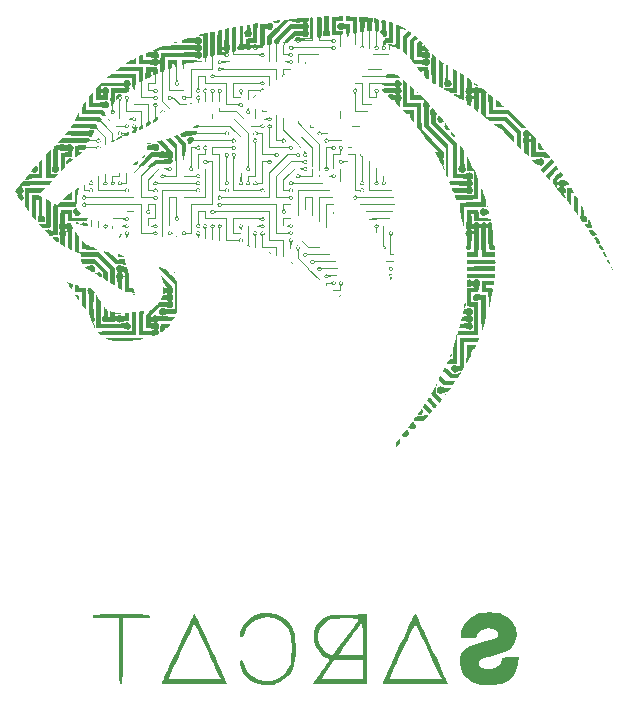
<source format=gbo>
%TF.GenerationSoftware,KiCad,Pcbnew,8.0.3*%
%TF.CreationDate,2024-07-01T16:21:36+02:00*%
%TF.ProjectId,bottomPCB,626f7474-6f6d-4504-9342-2e6b69636164,rev?*%
%TF.SameCoordinates,Original*%
%TF.FileFunction,Legend,Bot*%
%TF.FilePolarity,Positive*%
%FSLAX46Y46*%
G04 Gerber Fmt 4.6, Leading zero omitted, Abs format (unit mm)*
G04 Created by KiCad (PCBNEW 8.0.3) date 2024-07-01 16:21:36*
%MOMM*%
%LPD*%
G01*
G04 APERTURE LIST*
%ADD10C,0.000000*%
%ADD11R,1.308000X1.308000*%
%ADD12C,8.600000*%
%ADD13O,3.016000X1.508000*%
%ADD14R,1.700000X1.700000*%
%ADD15O,1.700000X1.700000*%
%ADD16R,2.000000X2.000000*%
%ADD17C,2.000000*%
%ADD18C,3.200000*%
%ADD19C,2.180000*%
%ADD20C,1.530000*%
%ADD21R,1.800000X1.800000*%
%ADD22C,1.800000*%
%ADD23O,1.270000X2.540000*%
%ADD24R,1.108000X1.108000*%
%ADD25C,2.500000*%
%ADD26C,1.524003*%
G04 APERTURE END LIST*
D10*
%TO.C,G\u002A\u002A\u002A*%
G36*
X-4902290Y-52921719D02*
G01*
X-4355768Y-52923717D01*
X-3941478Y-52928609D01*
X-3641124Y-52937681D01*
X-3436408Y-52952216D01*
X-3309035Y-52973498D01*
X-3240707Y-53002811D01*
X-3213127Y-53041439D01*
X-3208000Y-53090666D01*
X-3208009Y-53093971D01*
X-3218023Y-53161055D01*
X-3264910Y-53207141D01*
X-3375160Y-53236153D01*
X-3575264Y-53252018D01*
X-3891714Y-53258658D01*
X-4351000Y-53260000D01*
X-5494000Y-53260000D01*
X-5494000Y-56060208D01*
X-5494035Y-56311090D01*
X-5494891Y-57025701D01*
X-5497567Y-57592766D01*
X-5502955Y-58028963D01*
X-5511947Y-58350970D01*
X-5525434Y-58575465D01*
X-5544308Y-58719128D01*
X-5569461Y-58798637D01*
X-5601783Y-58830670D01*
X-5642167Y-58831906D01*
X-5647769Y-58830703D01*
X-5687445Y-58809620D01*
X-5719355Y-58755938D01*
X-5744538Y-58652565D01*
X-5764035Y-58482411D01*
X-5778887Y-58228383D01*
X-5790135Y-57873389D01*
X-5798818Y-57400338D01*
X-5805979Y-56792139D01*
X-5812657Y-56031698D01*
X-5834981Y-53260000D01*
X-6934490Y-53260000D01*
X-7350425Y-53258851D01*
X-7668510Y-53252421D01*
X-7868911Y-53236545D01*
X-7978627Y-53207066D01*
X-8024657Y-53159826D01*
X-8034000Y-53090666D01*
X-8033999Y-53089146D01*
X-8028495Y-53040230D01*
X-8000032Y-53001878D01*
X-7930313Y-52972805D01*
X-7801041Y-52951727D01*
X-7593919Y-52937361D01*
X-7290650Y-52928423D01*
X-6872939Y-52923628D01*
X-6322488Y-52921693D01*
X-5621000Y-52921333D01*
X-5599341Y-52921333D01*
X-4902290Y-52921719D01*
G37*
G36*
X7452488Y-52881739D02*
G01*
X7996513Y-53127219D01*
X8469499Y-53509793D01*
X8848340Y-54022000D01*
X8944291Y-54198271D01*
X9023277Y-54376216D01*
X9075011Y-54564269D01*
X9106942Y-54802230D01*
X9126517Y-55129902D01*
X9141182Y-55587086D01*
X9142638Y-55642802D01*
X9144745Y-56295040D01*
X9111330Y-56813613D01*
X9037074Y-57229219D01*
X8916654Y-57572559D01*
X8744751Y-57874333D01*
X8542508Y-58113511D01*
X8192054Y-58418241D01*
X7798642Y-58678692D01*
X7429121Y-58845518D01*
X7299810Y-58875877D01*
X6914180Y-58906426D01*
X6469355Y-58884431D01*
X6034726Y-58815463D01*
X5679685Y-58705091D01*
X5408251Y-58557553D01*
X5019815Y-58242550D01*
X4704908Y-57860324D01*
X4493074Y-57449532D01*
X4413859Y-57048833D01*
X4414744Y-57011931D01*
X4470266Y-56843910D01*
X4580011Y-56803086D01*
X4699279Y-56885041D01*
X4783371Y-57085357D01*
X4943320Y-57544292D01*
X5229898Y-57944498D01*
X5610190Y-58248198D01*
X6057518Y-58450356D01*
X6545204Y-58545936D01*
X7046573Y-58529900D01*
X7534945Y-58397213D01*
X7983646Y-58142838D01*
X8365996Y-57761738D01*
X8452134Y-57639461D01*
X8620035Y-57347548D01*
X8726138Y-57089028D01*
X8769712Y-56837441D01*
X8798268Y-56460946D01*
X8809556Y-56016748D01*
X8804169Y-55552135D01*
X8782697Y-55114393D01*
X8745733Y-54750806D01*
X8693868Y-54508661D01*
X8598095Y-54280081D01*
X8281845Y-53809826D01*
X7856103Y-53463139D01*
X7333719Y-53248737D01*
X6727546Y-53175333D01*
X6337277Y-53204798D01*
X5801874Y-53358612D01*
X5359160Y-53632602D01*
X5027673Y-54013953D01*
X4825951Y-54489850D01*
X4780801Y-54645386D01*
X4689825Y-54817967D01*
X4571282Y-54868666D01*
X4480831Y-54845421D01*
X4417001Y-54705604D01*
X4461404Y-54443631D01*
X4613785Y-54064333D01*
X4850326Y-53660868D01*
X5215529Y-53288162D01*
X5703250Y-53006540D01*
X6243742Y-52831897D01*
X6860529Y-52780811D01*
X7452488Y-52881739D01*
G37*
G36*
X21893904Y-58440602D02*
G01*
X21988940Y-58663674D01*
X22022666Y-58756114D01*
X22019460Y-58762873D01*
X21924554Y-58789795D01*
X21693111Y-58811332D01*
X21318582Y-58827702D01*
X20794420Y-58839124D01*
X20114075Y-58845817D01*
X19271000Y-58848000D01*
X18851558Y-58847258D01*
X18221759Y-58843175D01*
X17661860Y-58835930D01*
X17191747Y-58825981D01*
X16831306Y-58813787D01*
X16600424Y-58799807D01*
X16518986Y-58784500D01*
X16519309Y-58782745D01*
X16559551Y-58684717D01*
X16660578Y-58455264D01*
X16735068Y-58288936D01*
X17144235Y-58288936D01*
X17146670Y-58331320D01*
X17188334Y-58363852D01*
X17287813Y-58387828D01*
X17463692Y-58404542D01*
X17734559Y-58415288D01*
X18118999Y-58421361D01*
X18635599Y-58424056D01*
X19302944Y-58424666D01*
X21505298Y-58424666D01*
X21282436Y-57937833D01*
X20823375Y-56937655D01*
X20420579Y-56065970D01*
X20082098Y-55340561D01*
X19805852Y-54757078D01*
X19589759Y-54311171D01*
X19431739Y-53998490D01*
X19329711Y-53814686D01*
X19281593Y-53755407D01*
X19255935Y-53790581D01*
X19166265Y-53956316D01*
X19024508Y-54237081D01*
X18841601Y-54609709D01*
X18628480Y-55051032D01*
X18396083Y-55537883D01*
X18155345Y-56047096D01*
X17917204Y-56555502D01*
X17692596Y-57039935D01*
X17492457Y-57477227D01*
X17327724Y-57844211D01*
X17209333Y-58117721D01*
X17148222Y-58274587D01*
X17144235Y-58288936D01*
X16735068Y-58288936D01*
X16813083Y-58114735D01*
X17007757Y-57683477D01*
X17235291Y-57181836D01*
X17486378Y-56630160D01*
X17751709Y-56048795D01*
X18021976Y-55458088D01*
X18287871Y-54878387D01*
X18540084Y-54330038D01*
X18769309Y-53833389D01*
X18966237Y-53408786D01*
X19121559Y-53076577D01*
X19225967Y-52857107D01*
X19270153Y-52770726D01*
X19273090Y-52772747D01*
X19326388Y-52870125D01*
X19438199Y-53097428D01*
X19599306Y-53434613D01*
X19800492Y-53861639D01*
X20032540Y-54358461D01*
X20286233Y-54905038D01*
X20552354Y-55481326D01*
X20821685Y-56067283D01*
X21085010Y-56642866D01*
X21333112Y-57188032D01*
X21556772Y-57682739D01*
X21746775Y-58106943D01*
X21886877Y-58424666D01*
X21893904Y-58440602D01*
G37*
G36*
X3277777Y-58641915D02*
G01*
X3311676Y-58742166D01*
X3306287Y-58754879D01*
X3240298Y-58782774D01*
X3088194Y-58804918D01*
X2836107Y-58821845D01*
X2470171Y-58834085D01*
X1976520Y-58842170D01*
X1341288Y-58846631D01*
X550608Y-58848000D01*
X24796Y-58847693D01*
X-633015Y-58845729D01*
X-1148514Y-58841274D01*
X-1537910Y-58833559D01*
X-1817413Y-58821811D01*
X-2003229Y-58805260D01*
X-2111569Y-58783137D01*
X-2158639Y-58754669D01*
X-2160648Y-58719087D01*
X-2132384Y-58649797D01*
X-2031694Y-58419261D01*
X-1986469Y-58318833D01*
X-1576109Y-58318833D01*
X-1569041Y-58342911D01*
X-1491742Y-58371001D01*
X-1321606Y-58392310D01*
X-1043339Y-58407585D01*
X-641648Y-58417572D01*
X-101238Y-58423017D01*
X593184Y-58424666D01*
X2803819Y-58424666D01*
X2697743Y-58175420D01*
X2603309Y-57958113D01*
X2441758Y-57596447D01*
X2244008Y-57161146D01*
X2020722Y-56674972D01*
X1782562Y-56160688D01*
X1540192Y-55641058D01*
X1304274Y-55138843D01*
X1085471Y-54676807D01*
X894444Y-54277712D01*
X741858Y-53964322D01*
X638373Y-53759399D01*
X594654Y-53685705D01*
X571808Y-53721479D01*
X486302Y-53887972D01*
X348246Y-54169731D01*
X168307Y-54543992D01*
X-42852Y-54987990D01*
X-274564Y-55478962D01*
X-516163Y-55994143D01*
X-756983Y-56510770D01*
X-986359Y-57006077D01*
X-1193626Y-57457301D01*
X-1368117Y-57841678D01*
X-1499166Y-58136443D01*
X-1576109Y-58318833D01*
X-1986469Y-58318833D01*
X-1878616Y-58079328D01*
X-1682631Y-57650246D01*
X-1453219Y-57152258D01*
X-1199859Y-56605612D01*
X-932032Y-56030552D01*
X-659217Y-55447325D01*
X-390895Y-54876175D01*
X-136546Y-54337348D01*
X94350Y-53851091D01*
X292313Y-53437649D01*
X447863Y-53117267D01*
X551520Y-52910191D01*
X593804Y-52836666D01*
X637169Y-52905220D01*
X741282Y-53108514D01*
X896316Y-53426259D01*
X1092883Y-53838060D01*
X1321597Y-54323520D01*
X1573071Y-54862242D01*
X1837917Y-55433831D01*
X2106750Y-56017890D01*
X2370181Y-56594022D01*
X2618824Y-57141831D01*
X2843292Y-57640922D01*
X3034199Y-58070897D01*
X3182156Y-58411360D01*
X3187675Y-58424666D01*
X3277777Y-58641915D01*
G37*
G36*
X26059436Y-52774439D02*
G01*
X26428256Y-52836081D01*
X26737603Y-52943910D01*
X27223325Y-53230096D01*
X27586007Y-53615873D01*
X27813133Y-54085946D01*
X27892184Y-54625016D01*
X27850713Y-55033101D01*
X27678733Y-55462830D01*
X27367089Y-55814723D01*
X26909162Y-56095791D01*
X26298333Y-56313043D01*
X25863822Y-56431512D01*
X25425141Y-56553721D01*
X25111568Y-56648249D01*
X24901479Y-56724762D01*
X24773251Y-56792932D01*
X24705260Y-56862427D01*
X24675881Y-56942916D01*
X24663491Y-57044068D01*
X24658619Y-57171187D01*
X24715055Y-57325018D01*
X24892120Y-57446235D01*
X25267475Y-57570279D01*
X25654012Y-57578654D01*
X26014220Y-57484099D01*
X26313877Y-57301065D01*
X26518766Y-57043998D01*
X26594666Y-56727349D01*
X26599607Y-56672453D01*
X26641922Y-56613020D01*
X26755253Y-56579738D01*
X26972356Y-56565200D01*
X27325990Y-56562000D01*
X28057314Y-56562000D01*
X28001847Y-57033933D01*
X27988750Y-57130110D01*
X27823620Y-57707183D01*
X27528472Y-58188035D01*
X27114941Y-58558039D01*
X26594666Y-58802569D01*
X26411138Y-58848460D01*
X25948965Y-58908055D01*
X25430445Y-58921221D01*
X24927196Y-58887784D01*
X24510835Y-58807574D01*
X24105699Y-58635462D01*
X23682915Y-58329421D01*
X23346146Y-57942960D01*
X23122860Y-57508739D01*
X23040526Y-57059416D01*
X23084985Y-56553980D01*
X23237837Y-56143841D01*
X23513086Y-55823505D01*
X23924654Y-55576876D01*
X24486464Y-55387860D01*
X24704995Y-55331211D01*
X25236368Y-55189918D01*
X25631162Y-55077269D01*
X25910436Y-54985901D01*
X26095245Y-54908454D01*
X26206647Y-54837568D01*
X26265697Y-54765881D01*
X26312921Y-54642819D01*
X26289224Y-54426083D01*
X26121760Y-54256554D01*
X25825838Y-54146119D01*
X25416767Y-54106666D01*
X25250083Y-54116086D01*
X24899462Y-54214985D01*
X24656798Y-54408427D01*
X24546944Y-54680029D01*
X24529528Y-54786049D01*
X24482845Y-54859026D01*
X24372884Y-54899975D01*
X24164321Y-54921347D01*
X23821833Y-54935590D01*
X23123333Y-54960181D01*
X23123333Y-54644822D01*
X23176218Y-54285636D01*
X23370827Y-53847365D01*
X23682360Y-53444706D01*
X24083090Y-53112001D01*
X24545287Y-52883595D01*
X24713514Y-52837930D01*
X25129920Y-52777184D01*
X25602609Y-52755413D01*
X26059436Y-52774439D01*
G37*
G36*
X15164666Y-54990669D02*
G01*
X15164666Y-55878069D01*
X15164666Y-57620333D01*
X15164666Y-58848000D01*
X12868929Y-58848000D01*
X10573191Y-58848000D01*
X10725265Y-58615166D01*
X10795938Y-58510655D01*
X10908530Y-58349383D01*
X11368778Y-58349383D01*
X11370428Y-58354351D01*
X11474095Y-58377017D01*
X11719828Y-58396374D01*
X12085013Y-58411430D01*
X12547034Y-58421192D01*
X13083278Y-58424666D01*
X14826000Y-58424666D01*
X14826000Y-57620333D01*
X14826000Y-56816000D01*
X13619500Y-56819117D01*
X12413000Y-56822234D01*
X11905000Y-57548167D01*
X11748107Y-57774053D01*
X11560271Y-58049673D01*
X11426547Y-58252328D01*
X11368778Y-58349383D01*
X10908530Y-58349383D01*
X10961723Y-58273191D01*
X11178427Y-57967846D01*
X11417436Y-57635135D01*
X11599036Y-57382241D01*
X11818589Y-57066278D01*
X11951253Y-56853923D01*
X12006914Y-56725991D01*
X11995455Y-56663300D01*
X11926761Y-56646666D01*
X11826762Y-56627806D01*
X11590427Y-56498534D01*
X11330697Y-56277551D01*
X11087418Y-56001360D01*
X10900437Y-55706463D01*
X10812858Y-55505750D01*
X10711103Y-55056505D01*
X11054591Y-55056505D01*
X11177075Y-55485471D01*
X11429580Y-55870543D01*
X11813973Y-56181749D01*
X11937607Y-56251427D01*
X12138195Y-56351351D01*
X12251105Y-56389017D01*
X12254025Y-56387872D01*
X12285488Y-56353429D01*
X12794000Y-56353429D01*
X12794053Y-56353830D01*
X12877076Y-56368926D01*
X13095889Y-56381272D01*
X13417770Y-56389607D01*
X13810000Y-56392666D01*
X14826000Y-56392666D01*
X14826000Y-54990669D01*
X14824245Y-54675194D01*
X14814879Y-54241783D01*
X14798564Y-53908703D01*
X14776588Y-53698944D01*
X14750234Y-53635498D01*
X14721515Y-53665571D01*
X14606332Y-53811174D01*
X14424322Y-54053048D01*
X14194082Y-54365358D01*
X13934207Y-54722265D01*
X13663293Y-55097935D01*
X13399937Y-55466529D01*
X13162733Y-55802213D01*
X12970279Y-56079148D01*
X12841169Y-56271499D01*
X12794000Y-56353429D01*
X12285488Y-56353429D01*
X12328418Y-56306432D01*
X12480679Y-56113538D01*
X12693341Y-55833237D01*
X12948939Y-55489574D01*
X13230008Y-55106596D01*
X13519081Y-54708349D01*
X13798694Y-54318878D01*
X14051380Y-53962231D01*
X14259674Y-53662452D01*
X14406110Y-53443588D01*
X14473222Y-53329686D01*
X14472616Y-53324920D01*
X14377779Y-53299716D01*
X14149512Y-53279500D01*
X13818366Y-53266228D01*
X13414889Y-53261859D01*
X13118759Y-53263884D01*
X12703789Y-53276410D01*
X12401000Y-53303786D01*
X12173942Y-53350027D01*
X11986164Y-53419144D01*
X11827498Y-53501165D01*
X11448581Y-53805975D01*
X11192212Y-54186783D01*
X11060259Y-54613618D01*
X11054591Y-55056505D01*
X10711103Y-55056505D01*
X10689795Y-54962429D01*
X10721970Y-54425620D01*
X10905114Y-53923682D01*
X11234956Y-53484971D01*
X11330615Y-53392082D01*
X11504063Y-53242349D01*
X11680454Y-53131640D01*
X11887520Y-53053452D01*
X12152993Y-53001286D01*
X12504604Y-52968639D01*
X12970084Y-52949012D01*
X13577166Y-52935903D01*
X15164666Y-52908139D01*
X15164666Y-53329686D01*
X15164666Y-54990669D01*
G37*
G36*
X-12720356Y-14810550D02*
G01*
X-12739227Y-14829420D01*
X-12758098Y-14810550D01*
X-12739227Y-14791679D01*
X-12720356Y-14810550D01*
G37*
G36*
X338187Y-4054235D02*
G01*
X319317Y-4073105D01*
X300446Y-4054235D01*
X319317Y-4035364D01*
X338187Y-4054235D01*
G37*
G36*
X451412Y-4016493D02*
G01*
X432541Y-4035364D01*
X413670Y-4016493D01*
X432541Y-3997622D01*
X451412Y-4016493D01*
G37*
G36*
X17057652Y-16471174D02*
G01*
X17038782Y-16490044D01*
X17019911Y-16471174D01*
X17038782Y-16452303D01*
X17057652Y-16471174D01*
G37*
G36*
X23549183Y-21113373D02*
G01*
X23530312Y-21132244D01*
X23511441Y-21113373D01*
X23530312Y-21094502D01*
X23549183Y-21113373D01*
G37*
G36*
X36003863Y-23717533D02*
G01*
X35984993Y-23736404D01*
X35966122Y-23717533D01*
X35984993Y-23698663D01*
X36003863Y-23717533D01*
G37*
G36*
X-4684406Y-24959856D02*
G01*
X-4687074Y-24998136D01*
X-4704228Y-25009392D01*
X-4711707Y-24996039D01*
X-4707208Y-24937054D01*
X-4693623Y-24919585D01*
X-4684406Y-24959856D01*
G37*
G36*
X13019317Y-26227340D02*
G01*
X13016593Y-26247320D01*
X12994156Y-26252501D01*
X12989639Y-26246969D01*
X12994156Y-26202179D01*
X13005508Y-26196275D01*
X13019317Y-26227340D01*
G37*
G36*
X14536051Y-12161737D02*
G01*
X14553521Y-12175322D01*
X14513249Y-12184539D01*
X14474970Y-12181870D01*
X14463714Y-12164716D01*
X14477066Y-12157237D01*
X14536051Y-12161737D01*
G37*
G36*
X23586924Y-21245468D02*
G01*
X23584201Y-21265448D01*
X23561763Y-21270629D01*
X23557247Y-21265097D01*
X23561763Y-21220307D01*
X23573115Y-21214402D01*
X23586924Y-21245468D01*
G37*
G36*
X171955Y-13238448D02*
G01*
X166941Y-13246131D01*
X129650Y-13280889D01*
X111739Y-13265377D01*
X115112Y-13256888D01*
X155311Y-13221804D01*
X176403Y-13212622D01*
X171955Y-13238448D01*
G37*
G36*
X-1120261Y-23909390D02*
G01*
X-1089003Y-23929402D01*
X-1058246Y-23991611D01*
X-1059810Y-24014284D01*
X-1079274Y-24024494D01*
X-1133961Y-23981514D01*
X-1188013Y-23922152D01*
X-1184590Y-23895240D01*
X-1120261Y-23909390D01*
G37*
G36*
X1545914Y-10980976D02*
G01*
X1539536Y-10997782D01*
X1489302Y-11017533D01*
X1463509Y-11015894D01*
X1432690Y-11002700D01*
X1439643Y-10992932D01*
X1489302Y-10966143D01*
X1518249Y-10960210D01*
X1545914Y-10980976D01*
G37*
G36*
X17396178Y-38836132D02*
G01*
X17394136Y-38864780D01*
X17372165Y-38921050D01*
X17340196Y-38938126D01*
X17330828Y-38908340D01*
X17354977Y-38845253D01*
X17363130Y-38831512D01*
X17389080Y-38801030D01*
X17396178Y-38836132D01*
G37*
G36*
X19481833Y-8679013D02*
G01*
X19510847Y-8715304D01*
X19510414Y-8723846D01*
X19494204Y-8753046D01*
X19488150Y-8751309D01*
X19454235Y-8715304D01*
X19448338Y-8700685D01*
X19470878Y-8677563D01*
X19481833Y-8679013D01*
G37*
G36*
X20403753Y-35366723D02*
G01*
X20717623Y-35678962D01*
X20596883Y-35803534D01*
X20476143Y-35928106D01*
X20185292Y-35638961D01*
X19894441Y-35349816D01*
X19992162Y-35202150D01*
X20089883Y-35054484D01*
X20403753Y-35366723D01*
G37*
G36*
X26040159Y-23660921D02*
G01*
X26040159Y-23868499D01*
X24870154Y-23858011D01*
X23700149Y-23847523D01*
X23700149Y-23660921D01*
X23700149Y-23474319D01*
X24870154Y-23463831D01*
X26040159Y-23453343D01*
X26040159Y-23660921D01*
G37*
G36*
X35907428Y-23526604D02*
G01*
X35944546Y-23581287D01*
X35966122Y-23636683D01*
X35961041Y-23660382D01*
X35938708Y-23635841D01*
X35893669Y-23547697D01*
X35868341Y-23492893D01*
X35868408Y-23480207D01*
X35907428Y-23526604D01*
G37*
G36*
X-898681Y-4423288D02*
G01*
X-869539Y-4469391D01*
X-879634Y-4497410D01*
X-934168Y-4518547D01*
X-1048811Y-4522937D01*
X-1228083Y-4519872D01*
X-1114859Y-4468028D01*
X-1106463Y-4464230D01*
X-980474Y-4421552D01*
X-898681Y-4423288D01*
G37*
G36*
X11188856Y-15735215D02*
G01*
X11219647Y-15766133D01*
X11245468Y-15815319D01*
X11239116Y-15830516D01*
X11188856Y-15848440D01*
X11154780Y-15833410D01*
X11132244Y-15768335D01*
X11132554Y-15750025D01*
X11145477Y-15710906D01*
X11188856Y-15735215D01*
G37*
G36*
X-4486169Y-25759620D02*
G01*
X-4481997Y-25762517D01*
X-4454978Y-25814411D01*
X-4475809Y-25837219D01*
X-4539883Y-25848968D01*
X-4613082Y-25842173D01*
X-4659904Y-25816475D01*
X-4656384Y-25794317D01*
X-4609252Y-25766043D01*
X-4541767Y-25750960D01*
X-4486169Y-25759620D01*
G37*
G36*
X21895824Y-34271283D02*
G01*
X21849076Y-34344199D01*
X21833753Y-34364992D01*
X21779956Y-34425930D01*
X21749289Y-34441512D01*
X21743411Y-34421590D01*
X21765328Y-34360976D01*
X21814154Y-34294696D01*
X21871015Y-34252113D01*
X21895103Y-34246659D01*
X21895824Y-34271283D01*
G37*
G36*
X25354405Y-18226151D02*
G01*
X25381361Y-18281224D01*
X25414622Y-18377117D01*
X25417876Y-18389592D01*
X25425055Y-18436395D01*
X25404882Y-18414859D01*
X25377926Y-18359786D01*
X25344665Y-18263893D01*
X25341411Y-18251419D01*
X25334232Y-18204615D01*
X25354405Y-18226151D01*
G37*
G36*
X7031896Y-22303551D02*
G01*
X7102306Y-22358685D01*
X7131650Y-22427152D01*
X7113693Y-22436226D01*
X7062630Y-22402432D01*
X7004076Y-22364863D01*
X6909437Y-22339970D01*
X6860916Y-22331211D01*
X6848589Y-22302229D01*
X6873590Y-22279933D01*
X6946847Y-22273412D01*
X7031896Y-22303551D01*
G37*
G36*
X-3066102Y-12998439D02*
G01*
X-3087372Y-13027196D01*
X-3181203Y-13074787D01*
X-3242935Y-13101320D01*
X-3308810Y-13123977D01*
X-3350708Y-13120920D01*
X-3397124Y-13094788D01*
X-3431028Y-13067977D01*
X-3427215Y-13043483D01*
X-3365738Y-13023032D01*
X-3237816Y-13001483D01*
X-3116602Y-12989540D01*
X-3066102Y-12998439D01*
G37*
G36*
X355020Y-9599254D02*
G01*
X402775Y-9644458D01*
X392349Y-9669333D01*
X325236Y-9669210D01*
X260716Y-9667660D01*
X208289Y-9693028D01*
X197741Y-9706447D01*
X141403Y-9734324D01*
X132601Y-9711928D01*
X169854Y-9657179D01*
X192309Y-9636186D01*
X275232Y-9597023D01*
X355020Y-9599254D01*
G37*
G36*
X12372024Y-18792315D02*
G01*
X12388462Y-18826565D01*
X12385762Y-18905498D01*
X12385497Y-18907293D01*
X12369578Y-18986053D01*
X12354558Y-19018722D01*
X12354404Y-19018716D01*
X12344205Y-18985068D01*
X12339970Y-18905498D01*
X12339973Y-18904169D01*
X12349258Y-18825096D01*
X12371175Y-18792273D01*
X12372024Y-18792315D01*
G37*
G36*
X17263363Y-24093722D02*
G01*
X17310947Y-24137177D01*
X17299394Y-24162312D01*
X17229454Y-24161173D01*
X17154635Y-24161293D01*
X17107808Y-24211389D01*
X17087698Y-24247239D01*
X17066029Y-24233301D01*
X17065279Y-24198707D01*
X17097959Y-24129599D01*
X17110918Y-24116691D01*
X17184731Y-24086468D01*
X17263363Y-24093722D01*
G37*
G36*
X21597410Y-32937260D02*
G01*
X21794205Y-33131540D01*
X22236676Y-33142219D01*
X22679147Y-33152897D01*
X22562448Y-33332169D01*
X22445748Y-33511441D01*
X22062183Y-33511441D01*
X21678618Y-33511441D01*
X21466832Y-33294428D01*
X21255046Y-33077414D01*
X21327830Y-32910197D01*
X21400614Y-32742980D01*
X21597410Y-32937260D01*
G37*
G36*
X-9258787Y-25893705D02*
G01*
X-9203084Y-25929923D01*
X-9178302Y-26013461D01*
X-9172660Y-26158221D01*
X-9172751Y-26206822D01*
X-9176316Y-26304472D01*
X-9190766Y-26345686D01*
X-9223747Y-26328804D01*
X-9282904Y-26252167D01*
X-9375881Y-26114116D01*
X-9513729Y-25906538D01*
X-9396214Y-25894443D01*
X-9357193Y-25890905D01*
X-9258787Y-25893705D01*
G37*
G36*
X-3594985Y-13979856D02*
G01*
X-3600917Y-14032703D01*
X-3633919Y-14114883D01*
X-3680691Y-14198051D01*
X-3727932Y-14253863D01*
X-3746943Y-14267788D01*
X-3818225Y-14305058D01*
X-3843685Y-14289929D01*
X-3821895Y-14229815D01*
X-3751422Y-14132130D01*
X-3687721Y-14058815D01*
X-3626236Y-13995386D01*
X-3597522Y-13975930D01*
X-3594985Y-13979856D01*
G37*
G36*
X13025721Y-25893930D02*
G01*
X13057058Y-25925408D01*
X13042360Y-25947564D01*
X12980391Y-25963150D01*
X12933204Y-25973106D01*
X12882082Y-26019545D01*
X12866228Y-26044869D01*
X12824196Y-26053540D01*
X12821216Y-26051428D01*
X12817276Y-26010877D01*
X12857263Y-25956246D01*
X12920779Y-25908267D01*
X12987425Y-25887667D01*
X13025721Y-25893930D01*
G37*
G36*
X17999832Y-38179010D02*
G01*
X18000022Y-38224676D01*
X17995574Y-38336904D01*
X17973203Y-38412020D01*
X17919716Y-38478692D01*
X17821917Y-38565591D01*
X17642645Y-38719224D01*
X17630705Y-38583604D01*
X17636598Y-38483875D01*
X17679051Y-38369117D01*
X17765463Y-38231982D01*
X17902671Y-38059287D01*
X17998474Y-37946062D01*
X17999832Y-38179010D01*
G37*
G36*
X22349460Y-30833468D02*
G01*
X22353491Y-30846467D01*
X22352293Y-30955685D01*
X22309673Y-31073236D01*
X22238190Y-31162035D01*
X22200217Y-31189564D01*
X22166968Y-31209212D01*
X22172839Y-31181033D01*
X22199030Y-31099783D01*
X22239875Y-30984058D01*
X22266839Y-30912273D01*
X22304255Y-30829096D01*
X22329777Y-30805602D01*
X22349460Y-30833468D01*
G37*
G36*
X23535597Y-26558060D02*
G01*
X23560489Y-26626422D01*
X23565949Y-26710434D01*
X23532543Y-26812815D01*
X23532355Y-26813264D01*
X23481636Y-26905268D01*
X23436684Y-26942318D01*
X23409365Y-26921684D01*
X23411546Y-26840639D01*
X23413983Y-26827485D01*
X23434740Y-26712999D01*
X23457266Y-26585884D01*
X23483660Y-26434918D01*
X23535597Y-26558060D01*
G37*
G36*
X5779361Y-8985757D02*
G01*
X5810699Y-9017236D01*
X5794904Y-9039808D01*
X5731682Y-9054978D01*
X5683508Y-9066567D01*
X5632927Y-9130460D01*
X5631910Y-9134188D01*
X5599919Y-9191998D01*
X5563725Y-9203979D01*
X5546508Y-9161738D01*
X5547381Y-9150800D01*
X5586456Y-9074886D01*
X5661296Y-9008157D01*
X5741065Y-8979495D01*
X5779361Y-8985757D01*
G37*
G36*
X7837531Y-2615144D02*
G01*
X7845939Y-2633077D01*
X7826038Y-2691924D01*
X7765942Y-2758481D01*
X7682688Y-2811176D01*
X7634823Y-2829376D01*
X7539041Y-2843034D01*
X7433248Y-2818458D01*
X7292462Y-2751850D01*
X7170213Y-2686627D01*
X7497381Y-2644394D01*
X7562525Y-2636276D01*
X7699251Y-2621385D01*
X7796861Y-2613830D01*
X7837531Y-2615144D01*
G37*
G36*
X26115140Y-9328347D02*
G01*
X26181979Y-9378447D01*
X26286731Y-9463891D01*
X26418166Y-9575256D01*
X26565051Y-9703118D01*
X26716153Y-9838051D01*
X26851560Y-9960648D01*
X26474146Y-9951275D01*
X26096731Y-9941902D01*
X26085770Y-9630535D01*
X26084280Y-9579385D01*
X26083753Y-9446524D01*
X26088462Y-9353933D01*
X26097733Y-9319168D01*
X26115140Y-9328347D01*
G37*
G36*
X30913674Y-14482524D02*
G01*
X31018480Y-14621842D01*
X30577364Y-15065304D01*
X30469814Y-15172661D01*
X30333431Y-15306380D01*
X30221887Y-15412894D01*
X30144528Y-15483318D01*
X30110706Y-15508767D01*
X30102159Y-15505574D01*
X30053034Y-15463899D01*
X29984720Y-15389395D01*
X29884275Y-15270023D01*
X30346571Y-14806614D01*
X30808867Y-14343205D01*
X30913674Y-14482524D01*
G37*
G36*
X35318430Y-22273536D02*
G01*
X35378200Y-22317087D01*
X35436975Y-22413949D01*
X35456894Y-22454363D01*
X35497194Y-22547232D01*
X35513225Y-22602657D01*
X35500220Y-22624958D01*
X35440312Y-22641902D01*
X35364752Y-22608735D01*
X35274355Y-22508982D01*
X35177575Y-22349405D01*
X35154393Y-22296723D01*
X35170212Y-22269598D01*
X35246939Y-22264487D01*
X35318430Y-22273536D01*
G37*
G36*
X35582576Y-22870059D02*
G01*
X35649659Y-22917318D01*
X35713463Y-23014594D01*
X35760080Y-23141976D01*
X35765199Y-23165000D01*
X35766807Y-23232310D01*
X35737284Y-23238488D01*
X35683209Y-23186333D01*
X35611164Y-23078643D01*
X35604566Y-23067371D01*
X35543442Y-22958871D01*
X35519045Y-22899058D01*
X35528508Y-22873646D01*
X35568967Y-22868350D01*
X35582576Y-22870059D01*
G37*
G36*
X-4223764Y-14554899D02*
G01*
X-4209310Y-14603391D01*
X-4226233Y-14691655D01*
X-4270131Y-14785878D01*
X-4330684Y-14856914D01*
X-4347025Y-14867230D01*
X-4434554Y-14886682D01*
X-4531956Y-14873237D01*
X-4611057Y-14834126D01*
X-4643685Y-14776579D01*
X-4627757Y-14745800D01*
X-4561906Y-14690202D01*
X-4465826Y-14631300D01*
X-4362272Y-14581107D01*
X-4274000Y-14551636D01*
X-4223764Y-14554899D01*
G37*
G36*
X-8758827Y-21357584D02*
G01*
X-8669661Y-21440441D01*
X-8596598Y-21527503D01*
X-8568796Y-21588655D01*
X-8568775Y-21591162D01*
X-8544698Y-21645469D01*
X-8465007Y-21662624D01*
X-8410719Y-21673368D01*
X-8295814Y-21712673D01*
X-8147277Y-21773923D01*
X-7983804Y-21849844D01*
X-7606389Y-22035065D01*
X-8266865Y-22027116D01*
X-8927340Y-22019168D01*
X-8938099Y-21608824D01*
X-8948858Y-21198481D01*
X-8758827Y-21357584D01*
G37*
G36*
X-7543534Y-19550865D02*
G01*
X-7526953Y-19607918D01*
X-7515994Y-19724018D01*
X-7512035Y-19886775D01*
X-7512454Y-19942964D01*
X-7518793Y-20092195D01*
X-7531693Y-20190820D01*
X-7549777Y-20226449D01*
X-7556020Y-20222686D01*
X-7572601Y-20165633D01*
X-7583560Y-20049533D01*
X-7587518Y-19886775D01*
X-7587100Y-19830587D01*
X-7580761Y-19681356D01*
X-7567861Y-19582731D01*
X-7549777Y-19547102D01*
X-7543534Y-19550865D01*
G37*
G36*
X-5549480Y-20667647D02*
G01*
X-5568580Y-20709958D01*
X-5624963Y-20773700D01*
X-5674020Y-20843766D01*
X-5700446Y-20949386D01*
X-5711146Y-21024104D01*
X-5738187Y-21056761D01*
X-5746647Y-21052911D01*
X-5767558Y-21000330D01*
X-5775929Y-20905795D01*
X-5775459Y-20881035D01*
X-5761445Y-20789289D01*
X-5731723Y-20754829D01*
X-5688731Y-20740974D01*
X-5618499Y-20692367D01*
X-5572186Y-20660274D01*
X-5549480Y-20667647D01*
G37*
G36*
X-4519616Y-20240009D02*
G01*
X-4505258Y-20317203D01*
X-4496000Y-20454283D01*
X-4492719Y-20641605D01*
X-4493952Y-20760897D01*
X-4500969Y-20918835D01*
X-4513431Y-21020672D01*
X-4530460Y-21056761D01*
X-4541305Y-21043200D01*
X-4555663Y-20966006D01*
X-4564921Y-20828926D01*
X-4568202Y-20641605D01*
X-4566969Y-20522313D01*
X-4559951Y-20364374D01*
X-4547490Y-20262537D01*
X-4530460Y-20226449D01*
X-4519616Y-20240009D01*
G37*
G36*
X17250664Y-24360705D02*
G01*
X17292239Y-24377572D01*
X17280379Y-24422704D01*
X17273050Y-24440051D01*
X17253036Y-24532187D01*
X17243707Y-24649153D01*
X17239745Y-24736421D01*
X17228888Y-24767757D01*
X17208618Y-24736553D01*
X17187876Y-24667477D01*
X17173530Y-24559508D01*
X17162201Y-24486195D01*
X17133135Y-24434621D01*
X17097283Y-24399964D01*
X17118603Y-24370310D01*
X17204897Y-24359138D01*
X17250664Y-24360705D01*
G37*
G36*
X24307415Y-7888770D02*
G01*
X24369387Y-7923386D01*
X24456157Y-7981271D01*
X24545568Y-8046537D01*
X24615463Y-8103291D01*
X24643685Y-8135645D01*
X24633438Y-8140863D01*
X24568810Y-8145186D01*
X24464413Y-8141815D01*
X24390361Y-8136112D01*
X24317395Y-8119887D01*
X24285489Y-8082059D01*
X24273315Y-8007652D01*
X24272444Y-7997456D01*
X24275168Y-7917697D01*
X24294186Y-7884992D01*
X24307415Y-7888770D01*
G37*
G36*
X26002378Y-24239078D02*
G01*
X26001541Y-24281815D01*
X25992665Y-24378085D01*
X25977217Y-24428331D01*
X25969056Y-24430831D01*
X25899550Y-24436911D01*
X25767672Y-24442340D01*
X25582859Y-24446915D01*
X25354546Y-24450434D01*
X25092169Y-24452693D01*
X24805164Y-24453492D01*
X23658272Y-24453492D01*
X23669775Y-24274220D01*
X23681278Y-24094948D01*
X24841828Y-24084967D01*
X26002378Y-24074986D01*
X26002378Y-24239078D01*
G37*
G36*
X34984127Y-21663118D02*
G01*
X35044872Y-21684003D01*
X35094958Y-21740452D01*
X35154681Y-21849331D01*
X35250306Y-22038038D01*
X35119166Y-22038038D01*
X35092004Y-22037546D01*
X35016036Y-22022713D01*
X34957490Y-21974141D01*
X34892081Y-21874321D01*
X34858652Y-21815705D01*
X34813739Y-21730032D01*
X34796137Y-21685614D01*
X34797197Y-21682444D01*
X34840498Y-21666935D01*
X34927596Y-21660624D01*
X34984127Y-21663118D01*
G37*
G36*
X-11588927Y-14612407D02*
G01*
X-11588113Y-15621991D01*
X-11267310Y-15621991D01*
X-11208092Y-15622478D01*
X-11074393Y-15627725D01*
X-10981568Y-15637507D01*
X-10946915Y-15650297D01*
X-10962892Y-15679242D01*
X-11019191Y-15749402D01*
X-11102014Y-15840366D01*
X-11256706Y-16002129D01*
X-11601681Y-15991332D01*
X-11946657Y-15980535D01*
X-11956723Y-14987677D01*
X-11966789Y-13994819D01*
X-11778265Y-13798821D01*
X-11589741Y-13602823D01*
X-11588927Y-14612407D01*
G37*
G36*
X-5800108Y-22428214D02*
G01*
X-5660374Y-22453636D01*
X-5515641Y-22491584D01*
X-5427672Y-22544482D01*
X-5399092Y-22615320D01*
X-5399105Y-22615698D01*
X-5434733Y-22629076D01*
X-5525894Y-22635719D01*
X-5653269Y-22634191D01*
X-5708663Y-22631650D01*
X-5821471Y-22623070D01*
X-5882584Y-22606521D01*
X-5909562Y-22574435D01*
X-5919966Y-22519242D01*
X-5924299Y-22473916D01*
X-5917069Y-22434562D01*
X-5880672Y-22420592D01*
X-5800108Y-22428214D01*
G37*
G36*
X16838752Y-22974027D02*
G01*
X16893762Y-22996717D01*
X17012688Y-23013336D01*
X17178425Y-23019316D01*
X17199863Y-23019400D01*
X17341676Y-23025056D01*
X17437569Y-23038239D01*
X17472808Y-23057058D01*
X17472153Y-23059806D01*
X17428035Y-23077987D01*
X17325214Y-23090281D01*
X17178425Y-23094799D01*
X17025938Y-23090114D01*
X16891419Y-23069120D01*
X16816610Y-23028803D01*
X16793462Y-22966478D01*
X16800916Y-22953079D01*
X16838752Y-22974027D01*
G37*
G36*
X18845047Y-3588371D02*
G01*
X18880760Y-3612212D01*
X18953032Y-3666115D01*
X18982000Y-3697110D01*
X18981917Y-3697862D01*
X18954413Y-3735093D01*
X18887096Y-3808598D01*
X18793759Y-3903269D01*
X18605052Y-4089139D01*
X18605052Y-4838198D01*
X18605052Y-5587257D01*
X18416345Y-5428136D01*
X18227638Y-5269016D01*
X18227638Y-4622794D01*
X18227638Y-3976571D01*
X18468100Y-3738246D01*
X18708562Y-3499922D01*
X18845047Y-3588371D01*
G37*
G36*
X19137317Y-36650992D02*
G01*
X19201541Y-36682662D01*
X19291406Y-36778592D01*
X19332538Y-36901979D01*
X19324250Y-37032249D01*
X19265855Y-37148828D01*
X19156668Y-37231141D01*
X19108379Y-37249502D01*
X19012458Y-37263210D01*
X18906656Y-37238667D01*
X18765922Y-37172089D01*
X18643732Y-37106897D01*
X18831795Y-36858471D01*
X18916515Y-36747999D01*
X18982317Y-36671833D01*
X19031110Y-36637028D01*
X19077806Y-36633457D01*
X19137317Y-36650992D01*
G37*
G36*
X22389019Y-12084385D02*
G01*
X22440391Y-12142871D01*
X22522643Y-12256640D01*
X22532535Y-12270785D01*
X22607774Y-12381516D01*
X22660962Y-12465278D01*
X22681129Y-12504884D01*
X22680940Y-12509307D01*
X22666317Y-12525013D01*
X22616586Y-12514463D01*
X22515188Y-12474639D01*
X22469785Y-12450417D01*
X22375412Y-12354279D01*
X22326388Y-12231441D01*
X22335537Y-12108071D01*
X22338276Y-12100990D01*
X22358368Y-12073114D01*
X22389019Y-12084385D01*
G37*
G36*
X26071084Y-23013474D02*
G01*
X26071401Y-23016874D01*
X26073512Y-23119960D01*
X26062627Y-23193285D01*
X26047467Y-23208028D01*
X26008379Y-23219992D01*
X25938175Y-23228894D01*
X25829461Y-23235003D01*
X25674847Y-23238587D01*
X25466939Y-23239913D01*
X25198346Y-23239251D01*
X24861676Y-23236869D01*
X23681278Y-23226894D01*
X23681278Y-23057058D01*
X23681278Y-22887221D01*
X24870134Y-22887221D01*
X26058990Y-22887221D01*
X26071084Y-23013474D01*
G37*
G36*
X29955795Y-13221097D02*
G01*
X30023044Y-13307304D01*
X30109984Y-13423624D01*
X30169569Y-13509689D01*
X30191679Y-13551334D01*
X30191624Y-13552404D01*
X30155991Y-13574015D01*
X30070860Y-13584480D01*
X29960311Y-13584718D01*
X29848424Y-13575646D01*
X29759278Y-13558182D01*
X29716954Y-13533243D01*
X29715938Y-13530163D01*
X29708329Y-13463103D01*
X29705724Y-13346293D01*
X29708703Y-13203006D01*
X29719911Y-12923477D01*
X29955795Y-13221097D01*
G37*
G36*
X-11055673Y-20950607D02*
G01*
X-10995298Y-20981292D01*
X-10903315Y-21080167D01*
X-10857429Y-21207924D01*
X-10870339Y-21338016D01*
X-10902850Y-21402963D01*
X-10936138Y-21433641D01*
X-10954610Y-21425737D01*
X-11019577Y-21379098D01*
X-11110912Y-21303747D01*
X-11211589Y-21214903D01*
X-11304581Y-21127783D01*
X-11372862Y-21057604D01*
X-11399405Y-21019585D01*
X-11397532Y-21009188D01*
X-11350900Y-20969119D01*
X-11261029Y-20942517D01*
X-11153945Y-20934606D01*
X-11055673Y-20950607D01*
G37*
G36*
X6356441Y-10231350D02*
G01*
X6376820Y-10281575D01*
X6381467Y-10300406D01*
X6418370Y-10323808D01*
X6503512Y-10336659D01*
X6650446Y-10341949D01*
X6651399Y-10341962D01*
X6801819Y-10348025D01*
X6933641Y-10360223D01*
X7018425Y-10375929D01*
X7034678Y-10386106D01*
X6995891Y-10397837D01*
X6885863Y-10405861D01*
X6707058Y-10409908D01*
X6301337Y-10413670D01*
X6301337Y-10319316D01*
X6310708Y-10257261D01*
X6339079Y-10224963D01*
X6356441Y-10231350D01*
G37*
G36*
X10179272Y-6111722D02*
G01*
X10193301Y-6111777D01*
X10324046Y-6116280D01*
X10384050Y-6128393D01*
X10377415Y-6148885D01*
X10361953Y-6156578D01*
X10274536Y-6177406D01*
X10160401Y-6186049D01*
X10069915Y-6190497D01*
X10014403Y-6211062D01*
X10000000Y-6255820D01*
X9996454Y-6294674D01*
X9974839Y-6350173D01*
X9970545Y-6354390D01*
X9941010Y-6371645D01*
X9927650Y-6338806D01*
X9924517Y-6243239D01*
X9924517Y-6111144D01*
X10179272Y-6111722D01*
G37*
G36*
X10435145Y-11503069D02*
G01*
X10459764Y-11573580D01*
X10487982Y-11644310D01*
X10548955Y-11690344D01*
X10616334Y-11692840D01*
X10664599Y-11643131D01*
X10681813Y-11615606D01*
X10723501Y-11606489D01*
X10731943Y-11638939D01*
X10694826Y-11700626D01*
X10640329Y-11746287D01*
X10572680Y-11772362D01*
X10566876Y-11772176D01*
X10481936Y-11737412D01*
X10408624Y-11663359D01*
X10377415Y-11580033D01*
X10378319Y-11558763D01*
X10400411Y-11498725D01*
X10435145Y-11503069D01*
G37*
G36*
X-8039579Y-23364937D02*
G01*
X-7933219Y-23432132D01*
X-7861631Y-23544947D01*
X-7838927Y-23677771D01*
X-7868552Y-23808474D01*
X-7953952Y-23914928D01*
X-7957925Y-23917798D01*
X-8006664Y-23933073D01*
X-8075152Y-23918190D01*
X-8172808Y-23868443D01*
X-8309055Y-23779127D01*
X-8493313Y-23645535D01*
X-8700891Y-23491085D01*
X-8568796Y-23470588D01*
X-8557536Y-23468700D01*
X-8427518Y-23435125D01*
X-8298393Y-23386509D01*
X-8237873Y-23361243D01*
X-8140594Y-23343010D01*
X-8039579Y-23364937D01*
G37*
G36*
X-7348699Y-24015801D02*
G01*
X-7263031Y-24135687D01*
X-7258322Y-24147436D01*
X-7231940Y-24246720D01*
X-7233387Y-24319287D01*
X-7246133Y-24348497D01*
X-7267439Y-24378009D01*
X-7300291Y-24363803D01*
X-7379830Y-24320511D01*
X-7486572Y-24258973D01*
X-7601937Y-24190272D01*
X-7707345Y-24125491D01*
X-7784215Y-24075712D01*
X-7813967Y-24052018D01*
X-7812255Y-24048454D01*
X-7768805Y-24019844D01*
X-7685094Y-23980638D01*
X-7621494Y-23959581D01*
X-7472820Y-23955397D01*
X-7348699Y-24015801D01*
G37*
G36*
X-2113885Y-10187232D02*
G01*
X-2049974Y-10210217D01*
X-1984833Y-10262214D01*
X-1940621Y-10320904D01*
X-1939502Y-10363969D01*
X-1966035Y-10364989D01*
X-2014103Y-10321892D01*
X-2045278Y-10289214D01*
X-2120103Y-10264995D01*
X-2182569Y-10300340D01*
X-2207834Y-10386909D01*
X-2208240Y-10405030D01*
X-2229601Y-10467623D01*
X-2266906Y-10466334D01*
X-2297587Y-10398299D01*
X-2298834Y-10375149D01*
X-2266079Y-10290610D01*
X-2196212Y-10218035D01*
X-2115007Y-10187221D01*
X-2113885Y-10187232D01*
G37*
G36*
X20450405Y-34530832D02*
G01*
X20490902Y-34561799D01*
X20571971Y-34635331D01*
X20682685Y-34741235D01*
X20812119Y-34869321D01*
X21149409Y-35208181D01*
X21040155Y-35322218D01*
X21013435Y-35349440D01*
X20946257Y-35411482D01*
X20908822Y-35436255D01*
X20875915Y-35411712D01*
X20801118Y-35343622D01*
X20695752Y-35242503D01*
X20571015Y-35118878D01*
X20255286Y-34801501D01*
X20339042Y-34665981D01*
X20360462Y-34632622D01*
X20414745Y-34559587D01*
X20448813Y-34530460D01*
X20450405Y-34530832D01*
G37*
G36*
X34678493Y-20966460D02*
G01*
X34746541Y-21044962D01*
X34825778Y-21189570D01*
X34831813Y-21201850D01*
X34890127Y-21325256D01*
X34931425Y-21421085D01*
X34947103Y-21469486D01*
X34917713Y-21503187D01*
X34843314Y-21539161D01*
X34764453Y-21559790D01*
X34713427Y-21560315D01*
X34712203Y-21559493D01*
X34678497Y-21517719D01*
X34619341Y-21430059D01*
X34546726Y-21314215D01*
X34406122Y-21082756D01*
X34492086Y-21013146D01*
X34530877Y-20983932D01*
X34610362Y-20948102D01*
X34678493Y-20966460D01*
G37*
G36*
X-12737621Y-14985971D02*
G01*
X-12688548Y-15092814D01*
X-12677436Y-15131276D01*
X-12675760Y-15279010D01*
X-12735273Y-15405960D01*
X-12848087Y-15492372D01*
X-12929138Y-15527691D01*
X-12979856Y-15539893D01*
X-13032286Y-15527556D01*
X-13121178Y-15490433D01*
X-13147366Y-15478680D01*
X-13219839Y-15434195D01*
X-13242626Y-15398369D01*
X-13240432Y-15393675D01*
X-13203616Y-15339816D01*
X-13133433Y-15248474D01*
X-13042754Y-15136510D01*
X-12961325Y-15043588D01*
X-12866055Y-14960377D01*
X-12794138Y-14941499D01*
X-12737621Y-14985971D01*
G37*
G36*
X-9852006Y-14306695D02*
G01*
X-9846857Y-14308514D01*
X-9770354Y-14342426D01*
X-9738781Y-14369685D01*
X-9741035Y-14375353D01*
X-9779130Y-14424111D01*
X-9854554Y-14507500D01*
X-9954613Y-14611313D01*
X-9985838Y-14642597D01*
X-10084619Y-14737823D01*
X-10159497Y-14804380D01*
X-10196241Y-14829420D01*
X-10198056Y-14829161D01*
X-10227862Y-14792588D01*
X-10262630Y-14712974D01*
X-10268956Y-14693028D01*
X-10277788Y-14547402D01*
X-10226816Y-14422407D01*
X-10129732Y-14331592D01*
X-10000231Y-14288506D01*
X-9852006Y-14306695D01*
G37*
G36*
X-9357679Y-18537123D02*
G01*
X-9318543Y-18615835D01*
X-9301769Y-18650914D01*
X-9231613Y-18762953D01*
X-9144844Y-18872687D01*
X-9020549Y-19010267D01*
X-9181522Y-19089948D01*
X-9231710Y-19115059D01*
X-9309696Y-19152295D01*
X-9359543Y-19163366D01*
X-9409938Y-19150802D01*
X-9489567Y-19117135D01*
X-9557942Y-19077488D01*
X-9641900Y-18974955D01*
X-9676015Y-18849419D01*
X-9660550Y-18721031D01*
X-9595771Y-18609942D01*
X-9481941Y-18536301D01*
X-9481479Y-18536140D01*
X-9402091Y-18515377D01*
X-9357679Y-18537123D01*
G37*
G36*
X12997357Y-10042296D02*
G01*
X13009082Y-10120345D01*
X13016188Y-10272182D01*
X13018739Y-10498588D01*
X13019317Y-11017533D01*
X12927190Y-11017533D01*
X12863763Y-11009007D01*
X12811739Y-10979792D01*
X12813938Y-10956579D01*
X12866123Y-10942050D01*
X12884893Y-10941215D01*
X12912440Y-10929820D01*
X12929781Y-10894681D01*
X12939300Y-10822864D01*
X12943382Y-10701435D01*
X12944412Y-10517459D01*
X12946836Y-10368507D01*
X12954734Y-10212047D01*
X12966773Y-10095345D01*
X12981575Y-10036255D01*
X12997357Y-10042296D01*
G37*
G36*
X14312175Y-11546571D02*
G01*
X14552220Y-11549610D01*
X14723251Y-11556890D01*
X14823145Y-11568281D01*
X14849777Y-11583655D01*
X14847431Y-11586040D01*
X14792509Y-11599836D01*
X14680740Y-11610117D01*
X14528245Y-11616883D01*
X14351148Y-11620134D01*
X14165571Y-11619869D01*
X13987637Y-11616088D01*
X13833469Y-11608793D01*
X13719190Y-11597982D01*
X13660921Y-11583655D01*
X13656397Y-11578829D01*
X13689343Y-11564872D01*
X13797292Y-11554835D01*
X13980371Y-11548711D01*
X14238706Y-11546492D01*
X14312175Y-11546571D01*
G37*
G36*
X20332847Y-36040170D02*
G01*
X20345172Y-36062485D01*
X20322577Y-36104264D01*
X20258722Y-36176620D01*
X20147269Y-36290667D01*
X19909313Y-36530758D01*
X19498161Y-36530758D01*
X19087010Y-36530758D01*
X19152958Y-36426969D01*
X19200846Y-36353581D01*
X19285333Y-36245936D01*
X19370512Y-36185588D01*
X19480048Y-36159178D01*
X19637605Y-36153343D01*
X19705151Y-36152274D01*
X19901157Y-36130902D01*
X20055799Y-36078973D01*
X20068689Y-36072901D01*
X20197234Y-36030123D01*
X20297326Y-36027590D01*
X20332847Y-36040170D01*
G37*
G36*
X21856448Y-11327593D02*
G01*
X21905364Y-11382978D01*
X21965890Y-11473493D01*
X21987599Y-11508795D01*
X22070153Y-11633499D01*
X22146653Y-11737664D01*
X22234910Y-11847807D01*
X22146653Y-11883175D01*
X22086636Y-11906772D01*
X22047748Y-11920936D01*
X22044961Y-11920743D01*
X21996602Y-11904712D01*
X21911325Y-11870776D01*
X21855976Y-11841721D01*
X21758920Y-11738840D01*
X21723708Y-11603163D01*
X21755378Y-11448338D01*
X21764205Y-11428158D01*
X21807307Y-11350793D01*
X21841304Y-11319465D01*
X21856448Y-11327593D01*
G37*
G36*
X-11776820Y-17867608D02*
G01*
X-11588113Y-17963233D01*
X-11588113Y-19069680D01*
X-11588177Y-19149129D01*
X-11589441Y-19425038D01*
X-11592158Y-19673550D01*
X-11596114Y-19885048D01*
X-11601094Y-20049915D01*
X-11606885Y-20158534D01*
X-11613274Y-20201288D01*
X-11618593Y-20204363D01*
X-11681174Y-20215601D01*
X-11794361Y-20223479D01*
X-11938168Y-20226449D01*
X-12237902Y-20226449D01*
X-12402683Y-20047177D01*
X-12567465Y-19867905D01*
X-12266496Y-19856943D01*
X-11965527Y-19845981D01*
X-11965527Y-18808982D01*
X-11965527Y-17771982D01*
X-11776820Y-17867608D01*
G37*
G36*
X-9784261Y-17419923D02*
G01*
X-9783404Y-17444160D01*
X-9781351Y-17587211D01*
X-9784570Y-17700203D01*
X-9792512Y-17760483D01*
X-9818792Y-17776805D01*
X-9903428Y-17794033D01*
X-10027365Y-17806014D01*
X-10171532Y-17812396D01*
X-10316859Y-17812825D01*
X-10444276Y-17806947D01*
X-10534711Y-17794410D01*
X-10569093Y-17774861D01*
X-10567131Y-17769168D01*
X-10525876Y-17721672D01*
X-10440664Y-17641858D01*
X-10324168Y-17540538D01*
X-10189064Y-17428527D01*
X-10048023Y-17316637D01*
X-9913720Y-17215681D01*
X-9795394Y-17129877D01*
X-9784261Y-17419923D01*
G37*
G36*
X-9391257Y-25039253D02*
G01*
X-9272249Y-25061396D01*
X-9205070Y-25086223D01*
X-9177799Y-25125032D01*
X-9172660Y-25190090D01*
X-9171390Y-25220802D01*
X-9157168Y-25254777D01*
X-9114291Y-25274299D01*
X-9027157Y-25284785D01*
X-8880163Y-25291651D01*
X-8587667Y-25302674D01*
X-8579414Y-26208469D01*
X-8571161Y-27114264D01*
X-8758270Y-26906686D01*
X-8945378Y-26699108D01*
X-8945794Y-26181751D01*
X-8946211Y-25664393D01*
X-9238707Y-25653370D01*
X-9531203Y-25642348D01*
X-9542223Y-25327395D01*
X-9553243Y-25012443D01*
X-9391257Y-25039253D01*
G37*
G36*
X9693706Y-21259539D02*
G01*
X9772009Y-21318034D01*
X9878644Y-21411497D01*
X10000000Y-21528529D01*
X10281172Y-21811590D01*
X10716143Y-21812168D01*
X10875102Y-21814795D01*
X11032158Y-21822743D01*
X11148891Y-21834698D01*
X11207727Y-21849331D01*
X11202998Y-21864847D01*
X11127275Y-21876722D01*
X10977888Y-21883915D01*
X10753996Y-21886495D01*
X10243653Y-21887073D01*
X9924517Y-21566270D01*
X9916408Y-21558100D01*
X9800198Y-21436391D01*
X9713600Y-21337019D01*
X9664830Y-21270030D01*
X9662105Y-21245468D01*
X9693706Y-21259539D01*
G37*
G36*
X19829599Y-35476280D02*
G01*
X19865823Y-35519146D01*
X19908218Y-35602869D01*
X19928164Y-35662732D01*
X19933444Y-35811444D01*
X19875707Y-35937109D01*
X19760532Y-36023826D01*
X19753873Y-36026668D01*
X19659620Y-36055515D01*
X19592679Y-36057613D01*
X19573163Y-36051567D01*
X19507760Y-36040119D01*
X19499351Y-36038977D01*
X19473106Y-36002011D01*
X19480357Y-35977832D01*
X19519923Y-35902021D01*
X19583102Y-35798185D01*
X19657503Y-35684934D01*
X19730737Y-35580877D01*
X19790412Y-35504623D01*
X19824140Y-35474782D01*
X19829599Y-35476280D01*
G37*
G36*
X34130320Y-19780350D02*
G01*
X34189266Y-19903179D01*
X34247451Y-20038271D01*
X34282467Y-20137755D01*
X34288256Y-20186071D01*
X34262089Y-20201854D01*
X34176682Y-20219560D01*
X34058188Y-20226449D01*
X33952908Y-20224164D01*
X33871322Y-20207135D01*
X33810216Y-20160599D01*
X33739613Y-20069820D01*
X33699153Y-20011847D01*
X33646685Y-19927808D01*
X33626152Y-19881113D01*
X33629661Y-19874199D01*
X33681380Y-19856236D01*
X33775234Y-19849034D01*
X33924316Y-19849034D01*
X33935873Y-19632021D01*
X33947429Y-19415007D01*
X34130320Y-19780350D01*
G37*
G36*
X34177080Y-20339543D02*
G01*
X34297300Y-20382581D01*
X34359117Y-20416191D01*
X34465787Y-20507667D01*
X34552871Y-20645658D01*
X34646443Y-20830312D01*
X34515939Y-20830312D01*
X34503823Y-20830472D01*
X34412271Y-20842581D01*
X34362110Y-20868053D01*
X34354279Y-20878894D01*
X34312706Y-20905009D01*
X34296669Y-20892891D01*
X34247032Y-20832174D01*
X34178728Y-20736879D01*
X34104106Y-20625620D01*
X34035516Y-20517009D01*
X33985306Y-20429659D01*
X33965825Y-20382182D01*
X33991620Y-20342223D01*
X34068556Y-20326082D01*
X34177080Y-20339543D01*
G37*
G36*
X-12342942Y-15199774D02*
G01*
X-12342942Y-15999405D01*
X-12806730Y-15999405D01*
X-12980403Y-16000628D01*
X-13139603Y-16006650D01*
X-13254316Y-16019630D01*
X-13341619Y-16041677D01*
X-13418586Y-16074895D01*
X-13505981Y-16111181D01*
X-13645475Y-16125235D01*
X-13755294Y-16071712D01*
X-13757168Y-16069319D01*
X-13744679Y-16022210D01*
X-13685236Y-15936684D01*
X-13586594Y-15824120D01*
X-13383106Y-15608961D01*
X-12976248Y-15618350D01*
X-12569391Y-15627739D01*
X-12569391Y-15122417D01*
X-12569391Y-14617094D01*
X-12456166Y-14508618D01*
X-12342942Y-14400142D01*
X-12342942Y-15199774D01*
G37*
G36*
X-10119051Y-24817786D02*
G01*
X-10022936Y-24855075D01*
X-9898353Y-24902690D01*
X-9836729Y-24926231D01*
X-9738634Y-24967335D01*
X-9694253Y-24998858D01*
X-9691698Y-25032574D01*
X-9719082Y-25080257D01*
X-9723144Y-25086809D01*
X-9760977Y-25188975D01*
X-9776523Y-25308895D01*
X-9777171Y-25337574D01*
X-9787975Y-25405582D01*
X-9808418Y-25414012D01*
X-9817549Y-25402750D01*
X-9863243Y-25335847D01*
X-9925994Y-25235338D01*
X-9996349Y-25117527D01*
X-10064854Y-24998720D01*
X-10122057Y-24895222D01*
X-10158506Y-24823338D01*
X-10164748Y-24799373D01*
X-10119051Y-24817786D01*
G37*
G36*
X-4492719Y-19471619D02*
G01*
X-4493184Y-19601508D01*
X-4497120Y-19834309D01*
X-4504832Y-20006858D01*
X-4516039Y-20114096D01*
X-4530460Y-20150966D01*
X-4536136Y-20146103D01*
X-4549683Y-20083441D01*
X-4559757Y-19952788D01*
X-4566037Y-19759608D01*
X-4568202Y-19509361D01*
X-4568202Y-18867756D01*
X-4917310Y-18867178D01*
X-5000043Y-18866499D01*
X-5140873Y-18860656D01*
X-5209970Y-18848599D01*
X-5209807Y-18830015D01*
X-5194498Y-18823507D01*
X-5109971Y-18808022D01*
X-4979057Y-18797125D01*
X-4822957Y-18792851D01*
X-4492719Y-18792273D01*
X-4492719Y-19471619D01*
G37*
G36*
X18604103Y-37285079D02*
G01*
X18624353Y-37297405D01*
X18701208Y-37389514D01*
X18730408Y-37511590D01*
X18714026Y-37641403D01*
X18654134Y-37756721D01*
X18552805Y-37835314D01*
X18541684Y-37840141D01*
X18462680Y-37873513D01*
X18424568Y-37887973D01*
X18405357Y-37885015D01*
X18337807Y-37859629D01*
X18253878Y-37820167D01*
X18182388Y-37780675D01*
X18152155Y-37755197D01*
X18154187Y-37749028D01*
X18188076Y-37695598D01*
X18255058Y-37603846D01*
X18343882Y-37489369D01*
X18348713Y-37483305D01*
X18446638Y-37365294D01*
X18513801Y-37299235D01*
X18562266Y-37275654D01*
X18604103Y-37285079D01*
G37*
G36*
X21337194Y-10684238D02*
G01*
X21338099Y-10685486D01*
X21369712Y-10724474D01*
X21435497Y-10803921D01*
X21522669Y-10908378D01*
X21531928Y-10919498D01*
X21616882Y-11027841D01*
X21677025Y-11115696D01*
X21699852Y-11164955D01*
X21698990Y-11170652D01*
X21658830Y-11216246D01*
X21577192Y-11263197D01*
X21495696Y-11298744D01*
X21442728Y-11312921D01*
X21391914Y-11302146D01*
X21307461Y-11266913D01*
X21271815Y-11249463D01*
X21167082Y-11151387D01*
X21120630Y-11017749D01*
X21139663Y-10865771D01*
X21180226Y-10792028D01*
X21240387Y-10724186D01*
X21299468Y-10682045D01*
X21337194Y-10684238D01*
G37*
G36*
X-9200458Y-19764967D02*
G01*
X-9106612Y-19839076D01*
X-9089863Y-19860299D01*
X-9053980Y-19881445D01*
X-9012258Y-19839076D01*
X-8913955Y-19757826D01*
X-8784683Y-19724224D01*
X-8651688Y-19741892D01*
X-8537193Y-19807625D01*
X-8463423Y-19918218D01*
X-8445902Y-19974831D01*
X-8446431Y-20026111D01*
X-8486622Y-20046839D01*
X-8490126Y-20047540D01*
X-8578824Y-20047918D01*
X-8719742Y-20024133D01*
X-8918845Y-19974919D01*
X-9182095Y-19899008D01*
X-9330913Y-19852105D01*
X-9448146Y-19807805D01*
X-9500885Y-19773976D01*
X-9494109Y-19747140D01*
X-9432799Y-19723815D01*
X-9325522Y-19722563D01*
X-9200458Y-19764967D01*
G37*
G36*
X-1603702Y-28312760D02*
G01*
X-1508542Y-28320943D01*
X-1473402Y-28333305D01*
X-1476703Y-28349018D01*
X-1520550Y-28417895D01*
X-1599560Y-28504411D01*
X-1693479Y-28589640D01*
X-1782050Y-28654657D01*
X-1845020Y-28680535D01*
X-1897070Y-28691899D01*
X-1926300Y-28749439D01*
X-1926670Y-28756698D01*
X-1964454Y-28839092D01*
X-2051944Y-28931124D01*
X-2171619Y-29013906D01*
X-2223122Y-29039289D01*
X-2276775Y-29056802D01*
X-2284542Y-29042781D01*
X-2293431Y-28968969D01*
X-2297408Y-28846003D01*
X-2295646Y-28689970D01*
X-2284844Y-28321991D01*
X-1879123Y-28311279D01*
X-1743494Y-28309590D01*
X-1603702Y-28312760D01*
G37*
G36*
X12131969Y-18188828D02*
G01*
X12281200Y-18195167D01*
X12379825Y-18208067D01*
X12415453Y-18226151D01*
X12414447Y-18229528D01*
X12368119Y-18247428D01*
X12263046Y-18259479D01*
X12113522Y-18263893D01*
X11811590Y-18263893D01*
X11811590Y-19266269D01*
X11811478Y-19369688D01*
X11809313Y-19688823D01*
X11804423Y-19937098D01*
X11796853Y-20113370D01*
X11786647Y-20216492D01*
X11773849Y-20245319D01*
X11768173Y-20234074D01*
X11757077Y-20156530D01*
X11748155Y-20010243D01*
X11741574Y-19799841D01*
X11737502Y-19529952D01*
X11736107Y-19205202D01*
X11736107Y-18188410D01*
X12075780Y-18188410D01*
X12131969Y-18188828D01*
G37*
G36*
X14830907Y-8828529D02*
G01*
X14830907Y-9734324D01*
X15304902Y-9734324D01*
X15467276Y-9735831D01*
X15633413Y-9742694D01*
X15730571Y-9754861D01*
X15755572Y-9772065D01*
X15710857Y-9787089D01*
X15602496Y-9799113D01*
X15442776Y-9806984D01*
X15243835Y-9809807D01*
X14755424Y-9809807D01*
X14755424Y-8904012D01*
X14755424Y-7998217D01*
X14453492Y-7998217D01*
X14426482Y-7998091D01*
X14283278Y-7992300D01*
X14186872Y-7979166D01*
X14151560Y-7960475D01*
X14155323Y-7954232D01*
X14212376Y-7937651D01*
X14328476Y-7926693D01*
X14491233Y-7922734D01*
X14830907Y-7922734D01*
X14830907Y-8828529D01*
G37*
G36*
X16132895Y-6715362D02*
G01*
X16445034Y-6718010D01*
X16692501Y-6723168D01*
X16872599Y-6730740D01*
X16982634Y-6740632D01*
X17019911Y-6752749D01*
X17007558Y-6759908D01*
X16928127Y-6770677D01*
X16777360Y-6779211D01*
X16557870Y-6785417D01*
X16272272Y-6789207D01*
X15923181Y-6790490D01*
X15730103Y-6790152D01*
X15409199Y-6787586D01*
X15159705Y-6782527D01*
X14982631Y-6775010D01*
X14878986Y-6765073D01*
X14849777Y-6752749D01*
X14867231Y-6745601D01*
X14954382Y-6734981D01*
X15110179Y-6726464D01*
X15330329Y-6720198D01*
X15610536Y-6716330D01*
X15946507Y-6715007D01*
X16132895Y-6715362D01*
G37*
G36*
X16289926Y-6111303D02*
G01*
X16599111Y-6113639D01*
X16844783Y-6118678D01*
X17023957Y-6126308D01*
X17133650Y-6136414D01*
X17170877Y-6148885D01*
X17165115Y-6153997D01*
X17099097Y-6165459D01*
X16961651Y-6174560D01*
X16755665Y-6181193D01*
X16484028Y-6185250D01*
X16149630Y-6186627D01*
X16028348Y-6186477D01*
X15708831Y-6184224D01*
X15460293Y-6179296D01*
X15283850Y-6171735D01*
X15180617Y-6161584D01*
X15151709Y-6148885D01*
X15161148Y-6143731D01*
X15235436Y-6132468D01*
X15378510Y-6123402D01*
X15585619Y-6116709D01*
X15852017Y-6112564D01*
X16172956Y-6111144D01*
X16289926Y-6111303D01*
G37*
G36*
X16410382Y-5507312D02*
G01*
X16716045Y-5509264D01*
X16959576Y-5514148D01*
X17137649Y-5521826D01*
X17246933Y-5532163D01*
X17284101Y-5545022D01*
X17282550Y-5547802D01*
X17230433Y-5560046D01*
X17106739Y-5569793D01*
X16914681Y-5576913D01*
X16657475Y-5581280D01*
X16338337Y-5582764D01*
X16288267Y-5582735D01*
X15970377Y-5580863D01*
X15722954Y-5576105D01*
X15547238Y-5568512D01*
X15444472Y-5558134D01*
X15415899Y-5545022D01*
X15419515Y-5542120D01*
X15480491Y-5530140D01*
X15610481Y-5520456D01*
X15804198Y-5513277D01*
X16056354Y-5508815D01*
X16361663Y-5507281D01*
X16410382Y-5507312D01*
G37*
G36*
X17391683Y-23680832D02*
G01*
X17334864Y-23780609D01*
X17282011Y-23825880D01*
X17188708Y-23843986D01*
X17088930Y-23787167D01*
X17043660Y-23734314D01*
X17029418Y-23660921D01*
X17114265Y-23660921D01*
X17131896Y-23734776D01*
X17199352Y-23767357D01*
X17254275Y-23764450D01*
X17307179Y-23720180D01*
X17318038Y-23639063D01*
X17279973Y-23572029D01*
X17199352Y-23554485D01*
X17135008Y-23583173D01*
X17114265Y-23660921D01*
X17029418Y-23660921D01*
X17025554Y-23641010D01*
X17082373Y-23541233D01*
X17135226Y-23495962D01*
X17228529Y-23477856D01*
X17328306Y-23534675D01*
X17373577Y-23587529D01*
X17383577Y-23639063D01*
X17391683Y-23680832D01*
G37*
G36*
X20702703Y-5448831D02*
G01*
X20772487Y-5507527D01*
X20861681Y-5593628D01*
X21020505Y-5755457D01*
X21020505Y-6895708D01*
X21020367Y-7008423D01*
X21018804Y-7284033D01*
X21015685Y-7530056D01*
X21011236Y-7737314D01*
X21005687Y-7896627D01*
X20999265Y-7998817D01*
X20992199Y-8034704D01*
X20974616Y-8028537D01*
X20906577Y-7990357D01*
X20812927Y-7929109D01*
X20661962Y-7824768D01*
X20651996Y-6628283D01*
X20650932Y-6467336D01*
X20650474Y-6188308D01*
X20651838Y-5939892D01*
X20654870Y-5731060D01*
X20659418Y-5570785D01*
X20665327Y-5468040D01*
X20672444Y-5431798D01*
X20702703Y-5448831D01*
G37*
G36*
X32511966Y-16847267D02*
G01*
X32563325Y-16894998D01*
X32623311Y-16991556D01*
X32657768Y-17051988D01*
X32702749Y-17137785D01*
X32720357Y-17182142D01*
X32720350Y-17182421D01*
X32686678Y-17199883D01*
X32607132Y-17207132D01*
X32493908Y-17207132D01*
X32493908Y-17780802D01*
X32493356Y-17888184D01*
X32489468Y-18069577D01*
X32482430Y-18209290D01*
X32472919Y-18296059D01*
X32461612Y-18318618D01*
X32425000Y-18274291D01*
X32356477Y-18188118D01*
X32271870Y-18079923D01*
X32114425Y-17877083D01*
X32124894Y-17362835D01*
X32135364Y-16848588D01*
X32330815Y-16837274D01*
X32440597Y-16833258D01*
X32511966Y-16847267D01*
G37*
G36*
X32821628Y-17441482D02*
G01*
X32894044Y-17485525D01*
X32982580Y-17587821D01*
X33097771Y-17746838D01*
X33097771Y-18445682D01*
X33097771Y-18448501D01*
X33096970Y-18667171D01*
X33094777Y-18855928D01*
X33091448Y-19003381D01*
X33087240Y-19098136D01*
X33082410Y-19128801D01*
X33080512Y-19126697D01*
X33045239Y-19083096D01*
X32978472Y-18998309D01*
X32892805Y-18888309D01*
X32718561Y-18663543D01*
X32728894Y-18058477D01*
X32729164Y-18042806D01*
X32733901Y-17818433D01*
X32739951Y-17658097D01*
X32748615Y-17550997D01*
X32761194Y-17486332D01*
X32778991Y-17453303D01*
X32803308Y-17441108D01*
X32821628Y-17441482D01*
G37*
G36*
X-6769158Y-20073651D02*
G01*
X-6839268Y-20176839D01*
X-6872837Y-20212146D01*
X-6927476Y-20255079D01*
X-6975308Y-20244810D01*
X-7047270Y-20182128D01*
X-7112741Y-20103029D01*
X-7123743Y-20037741D01*
X-7040267Y-20037741D01*
X-7022636Y-20111596D01*
X-6955180Y-20144177D01*
X-6900257Y-20141271D01*
X-6847353Y-20097001D01*
X-6836494Y-20015883D01*
X-6874559Y-19948849D01*
X-6955180Y-19931305D01*
X-7019524Y-19959993D01*
X-7040267Y-20037741D01*
X-7123743Y-20037741D01*
X-7127995Y-20012512D01*
X-7072159Y-19918053D01*
X-7019306Y-19872783D01*
X-6926003Y-19854677D01*
X-6826226Y-19911496D01*
X-6770614Y-19983527D01*
X-6770091Y-20015883D01*
X-6769158Y-20073651D01*
G37*
G36*
X-4369108Y-5809628D02*
G01*
X-4354769Y-5849899D01*
X-4345767Y-5939231D01*
X-4342291Y-6053888D01*
X-4344531Y-6170132D01*
X-4352675Y-6264226D01*
X-4366914Y-6312432D01*
X-4366975Y-6312492D01*
X-4412858Y-6322240D01*
X-4518468Y-6330221D01*
X-4668146Y-6335613D01*
X-4846231Y-6337593D01*
X-5011003Y-6335701D01*
X-5158055Y-6328910D01*
X-5245141Y-6317789D01*
X-5264532Y-6302978D01*
X-5251788Y-6293076D01*
X-5182451Y-6249146D01*
X-5070673Y-6183472D01*
X-4931850Y-6104562D01*
X-4781378Y-6020922D01*
X-4634654Y-5941060D01*
X-4507073Y-5873483D01*
X-4414032Y-5826698D01*
X-4370928Y-5809212D01*
X-4369108Y-5809628D01*
G37*
G36*
X27142051Y-11911873D02*
G01*
X27663002Y-12431827D01*
X27663002Y-12668216D01*
X27659574Y-12780594D01*
X27649346Y-12870098D01*
X27634696Y-12904288D01*
X27630305Y-12902198D01*
X27584017Y-12862290D01*
X27496277Y-12777837D01*
X27375222Y-12656936D01*
X27228987Y-12507681D01*
X27065708Y-12338166D01*
X27030018Y-12300890D01*
X26833567Y-12099228D01*
X26680868Y-11949816D01*
X26567180Y-11848383D01*
X26487762Y-11790655D01*
X26437875Y-11772362D01*
X26434129Y-11772216D01*
X26359366Y-11745567D01*
X26251777Y-11681668D01*
X26132757Y-11593090D01*
X25914791Y-11413819D01*
X26267945Y-11402869D01*
X26621100Y-11391919D01*
X27142051Y-11911873D01*
G37*
G36*
X30000631Y-14305879D02*
G01*
X30067774Y-14338903D01*
X30159675Y-14435543D01*
X30202356Y-14558987D01*
X30194930Y-14689040D01*
X30136510Y-14805509D01*
X30026208Y-14888199D01*
X29940195Y-14915758D01*
X29813981Y-14910632D01*
X29674062Y-14844361D01*
X29609378Y-14810554D01*
X29543396Y-14791679D01*
X29514320Y-14779710D01*
X29442533Y-14727303D01*
X29353269Y-14649541D01*
X29265733Y-14564427D01*
X29199129Y-14489962D01*
X29172660Y-14444148D01*
X29187417Y-14432793D01*
X29258401Y-14419461D01*
X29368322Y-14414264D01*
X29545595Y-14395256D01*
X29720465Y-14338513D01*
X29823085Y-14295211D01*
X29908462Y-14283728D01*
X30000631Y-14305879D01*
G37*
G36*
X-5360772Y-29521717D02*
G01*
X-5055433Y-29523654D01*
X-4665395Y-29527671D01*
X-4343147Y-29533060D01*
X-4090227Y-29539777D01*
X-3908170Y-29547779D01*
X-3798515Y-29557021D01*
X-3762797Y-29567459D01*
X-3767042Y-29577332D01*
X-3801877Y-29600425D01*
X-3878230Y-29623925D01*
X-4004492Y-29649662D01*
X-4189057Y-29679465D01*
X-4440317Y-29715163D01*
X-4536413Y-29726206D01*
X-4739211Y-29742570D01*
X-4981172Y-29756090D01*
X-5239867Y-29765600D01*
X-5492868Y-29769933D01*
X-5707145Y-29769538D01*
X-6024273Y-29760434D01*
X-6283409Y-29739422D01*
X-6495239Y-29705054D01*
X-6670452Y-29655886D01*
X-6819733Y-29590473D01*
X-6964784Y-29513717D01*
X-5360772Y-29521717D01*
G37*
G36*
X-2607987Y-13098153D02*
G01*
X-2540845Y-13131177D01*
X-2448943Y-13227816D01*
X-2406262Y-13351260D01*
X-2413688Y-13481314D01*
X-2472108Y-13597783D01*
X-2582410Y-13680472D01*
X-2668424Y-13708032D01*
X-2794637Y-13702905D01*
X-2934556Y-13636635D01*
X-2981892Y-13616691D01*
X-3100665Y-13592983D01*
X-3245923Y-13583952D01*
X-3317502Y-13583432D01*
X-3419786Y-13573149D01*
X-3467596Y-13537220D01*
X-3473511Y-13459659D01*
X-3450111Y-13324480D01*
X-3436947Y-13269345D01*
X-3408831Y-13226436D01*
X-3348998Y-13209508D01*
X-3235578Y-13206538D01*
X-3057041Y-13186253D01*
X-2888153Y-13130787D01*
X-2785533Y-13087485D01*
X-2700156Y-13076002D01*
X-2607987Y-13098153D01*
G37*
G36*
X8761447Y-10871291D02*
G01*
X8777711Y-10931031D01*
X8788417Y-11049913D01*
X8792274Y-11215971D01*
X8792274Y-11565374D01*
X9698069Y-12470579D01*
X10603863Y-13375784D01*
X10603863Y-14215827D01*
X10602431Y-14492750D01*
X10597776Y-14733434D01*
X10590059Y-14910039D01*
X10579451Y-15018780D01*
X10566122Y-15055869D01*
X10554202Y-15027386D01*
X10543175Y-14927470D01*
X10535075Y-14759445D01*
X10530084Y-14527218D01*
X10528381Y-14234698D01*
X10528381Y-13413526D01*
X9622586Y-12508321D01*
X8716791Y-11603116D01*
X8716791Y-11234842D01*
X8717493Y-11155359D01*
X8724141Y-11002394D01*
X8736870Y-10902393D01*
X8754532Y-10866567D01*
X8761447Y-10871291D01*
G37*
G36*
X11799807Y-17584687D02*
G01*
X12027244Y-17588078D01*
X12197033Y-17595722D01*
X12303249Y-17607249D01*
X12339970Y-17622288D01*
X12339383Y-17624398D01*
X12293778Y-17639341D01*
X12180018Y-17650548D01*
X12004558Y-17657587D01*
X11773849Y-17660030D01*
X11207727Y-17660030D01*
X11207727Y-18681276D01*
X11207577Y-18802558D01*
X11205324Y-19122075D01*
X11200396Y-19370613D01*
X11192835Y-19547056D01*
X11182684Y-19650290D01*
X11169985Y-19679197D01*
X11163805Y-19666011D01*
X11152872Y-19585239D01*
X11144088Y-19435761D01*
X11137615Y-19222089D01*
X11133613Y-18948735D01*
X11132244Y-18620209D01*
X11132244Y-17584547D01*
X11736107Y-17584547D01*
X11799807Y-17584687D01*
G37*
G36*
X13601610Y-9020908D02*
G01*
X13610587Y-9139276D01*
X13617099Y-9331193D01*
X13621115Y-9595857D01*
X13622602Y-9932466D01*
X13623180Y-10942050D01*
X14396880Y-10942050D01*
X14612323Y-10943057D01*
X14850201Y-10947469D01*
X15025363Y-10955200D01*
X15133569Y-10966043D01*
X15170580Y-10979792D01*
X15143789Y-10991434D01*
X15045794Y-11002575D01*
X14879705Y-11010762D01*
X14649496Y-11015810D01*
X14359138Y-11017533D01*
X13547697Y-11017533D01*
X13548275Y-10026820D01*
X13549053Y-9824319D01*
X13552363Y-9557729D01*
X13557972Y-9331064D01*
X13565564Y-9153211D01*
X13574825Y-9033059D01*
X13585439Y-8979495D01*
X13590198Y-8976891D01*
X13601610Y-9020908D01*
G37*
G36*
X18708841Y-10195529D02*
G01*
X19190045Y-10206092D01*
X19200538Y-10771385D01*
X19201565Y-10835261D01*
X19202146Y-11039707D01*
X19197931Y-11189989D01*
X19189245Y-11279033D01*
X19176409Y-11299765D01*
X19056718Y-11168807D01*
X18945869Y-11033869D01*
X18876857Y-10925126D01*
X18841471Y-10829067D01*
X18831501Y-10732177D01*
X18831501Y-10564636D01*
X18691399Y-10564636D01*
X18676242Y-10564445D01*
X18583580Y-10549478D01*
X18496491Y-10501073D01*
X18389467Y-10405812D01*
X18317446Y-10331867D01*
X18252621Y-10256999D01*
X18227638Y-10215977D01*
X18228480Y-10214157D01*
X18273947Y-10203759D01*
X18378587Y-10196787D01*
X18528264Y-10193844D01*
X18708841Y-10195529D01*
G37*
G36*
X21580414Y-33653120D02*
G01*
X21686425Y-33687827D01*
X21837035Y-33718325D01*
X21997546Y-33737198D01*
X22276370Y-33756761D01*
X22146881Y-33926597D01*
X22142883Y-33931825D01*
X22052633Y-34035680D01*
X21969830Y-34091308D01*
X21868057Y-34116723D01*
X21859214Y-34117999D01*
X21718400Y-34151212D01*
X21586627Y-34200164D01*
X21577766Y-34204413D01*
X21492037Y-34245275D01*
X21440519Y-34259374D01*
X21390048Y-34248318D01*
X21307461Y-34213718D01*
X21239237Y-34174508D01*
X21154056Y-34071688D01*
X21120188Y-33945862D01*
X21137146Y-33817057D01*
X21204445Y-33705298D01*
X21321600Y-33630613D01*
X21376924Y-33614467D01*
X21469742Y-33612882D01*
X21580414Y-33653120D01*
G37*
G36*
X25113502Y-18517718D02*
G01*
X25225643Y-18561009D01*
X25264858Y-18578904D01*
X25369510Y-18624523D01*
X25440325Y-18652387D01*
X25456529Y-18661785D01*
X25502208Y-18730869D01*
X25536172Y-18841135D01*
X25549480Y-18966827D01*
X25530529Y-18999473D01*
X25463107Y-19018722D01*
X25440959Y-19020506D01*
X25341242Y-19046697D01*
X25228678Y-19094205D01*
X25199462Y-19109211D01*
X25117227Y-19150270D01*
X25065504Y-19163701D01*
X25013555Y-19151868D01*
X24930641Y-19117135D01*
X24862482Y-19078126D01*
X24776712Y-18975162D01*
X24742966Y-18849198D01*
X24760653Y-18720195D01*
X24829181Y-18608115D01*
X24947958Y-18532922D01*
X25026359Y-18512243D01*
X25113502Y-18517718D01*
G37*
G36*
X5275538Y-2982599D02*
G01*
X5305419Y-3007572D01*
X5317686Y-3071702D01*
X5320060Y-3193136D01*
X5334800Y-3366659D01*
X5395811Y-3564149D01*
X5431834Y-3659744D01*
X5441252Y-3810081D01*
X5385700Y-3932941D01*
X5267812Y-4018970D01*
X5192692Y-4051850D01*
X5139497Y-4066624D01*
X5088576Y-4056119D01*
X5003152Y-4020553D01*
X4976829Y-4007845D01*
X4880063Y-3919946D01*
X4826451Y-3800307D01*
X4818199Y-3670544D01*
X4857518Y-3552276D01*
X4946615Y-3467117D01*
X4989487Y-3428159D01*
X5011988Y-3354491D01*
X5018128Y-3226633D01*
X5023293Y-3111817D01*
X5051012Y-3027180D01*
X5114998Y-2988090D01*
X5228793Y-2978603D01*
X5275538Y-2982599D01*
G37*
G36*
X10603863Y-18379345D02*
G01*
X10602927Y-18603047D01*
X10598682Y-18847579D01*
X10591081Y-19021440D01*
X10580202Y-19123046D01*
X10566122Y-19150817D01*
X10556178Y-19125207D01*
X10544555Y-19029775D01*
X10535808Y-18871262D01*
X10530297Y-18656860D01*
X10528381Y-18393761D01*
X10528381Y-17660030D01*
X10264190Y-17660030D01*
X10000000Y-17660030D01*
X10000000Y-18190637D01*
X9997820Y-18405826D01*
X9990674Y-18573986D01*
X9978753Y-18672262D01*
X9962259Y-18697920D01*
X9959641Y-18695266D01*
X9945328Y-18637949D01*
X9934235Y-18517508D01*
X9927064Y-18344522D01*
X9924517Y-18129570D01*
X9924517Y-17584547D01*
X10264190Y-17584547D01*
X10603863Y-17584547D01*
X10603863Y-18379345D01*
G37*
G36*
X-7970691Y-16435183D02*
G01*
X-8027395Y-16534249D01*
X-8080248Y-16579520D01*
X-8173551Y-16597626D01*
X-8273328Y-16540807D01*
X-8322007Y-16479414D01*
X-8331996Y-16414561D01*
X-8247994Y-16414561D01*
X-8230363Y-16488417D01*
X-8162907Y-16520998D01*
X-8107983Y-16518091D01*
X-8055080Y-16473821D01*
X-8044221Y-16392703D01*
X-8082285Y-16325669D01*
X-8162907Y-16308125D01*
X-8227251Y-16336813D01*
X-8247994Y-16414561D01*
X-8331996Y-16414561D01*
X-8336760Y-16383633D01*
X-8281804Y-16298074D01*
X-8233846Y-16243893D01*
X-8180712Y-16151922D01*
X-8155425Y-16095595D01*
X-8138428Y-16084447D01*
X-8125923Y-16136995D01*
X-8100956Y-16202018D01*
X-8038307Y-16284375D01*
X-7988825Y-16342071D01*
X-7978964Y-16392703D01*
X-7970691Y-16435183D01*
G37*
G36*
X10556687Y-5509933D02*
G01*
X10705848Y-5510450D01*
X11006144Y-5512859D01*
X11262034Y-5516859D01*
X11467303Y-5522264D01*
X11615736Y-5528884D01*
X11701119Y-5536533D01*
X11717236Y-5545022D01*
X11708365Y-5547475D01*
X11632517Y-5555633D01*
X11494230Y-5563099D01*
X11303617Y-5569576D01*
X11070791Y-5574767D01*
X10805862Y-5578378D01*
X10518945Y-5580111D01*
X9396137Y-5582764D01*
X9396137Y-6130015D01*
X9396126Y-6145957D01*
X9393287Y-6368283D01*
X9385741Y-6535442D01*
X9373956Y-6640685D01*
X9358395Y-6677266D01*
X9355326Y-6675979D01*
X9340755Y-6626014D01*
X9329854Y-6507956D01*
X9323020Y-6327983D01*
X9320654Y-6092273D01*
X9320654Y-5507281D01*
X10556687Y-5509933D01*
G37*
G36*
X15407909Y-14513370D02*
G01*
X15417301Y-14628084D01*
X15424787Y-14811350D01*
X15430263Y-15059666D01*
X15433626Y-15369531D01*
X15434770Y-15737443D01*
X15434770Y-16980683D01*
X16357208Y-16980683D01*
X16428184Y-16980758D01*
X16722331Y-16982950D01*
X16962170Y-16988023D01*
X17142415Y-16995768D01*
X17257778Y-17005972D01*
X17302972Y-17018425D01*
X17302941Y-17021711D01*
X17256527Y-17033992D01*
X17136129Y-17043624D01*
X16942923Y-17050561D01*
X16678085Y-17054757D01*
X16342792Y-17056166D01*
X15359287Y-17056166D01*
X15359287Y-15751859D01*
X15360344Y-15359156D01*
X15363525Y-15035322D01*
X15368807Y-14783788D01*
X15376167Y-14605343D01*
X15385582Y-14500776D01*
X15397028Y-14470876D01*
X15407909Y-14513370D01*
G37*
G36*
X16286349Y-18188665D02*
G01*
X16676680Y-18190548D01*
X16999699Y-18194231D01*
X17253774Y-18199673D01*
X17437275Y-18206834D01*
X17548572Y-18215673D01*
X17586033Y-18226151D01*
X17577480Y-18231386D01*
X17504620Y-18241144D01*
X17358757Y-18249223D01*
X17141556Y-18255578D01*
X16854686Y-18260170D01*
X16499812Y-18262955D01*
X16078602Y-18263893D01*
X15851271Y-18263624D01*
X15469838Y-18261688D01*
X15150523Y-18257940D01*
X14895996Y-18252447D01*
X14708927Y-18245274D01*
X14591987Y-18236487D01*
X14547846Y-18226151D01*
X14552965Y-18220860D01*
X14619098Y-18211010D01*
X14759769Y-18202916D01*
X14974350Y-18196593D01*
X15262213Y-18192057D01*
X15622731Y-18189324D01*
X16055277Y-18188410D01*
X16286349Y-18188665D01*
G37*
G36*
X16337883Y-18792281D02*
G01*
X16722413Y-18793527D01*
X17041540Y-18796867D01*
X17293250Y-18802243D01*
X17475534Y-18809598D01*
X17586379Y-18818874D01*
X17623774Y-18830015D01*
X17623511Y-18831016D01*
X17579895Y-18842003D01*
X17462998Y-18851121D01*
X17274831Y-18858313D01*
X17017405Y-18863521D01*
X16692732Y-18866688D01*
X16302823Y-18867756D01*
X16267763Y-18867749D01*
X15883233Y-18866502D01*
X15564107Y-18863163D01*
X15312397Y-18857786D01*
X15130113Y-18850431D01*
X15019268Y-18841155D01*
X14981872Y-18830015D01*
X14982136Y-18829013D01*
X15025751Y-18818026D01*
X15142648Y-18808909D01*
X15330816Y-18801717D01*
X15588241Y-18796509D01*
X15912914Y-18793342D01*
X16302823Y-18792273D01*
X16337883Y-18792281D01*
G37*
G36*
X-7276640Y-23386790D02*
G01*
X-6757206Y-23905229D01*
X-6757206Y-24292585D01*
X-6758756Y-24411282D01*
X-6765367Y-24550024D01*
X-6775979Y-24644833D01*
X-6789285Y-24679940D01*
X-6811075Y-24672442D01*
X-6882594Y-24631380D01*
X-6977992Y-24566479D01*
X-6979671Y-24565263D01*
X-7067491Y-24497299D01*
X-7113688Y-24438503D01*
X-7131613Y-24360663D01*
X-7134621Y-24235567D01*
X-7134621Y-24018116D01*
X-7522115Y-23631941D01*
X-7909610Y-23245765D01*
X-8401491Y-23245765D01*
X-8544741Y-23244700D01*
X-8747623Y-23237255D01*
X-8878296Y-23222567D01*
X-8938663Y-23200475D01*
X-8944947Y-23192805D01*
X-8972686Y-23117438D01*
X-8983952Y-23011768D01*
X-8983952Y-22868350D01*
X-8390013Y-22868350D01*
X-7796073Y-22868350D01*
X-7276640Y-23386790D01*
G37*
G36*
X-4954584Y-20677779D02*
G01*
X-5021099Y-20773700D01*
X-5070157Y-20843766D01*
X-5096582Y-20949386D01*
X-5107282Y-21024104D01*
X-5134324Y-21056761D01*
X-5160587Y-21026319D01*
X-5172065Y-20949386D01*
X-5190111Y-20863270D01*
X-5247548Y-20773700D01*
X-5299105Y-20713620D01*
X-5313127Y-20641605D01*
X-5228677Y-20641605D01*
X-5211046Y-20715460D01*
X-5143590Y-20748041D01*
X-5088667Y-20745134D01*
X-5035763Y-20700864D01*
X-5024904Y-20619746D01*
X-5062969Y-20552712D01*
X-5143590Y-20535169D01*
X-5207934Y-20563856D01*
X-5228677Y-20641605D01*
X-5313127Y-20641605D01*
X-5317212Y-20620628D01*
X-5260569Y-20521917D01*
X-5207716Y-20476646D01*
X-5114413Y-20458540D01*
X-5014636Y-20515359D01*
X-4962822Y-20581502D01*
X-4959550Y-20619746D01*
X-4954584Y-20677779D01*
G37*
G36*
X1084049Y-9204377D02*
G01*
X1017534Y-9300297D01*
X968476Y-9370363D01*
X942051Y-9475983D01*
X931351Y-9550701D01*
X904309Y-9583358D01*
X878046Y-9552916D01*
X866568Y-9475983D01*
X848522Y-9389867D01*
X791085Y-9300297D01*
X739528Y-9240218D01*
X725506Y-9168202D01*
X809956Y-9168202D01*
X827586Y-9242057D01*
X895043Y-9274638D01*
X949966Y-9271731D01*
X1002870Y-9227461D01*
X1013729Y-9146344D01*
X975664Y-9079309D01*
X895043Y-9061766D01*
X830699Y-9090454D01*
X809956Y-9168202D01*
X725506Y-9168202D01*
X721421Y-9147225D01*
X778064Y-9048514D01*
X830917Y-9003243D01*
X924220Y-8985137D01*
X1023997Y-9041956D01*
X1075811Y-9108099D01*
X1079083Y-9146344D01*
X1084049Y-9204377D01*
G37*
G36*
X1084049Y-20677779D02*
G01*
X1017534Y-20773700D01*
X968476Y-20843766D01*
X942051Y-20949386D01*
X931351Y-21024104D01*
X904309Y-21056761D01*
X878046Y-21026319D01*
X866568Y-20949386D01*
X848522Y-20863270D01*
X791085Y-20773700D01*
X739528Y-20713620D01*
X725506Y-20641605D01*
X809956Y-20641605D01*
X827586Y-20715460D01*
X895043Y-20748041D01*
X949966Y-20745134D01*
X1002870Y-20700864D01*
X1013729Y-20619746D01*
X975664Y-20552712D01*
X895043Y-20535169D01*
X830699Y-20563856D01*
X809956Y-20641605D01*
X725506Y-20641605D01*
X721421Y-20620628D01*
X778064Y-20521917D01*
X830917Y-20476646D01*
X924220Y-20458540D01*
X1023997Y-20515359D01*
X1075811Y-20581502D01*
X1079083Y-20619746D01*
X1084049Y-20677779D01*
G37*
G36*
X-13100877Y-16836217D02*
G01*
X-12857046Y-16838393D01*
X-12033114Y-16848588D01*
X-12200101Y-17027860D01*
X-12367088Y-17207132D01*
X-12883395Y-17207132D01*
X-13399703Y-17207132D01*
X-13399703Y-18018573D01*
X-13399833Y-18113513D01*
X-13401286Y-18342395D01*
X-13404149Y-18539383D01*
X-13408167Y-18693580D01*
X-13413086Y-18794090D01*
X-13418651Y-18830015D01*
X-13421234Y-18828964D01*
X-13457870Y-18791018D01*
X-13523994Y-18709513D01*
X-13607359Y-18599414D01*
X-13777117Y-18368813D01*
X-13777117Y-17616952D01*
X-13776729Y-17449575D01*
X-13774057Y-17217983D01*
X-13768434Y-17049616D01*
X-13759380Y-16936751D01*
X-13746412Y-16871668D01*
X-13729048Y-16846644D01*
X-13717519Y-16844525D01*
X-13640499Y-16840117D01*
X-13504273Y-16837189D01*
X-13320509Y-16835853D01*
X-13100877Y-16836217D01*
G37*
G36*
X16753500Y-19396800D02*
G01*
X17057456Y-19399772D01*
X17299965Y-19405023D01*
X17477524Y-19412440D01*
X17586628Y-19421907D01*
X17623774Y-19433308D01*
X17604463Y-19441840D01*
X17515667Y-19452693D01*
X17358611Y-19462224D01*
X17137491Y-19470253D01*
X16856501Y-19476598D01*
X16519837Y-19481077D01*
X16439141Y-19481875D01*
X16165197Y-19484949D01*
X15919716Y-19488256D01*
X15712103Y-19491631D01*
X15551761Y-19494910D01*
X15448093Y-19497927D01*
X15410502Y-19500518D01*
X15404914Y-19497358D01*
X15383380Y-19452749D01*
X15382181Y-19448748D01*
X15387681Y-19433300D01*
X15416315Y-19421151D01*
X15475562Y-19411918D01*
X15572900Y-19405219D01*
X15715806Y-19400673D01*
X15911759Y-19397898D01*
X16168236Y-19396513D01*
X16492715Y-19396137D01*
X16753500Y-19396800D01*
G37*
G36*
X21347807Y-6006238D02*
G01*
X21447842Y-6062174D01*
X21570762Y-6141196D01*
X21662726Y-6204287D01*
X21748421Y-6267261D01*
X21783088Y-6303535D01*
X21773933Y-6321778D01*
X21728158Y-6330664D01*
X21624369Y-6342606D01*
X21624369Y-7359119D01*
X21624368Y-7367455D01*
X21623428Y-7634942D01*
X21620879Y-7875628D01*
X21616960Y-8079775D01*
X21611911Y-8237649D01*
X21605971Y-8339513D01*
X21599378Y-8375631D01*
X21580360Y-8369589D01*
X21509481Y-8334906D01*
X21410671Y-8279687D01*
X21246954Y-8183742D01*
X21246954Y-7093058D01*
X21247013Y-7026004D01*
X21248525Y-6751678D01*
X21251878Y-6504720D01*
X21256800Y-6294753D01*
X21263019Y-6131399D01*
X21270265Y-6024282D01*
X21278266Y-5983022D01*
X21287091Y-5982274D01*
X21347807Y-6006238D01*
G37*
G36*
X31274426Y-14998964D02*
G01*
X31293344Y-15027547D01*
X31342117Y-15110116D01*
X31361664Y-15158443D01*
X31361282Y-15160302D01*
X31330189Y-15202807D01*
X31256473Y-15285592D01*
X31150339Y-15397566D01*
X31021991Y-15527637D01*
X30994691Y-15554867D01*
X30859041Y-15693339D01*
X30768677Y-15794421D01*
X30714901Y-15870014D01*
X30689014Y-15932016D01*
X30682318Y-15992328D01*
X30682114Y-16006862D01*
X30672114Y-16082292D01*
X30651708Y-16106340D01*
X30636388Y-16096573D01*
X30577831Y-16042161D01*
X30501482Y-15959909D01*
X30425037Y-15870217D01*
X30366192Y-15793482D01*
X30342645Y-15750102D01*
X30352158Y-15733692D01*
X30405652Y-15669850D01*
X30498329Y-15568759D01*
X30621110Y-15440225D01*
X30764916Y-15294053D01*
X31187187Y-14870581D01*
X31274426Y-14998964D01*
G37*
G36*
X33446880Y-18429048D02*
G01*
X33463050Y-18458380D01*
X33517385Y-18580258D01*
X33543762Y-18704962D01*
X33550669Y-18868418D01*
X33550744Y-18910970D01*
X33554087Y-19030126D01*
X33567080Y-19097089D01*
X33596096Y-19130268D01*
X33647510Y-19148069D01*
X33672218Y-19156091D01*
X33761568Y-19226676D01*
X33812792Y-19337256D01*
X33823279Y-19465798D01*
X33790416Y-19590268D01*
X33711592Y-19688633D01*
X33636817Y-19729194D01*
X33549053Y-19725413D01*
X33456474Y-19658724D01*
X33349500Y-19524793D01*
X33328292Y-19494152D01*
X33261777Y-19392599D01*
X33232626Y-19327571D01*
X33235074Y-19279167D01*
X33263356Y-19227492D01*
X33286752Y-19176145D01*
X33308963Y-19071753D01*
X33323719Y-18913914D01*
X33332430Y-18691682D01*
X33343091Y-18245022D01*
X33446880Y-18429048D01*
G37*
G36*
X-7050602Y-22181497D02*
G01*
X-6933196Y-22211454D01*
X-6794948Y-22246182D01*
X-6680414Y-22278161D01*
X-6587218Y-22316859D01*
X-6498934Y-22373897D01*
X-6396698Y-22461502D01*
X-6261650Y-22591901D01*
X-5973672Y-22876467D01*
X-5652256Y-22862974D01*
X-5330841Y-22849480D01*
X-5265469Y-23057058D01*
X-5237200Y-23145929D01*
X-5202769Y-23251574D01*
X-5182043Y-23311813D01*
X-5178166Y-23329277D01*
X-5202797Y-23356283D01*
X-5265077Y-23347363D01*
X-5344124Y-23303578D01*
X-5346969Y-23301499D01*
X-5424834Y-23270890D01*
X-5558536Y-23253145D01*
X-5757546Y-23246965D01*
X-6097707Y-23245765D01*
X-6644470Y-22694766D01*
X-6697798Y-22640758D01*
X-6849464Y-22483871D01*
X-6973664Y-22350396D01*
X-7063826Y-22247729D01*
X-7113379Y-22183264D01*
X-7115750Y-22164398D01*
X-7050602Y-22181497D01*
G37*
G36*
X5314241Y-10396905D02*
G01*
X5257598Y-10495616D01*
X5204745Y-10540887D01*
X5111442Y-10558993D01*
X5011664Y-10502174D01*
X4959850Y-10436031D01*
X4954708Y-10375929D01*
X5036999Y-10375929D01*
X5054630Y-10449784D01*
X5122086Y-10482365D01*
X5177009Y-10479458D01*
X5229913Y-10435188D01*
X5240772Y-10354070D01*
X5202707Y-10287036D01*
X5122086Y-10269492D01*
X5057742Y-10298180D01*
X5036999Y-10375929D01*
X4954708Y-10375929D01*
X4951613Y-10339754D01*
X5018128Y-10243833D01*
X5065996Y-10177361D01*
X5093611Y-10049277D01*
X5093791Y-10036950D01*
X5105954Y-9956100D01*
X5131352Y-9923031D01*
X5135037Y-9923633D01*
X5159208Y-9964318D01*
X5169094Y-10049277D01*
X5182937Y-10141864D01*
X5244577Y-10243833D01*
X5296134Y-10303913D01*
X5305900Y-10354070D01*
X5314241Y-10396905D01*
G37*
G36*
X21158682Y-33330602D02*
G01*
X21147183Y-33382402D01*
X21118351Y-33458586D01*
X21083647Y-33530715D01*
X21054531Y-33570350D01*
X21051197Y-33573799D01*
X21035611Y-33631238D01*
X21024648Y-33740240D01*
X21020505Y-33880760D01*
X21020505Y-34170142D01*
X21289470Y-34440913D01*
X21558435Y-34711685D01*
X21452787Y-34850196D01*
X21347140Y-34988706D01*
X20986589Y-34628156D01*
X20955758Y-34597309D01*
X20820371Y-34460493D01*
X20729861Y-34363675D01*
X20676801Y-34295854D01*
X20653762Y-34246027D01*
X20653316Y-34203193D01*
X20668033Y-34156349D01*
X20669371Y-34152910D01*
X20703573Y-34081396D01*
X20762902Y-33970528D01*
X20838568Y-33835376D01*
X20921782Y-33691007D01*
X21003752Y-33552490D01*
X21075691Y-33434893D01*
X21128806Y-33353285D01*
X21154310Y-33322734D01*
X21158682Y-33330602D01*
G37*
G36*
X25944732Y-24820423D02*
G01*
X25937440Y-24864486D01*
X25917538Y-24961214D01*
X25887006Y-25018629D01*
X25829633Y-25046967D01*
X25729213Y-25056464D01*
X25569535Y-25057355D01*
X25247548Y-25057355D01*
X25247548Y-25170579D01*
X25247548Y-25283804D01*
X25531794Y-25283804D01*
X25607155Y-25284459D01*
X25734792Y-25291929D01*
X25807070Y-25309800D01*
X25837853Y-25340648D01*
X25842706Y-25395355D01*
X25833360Y-25517470D01*
X25809718Y-25690929D01*
X25773800Y-25903890D01*
X25727625Y-26144512D01*
X25673213Y-26400951D01*
X25612585Y-26661367D01*
X25492868Y-27152006D01*
X25482640Y-26408185D01*
X25472412Y-25664365D01*
X25180708Y-25653356D01*
X24889005Y-25642348D01*
X24889005Y-25170579D01*
X24889005Y-24698811D01*
X25428727Y-24688328D01*
X25968450Y-24677845D01*
X25944732Y-24820423D01*
G37*
G36*
X8792274Y-6844875D02*
G01*
X8792127Y-6856423D01*
X8780056Y-6947881D01*
X8754532Y-6998068D01*
X8753237Y-6998813D01*
X8727012Y-6981391D01*
X8716791Y-6905942D01*
X8716791Y-6790490D01*
X8452600Y-6790490D01*
X8188410Y-6790490D01*
X8188410Y-6966790D01*
X8188625Y-6984602D01*
X8206282Y-7119893D01*
X8247625Y-7208522D01*
X8280830Y-7252037D01*
X8262933Y-7268587D01*
X8181578Y-7268106D01*
X8125512Y-7267942D01*
X8066477Y-7288351D01*
X8044255Y-7347177D01*
X8040527Y-7367020D01*
X8011362Y-7423293D01*
X7977932Y-7423118D01*
X7961962Y-7362461D01*
X7980126Y-7300839D01*
X8037444Y-7224517D01*
X8082634Y-7165557D01*
X8106355Y-7076413D01*
X8112927Y-6935607D01*
X8112927Y-6715007D01*
X8452600Y-6715007D01*
X8792274Y-6715007D01*
X8792274Y-6844875D01*
G37*
G36*
X11962556Y-2853463D02*
G01*
X11962842Y-2973511D01*
X11965769Y-3167393D01*
X11973173Y-3308334D01*
X11986661Y-3411398D01*
X12007837Y-3491648D01*
X12038307Y-3564149D01*
X12078651Y-3658516D01*
X12093314Y-3747278D01*
X12073114Y-3838083D01*
X12062196Y-3866605D01*
X12007507Y-3940828D01*
X11912444Y-3970539D01*
X11912340Y-3970552D01*
X11744092Y-3989344D01*
X11633911Y-3992110D01*
X11565323Y-3974660D01*
X11521854Y-3932805D01*
X11487030Y-3862356D01*
X11471340Y-3823425D01*
X11450980Y-3744896D01*
X11462308Y-3671377D01*
X11507827Y-3567379D01*
X11526227Y-3526878D01*
X11551817Y-3452103D01*
X11568860Y-3362541D01*
X11579000Y-3243026D01*
X11583880Y-3078389D01*
X11585141Y-2853463D01*
X11585141Y-2299257D01*
X11773849Y-2299257D01*
X11962556Y-2299257D01*
X11962556Y-2853463D01*
G37*
G36*
X12560777Y-15830609D02*
G01*
X12503958Y-15930386D01*
X12437815Y-15982200D01*
X12341537Y-15990438D01*
X12245617Y-15923923D01*
X12178242Y-15875497D01*
X12041625Y-15847862D01*
X12030852Y-15847705D01*
X11924212Y-15835724D01*
X11849332Y-15810698D01*
X12283358Y-15810698D01*
X12300989Y-15884553D01*
X12368445Y-15917134D01*
X12423369Y-15914227D01*
X12476272Y-15869957D01*
X12487132Y-15788840D01*
X12449067Y-15721806D01*
X12368445Y-15704262D01*
X12304101Y-15732950D01*
X12283358Y-15810698D01*
X11849332Y-15810698D01*
X11834422Y-15791596D01*
X11874951Y-15778016D01*
X11985013Y-15773535D01*
X12065563Y-15770639D01*
X12174226Y-15748115D01*
X12245617Y-15697474D01*
X12305696Y-15645917D01*
X12398688Y-15627810D01*
X12497400Y-15684453D01*
X12542671Y-15737306D01*
X12552671Y-15788840D01*
X12560777Y-15830609D01*
G37*
G36*
X19948013Y-6572225D02*
G01*
X20397771Y-6582912D01*
X20408272Y-7101857D01*
X20409298Y-7162496D01*
X20409768Y-7342582D01*
X20406275Y-7488072D01*
X20399315Y-7585350D01*
X20389384Y-7620802D01*
X20361781Y-7606940D01*
X20291314Y-7553699D01*
X20199612Y-7474196D01*
X20126206Y-7404242D01*
X20068339Y-7329782D01*
X20044119Y-7249984D01*
X20039228Y-7134523D01*
X20037840Y-7036916D01*
X20026312Y-6971052D01*
X19993626Y-6945647D01*
X19928771Y-6941456D01*
X19849604Y-6954115D01*
X19805755Y-7006668D01*
X19801044Y-7019156D01*
X19770583Y-7017977D01*
X19709600Y-6963114D01*
X19612445Y-6849990D01*
X19603030Y-6838345D01*
X19519251Y-6724707D01*
X19470564Y-6638913D01*
X19464974Y-6594818D01*
X19512149Y-6582899D01*
X19619244Y-6574516D01*
X19769898Y-6570707D01*
X19948013Y-6572225D01*
G37*
G36*
X22497808Y-6719531D02*
G01*
X22566074Y-6750360D01*
X22662259Y-6801721D01*
X22813225Y-6887194D01*
X22823377Y-7772162D01*
X22824842Y-7924261D01*
X22825952Y-8164173D01*
X22825436Y-8373412D01*
X22823394Y-8540778D01*
X22819924Y-8655070D01*
X22815126Y-8705088D01*
X22794746Y-8724475D01*
X22703909Y-8745894D01*
X22540783Y-8752871D01*
X22470021Y-8751925D01*
X22327181Y-8738470D01*
X22201729Y-8701215D01*
X22054198Y-8630211D01*
X21960100Y-8580105D01*
X21808627Y-8496546D01*
X21723816Y-8440128D01*
X21705556Y-8405439D01*
X21753735Y-8387066D01*
X21868241Y-8379594D01*
X22048960Y-8377611D01*
X22454681Y-8375631D01*
X22454681Y-7545319D01*
X22454936Y-7433999D01*
X22457200Y-7203933D01*
X22461504Y-7006301D01*
X22467481Y-6851865D01*
X22474765Y-6751387D01*
X22482987Y-6715628D01*
X22497808Y-6719531D01*
G37*
G36*
X16180631Y-20073916D02*
G01*
X16114116Y-20169836D01*
X16113949Y-20169988D01*
X16068152Y-20230415D01*
X16045024Y-20319783D01*
X16038633Y-20460974D01*
X16035988Y-20553691D01*
X16023108Y-20640584D01*
X16000892Y-20660475D01*
X15986686Y-20636942D01*
X15969754Y-20554122D01*
X15963150Y-20437649D01*
X15959469Y-20339683D01*
X15936824Y-20237584D01*
X15887667Y-20169836D01*
X15836110Y-20109757D01*
X15822087Y-20037741D01*
X15906538Y-20037741D01*
X15924169Y-20111596D01*
X15991625Y-20144177D01*
X16046549Y-20141271D01*
X16099452Y-20097001D01*
X16110311Y-20015883D01*
X16072247Y-19948849D01*
X15991625Y-19931305D01*
X15927281Y-19959993D01*
X15906538Y-20037741D01*
X15822087Y-20037741D01*
X15818003Y-20016765D01*
X15874646Y-19918053D01*
X15927499Y-19872783D01*
X16020802Y-19854677D01*
X16120580Y-19911496D01*
X16172394Y-19977639D01*
X16175666Y-20015883D01*
X16180631Y-20073916D01*
G37*
G36*
X16787644Y-16435538D02*
G01*
X16731001Y-16534249D01*
X16678148Y-16579520D01*
X16584844Y-16597626D01*
X16485067Y-16540807D01*
X16433253Y-16474664D01*
X16428111Y-16414561D01*
X16510401Y-16414561D01*
X16528032Y-16488417D01*
X16595488Y-16520998D01*
X16650412Y-16518091D01*
X16703315Y-16473821D01*
X16714175Y-16392703D01*
X16676110Y-16325669D01*
X16595488Y-16308125D01*
X16531144Y-16336813D01*
X16510401Y-16414561D01*
X16428111Y-16414561D01*
X16425016Y-16378387D01*
X16491531Y-16282466D01*
X16491698Y-16282315D01*
X16537495Y-16221888D01*
X16560623Y-16132520D01*
X16567014Y-15991329D01*
X16569659Y-15898612D01*
X16582538Y-15811719D01*
X16604755Y-15791827D01*
X16618961Y-15815361D01*
X16635893Y-15898181D01*
X16642496Y-16014654D01*
X16646178Y-16112619D01*
X16668823Y-16214719D01*
X16717979Y-16282466D01*
X16769536Y-16342546D01*
X16779303Y-16392703D01*
X16787644Y-16435538D01*
G37*
G36*
X21834022Y-31978893D02*
G01*
X21899953Y-32037686D01*
X21997593Y-32130811D01*
X22115008Y-32247102D01*
X22396179Y-32530163D01*
X22680185Y-32528963D01*
X22771440Y-32526965D01*
X22940632Y-32508990D01*
X23037451Y-32472351D01*
X23090574Y-32437611D01*
X23143054Y-32416939D01*
X23146519Y-32420436D01*
X23130673Y-32464874D01*
X23084864Y-32546667D01*
X23020033Y-32648350D01*
X22947120Y-32752460D01*
X22877066Y-32841530D01*
X22863837Y-32855034D01*
X22804766Y-32886667D01*
X22706727Y-32902960D01*
X22551676Y-32907578D01*
X22282955Y-32907578D01*
X22001898Y-32624632D01*
X21896051Y-32520894D01*
X21782606Y-32421152D01*
X21703987Y-32370479D01*
X21652742Y-32363300D01*
X21624649Y-32368341D01*
X21613860Y-32348961D01*
X21634139Y-32288582D01*
X21687851Y-32174477D01*
X21738551Y-32076186D01*
X21786032Y-31995152D01*
X21812447Y-31964041D01*
X21834022Y-31978893D01*
G37*
G36*
X23256687Y-7169663D02*
G01*
X23435959Y-7281268D01*
X23435959Y-8293927D01*
X23435959Y-8294463D01*
X23435053Y-8563646D01*
X23432506Y-8807748D01*
X23428563Y-9016690D01*
X23423468Y-9180391D01*
X23417464Y-9288770D01*
X23410798Y-9331748D01*
X23387447Y-9347942D01*
X23316160Y-9354177D01*
X23208546Y-9320666D01*
X23057288Y-9244666D01*
X22855069Y-9123435D01*
X22803872Y-9091143D01*
X22663634Y-9000584D01*
X22577955Y-8939381D01*
X22538909Y-8900189D01*
X22538570Y-8875668D01*
X22569009Y-8858476D01*
X22577518Y-8855596D01*
X22676863Y-8853595D01*
X22811636Y-8903243D01*
X22858361Y-8924974D01*
X22954727Y-8964024D01*
X23013211Y-8979495D01*
X23027070Y-8959715D01*
X23039382Y-8890893D01*
X23049268Y-8767651D01*
X23057026Y-8584727D01*
X23062952Y-8336856D01*
X23067342Y-8018777D01*
X23077415Y-7058059D01*
X23256687Y-7169663D01*
G37*
G36*
X-9361367Y-20701946D02*
G01*
X-9172660Y-20960791D01*
X-9172660Y-21612639D01*
X-9172660Y-22264487D01*
X-8314435Y-22264487D01*
X-7456210Y-22264487D01*
X-6804777Y-22915123D01*
X-6153343Y-23565759D01*
X-6153343Y-24311557D01*
X-6153377Y-24350642D01*
X-6154959Y-24574749D01*
X-6158627Y-24768839D01*
X-6163999Y-24921548D01*
X-6170695Y-25021509D01*
X-6178333Y-25057355D01*
X-6197351Y-25051312D01*
X-6268231Y-25016630D01*
X-6367041Y-24961410D01*
X-6530758Y-24865466D01*
X-6530758Y-24273117D01*
X-6530758Y-23680769D01*
X-7049197Y-23161335D01*
X-7567636Y-22641902D01*
X-8275794Y-22641902D01*
X-8983952Y-22641902D01*
X-8983952Y-22515539D01*
X-8986007Y-22460021D01*
X-8999997Y-22415413D01*
X-9037584Y-22376595D01*
X-9110430Y-22335211D01*
X-9230196Y-22282905D01*
X-9408544Y-22211322D01*
X-9550074Y-22155114D01*
X-9550074Y-21299108D01*
X-9550074Y-20443102D01*
X-9361367Y-20701946D01*
G37*
G36*
X-7992935Y-8678714D02*
G01*
X-7982050Y-8715348D01*
X-7973148Y-8812541D01*
X-7967138Y-8955757D01*
X-7964933Y-9130460D01*
X-7964933Y-9583358D01*
X-7618305Y-9583358D01*
X-7502084Y-9582015D01*
X-7340615Y-9571559D01*
X-7219146Y-9547885D01*
X-7115196Y-9507607D01*
X-7012576Y-9464305D01*
X-6927199Y-9452822D01*
X-6835030Y-9474973D01*
X-6767888Y-9507997D01*
X-6675986Y-9604636D01*
X-6633305Y-9728080D01*
X-6640731Y-9858134D01*
X-6699152Y-9974603D01*
X-6809454Y-10057293D01*
X-6892590Y-10084264D01*
X-7019833Y-10080280D01*
X-7159990Y-10014509D01*
X-7218815Y-9992864D01*
X-7341093Y-9973774D01*
X-7527133Y-9960476D01*
X-7782724Y-9952391D01*
X-8323477Y-9941902D01*
X-8334085Y-9524071D01*
X-8344693Y-9106241D01*
X-8183119Y-8893040D01*
X-8177015Y-8885010D01*
X-8094242Y-8781168D01*
X-8028392Y-8707215D01*
X-7993239Y-8678701D01*
X-7992935Y-8678714D01*
G37*
G36*
X-1201852Y-20622957D02*
G01*
X-1117356Y-20684468D01*
X-1020505Y-20773700D01*
X-945843Y-20855604D01*
X-902216Y-20920261D01*
X-910890Y-20943536D01*
X-935650Y-20936676D01*
X-1009607Y-20889204D01*
X-1095988Y-20811441D01*
X-1174764Y-20735632D01*
X-1250227Y-20688803D01*
X-1312394Y-20696388D01*
X-1379049Y-20754829D01*
X-1439128Y-20806386D01*
X-1532120Y-20824493D01*
X-1630832Y-20767850D01*
X-1676103Y-20714997D01*
X-1690345Y-20641605D01*
X-1605498Y-20641605D01*
X-1587867Y-20715460D01*
X-1520411Y-20748041D01*
X-1465487Y-20745134D01*
X-1412584Y-20700864D01*
X-1401724Y-20619746D01*
X-1439789Y-20552712D01*
X-1520411Y-20535169D01*
X-1584755Y-20563856D01*
X-1605498Y-20641605D01*
X-1690345Y-20641605D01*
X-1694209Y-20621694D01*
X-1637390Y-20521917D01*
X-1571247Y-20470102D01*
X-1474969Y-20461865D01*
X-1379049Y-20528380D01*
X-1319432Y-20577624D01*
X-1248962Y-20603863D01*
X-1209774Y-20619746D01*
X-1201852Y-20622957D01*
G37*
G36*
X10822101Y-16980745D02*
G01*
X11208957Y-16982250D01*
X11529643Y-16985732D01*
X11782302Y-16991141D01*
X11965074Y-16998426D01*
X12076100Y-17007537D01*
X12113522Y-17018425D01*
X12112493Y-17020368D01*
X12062799Y-17031082D01*
X11939895Y-17039969D01*
X11745714Y-17046975D01*
X11482187Y-17052045D01*
X11151248Y-17055127D01*
X10754829Y-17056166D01*
X9396137Y-17056166D01*
X9396137Y-18581608D01*
X9396066Y-18702030D01*
X9395138Y-19028943D01*
X9393230Y-19330579D01*
X9390463Y-19598572D01*
X9386959Y-19824553D01*
X9382838Y-20000155D01*
X9378221Y-20117010D01*
X9373228Y-20166750D01*
X9359671Y-20196793D01*
X9335487Y-20226449D01*
X9333530Y-20212289D01*
X9330537Y-20132965D01*
X9327810Y-19990634D01*
X9325422Y-19793001D01*
X9323442Y-19547773D01*
X9321940Y-19262654D01*
X9320987Y-18945350D01*
X9320654Y-18603566D01*
X9320654Y-16980683D01*
X10717088Y-16980683D01*
X10822101Y-16980745D01*
G37*
G36*
X11859320Y-12168495D02*
G01*
X11924814Y-12187518D01*
X11932182Y-12193568D01*
X11916749Y-12210922D01*
X11832372Y-12221137D01*
X11675909Y-12224682D01*
X11520021Y-12227691D01*
X11415362Y-12238822D01*
X11348988Y-12261897D01*
X11302080Y-12300743D01*
X11242001Y-12352300D01*
X11149009Y-12370407D01*
X11050297Y-12313764D01*
X11005027Y-12260911D01*
X10990785Y-12187518D01*
X11075632Y-12187518D01*
X11093263Y-12261374D01*
X11160719Y-12293954D01*
X11215642Y-12291048D01*
X11268546Y-12246778D01*
X11279405Y-12165660D01*
X11241340Y-12098626D01*
X11160719Y-12081082D01*
X11096375Y-12109770D01*
X11075632Y-12187518D01*
X10990785Y-12187518D01*
X10986921Y-12167608D01*
X11043740Y-12067830D01*
X11109883Y-12016016D01*
X11206160Y-12007779D01*
X11302080Y-12074294D01*
X11318796Y-12091074D01*
X11379650Y-12127159D01*
X11472662Y-12145204D01*
X11619297Y-12150355D01*
X11744466Y-12155056D01*
X11835091Y-12165660D01*
X11859320Y-12168495D01*
G37*
G36*
X21911384Y-6354841D02*
G01*
X21984240Y-6398546D01*
X22013966Y-6419249D01*
X22040458Y-6447474D01*
X22058284Y-6490644D01*
X22069163Y-6560867D01*
X22074809Y-6670251D01*
X22076938Y-6830903D01*
X22077266Y-7054930D01*
X22077266Y-7650361D01*
X22174107Y-7674666D01*
X22198816Y-7682689D01*
X22288165Y-7753274D01*
X22339390Y-7863854D01*
X22349876Y-7992395D01*
X22317014Y-8116865D01*
X22238190Y-8215230D01*
X22172501Y-8246959D01*
X22044192Y-8262560D01*
X21912375Y-8241749D01*
X21813076Y-8186924D01*
X21772453Y-8126433D01*
X21740165Y-7999698D01*
X21746490Y-7863023D01*
X21793005Y-7750675D01*
X21803147Y-7734295D01*
X21821531Y-7678609D01*
X21834593Y-7588292D01*
X21843110Y-7453139D01*
X21847859Y-7262944D01*
X21849617Y-7007504D01*
X21850833Y-6813523D01*
X21853982Y-6623293D01*
X21858651Y-6472566D01*
X21864457Y-6373335D01*
X21871016Y-6337593D01*
X21911384Y-6354841D01*
G37*
G36*
X24287874Y-30122910D02*
G01*
X24381885Y-30130084D01*
X24416616Y-30141649D01*
X24412759Y-30156765D01*
X24382024Y-30225731D01*
X24330750Y-30322288D01*
X24316669Y-30346331D01*
X24235345Y-30446437D01*
X24146927Y-30484785D01*
X24145325Y-30484974D01*
X24091441Y-30497213D01*
X24060308Y-30529940D01*
X24043346Y-30601466D01*
X24031973Y-30730104D01*
X24026726Y-30789558D01*
X24007177Y-30902786D01*
X23969773Y-31016905D01*
X23906838Y-31152766D01*
X23810696Y-31331226D01*
X23737758Y-31460826D01*
X23666817Y-31584209D01*
X23616779Y-31668102D01*
X23595426Y-31699206D01*
X23578524Y-31673760D01*
X23548497Y-31603692D01*
X23541294Y-31582304D01*
X23535996Y-31486769D01*
X23577737Y-31367808D01*
X23589817Y-31339309D01*
X23616599Y-31243972D01*
X23636594Y-31110808D01*
X23651348Y-30927275D01*
X23662407Y-30680832D01*
X23681278Y-30133581D01*
X24049257Y-30122779D01*
X24150702Y-30120955D01*
X24287874Y-30122910D01*
G37*
G36*
X25441213Y-8760941D02*
G01*
X25520260Y-8819751D01*
X25624963Y-8907080D01*
X25851412Y-9104039D01*
X25851412Y-9645630D01*
X25851412Y-10187221D01*
X26494146Y-10187221D01*
X27136881Y-10187221D01*
X27548667Y-10565300D01*
X27647657Y-10657770D01*
X27805787Y-10810288D01*
X27973739Y-10976791D01*
X28142371Y-11147774D01*
X28302541Y-11313730D01*
X28445105Y-11465153D01*
X28560920Y-11592536D01*
X28640843Y-11686373D01*
X28675731Y-11737157D01*
X28668455Y-11749513D01*
X28608195Y-11765931D01*
X28505452Y-11772362D01*
X28322592Y-11772362D01*
X27720326Y-11169212D01*
X27118059Y-10566062D01*
X26305464Y-10555913D01*
X25492868Y-10545765D01*
X25482688Y-9697725D01*
X25481560Y-9615932D01*
X25476014Y-9362112D01*
X25468122Y-9145246D01*
X25458399Y-8974965D01*
X25447358Y-8860901D01*
X25435512Y-8812688D01*
X25422085Y-8797015D01*
X25398514Y-8742906D01*
X25401022Y-8740220D01*
X25441213Y-8760941D01*
G37*
G36*
X-12623230Y-17452418D02*
G01*
X-12485448Y-17494008D01*
X-12342942Y-17558269D01*
X-12342942Y-18341016D01*
X-12342942Y-19123763D01*
X-12246101Y-19148069D01*
X-12221392Y-19156091D01*
X-12132043Y-19226676D01*
X-12080819Y-19337256D01*
X-12070332Y-19465798D01*
X-12103194Y-19590268D01*
X-12182018Y-19688633D01*
X-12247707Y-19720362D01*
X-12376016Y-19735963D01*
X-12507833Y-19715152D01*
X-12607132Y-19660327D01*
X-12647755Y-19599835D01*
X-12680043Y-19473101D01*
X-12673718Y-19336426D01*
X-12627203Y-19224078D01*
X-12617061Y-19207698D01*
X-12598677Y-19152012D01*
X-12585615Y-19061695D01*
X-12577098Y-18926541D01*
X-12572349Y-18736347D01*
X-12570591Y-18480906D01*
X-12569391Y-17810995D01*
X-12681932Y-17810995D01*
X-12794473Y-17810995D01*
X-12804592Y-18701593D01*
X-12814710Y-19592191D01*
X-12994221Y-19371504D01*
X-13173733Y-19150817D01*
X-13164058Y-18301634D01*
X-13154383Y-17452452D01*
X-12891169Y-17441099D01*
X-12800327Y-17439046D01*
X-12623230Y-17452418D01*
G37*
G36*
X6444755Y-8420921D02*
G01*
X6486344Y-8477682D01*
X6477193Y-8504402D01*
X6419561Y-8483219D01*
X6385451Y-8465199D01*
X6297466Y-8455504D01*
X6244516Y-8506581D01*
X6240400Y-8608761D01*
X6240468Y-8609098D01*
X6253357Y-8687024D01*
X6241053Y-8702020D01*
X6194853Y-8664792D01*
X6160028Y-8641381D01*
X6098050Y-8621883D01*
X6000882Y-8609857D01*
X5855112Y-8603768D01*
X5647326Y-8602080D01*
X5169094Y-8602080D01*
X5169094Y-9073848D01*
X5167173Y-9243167D01*
X5159861Y-9405735D01*
X5147702Y-9509281D01*
X5131352Y-9545616D01*
X5116276Y-9513394D01*
X5104050Y-9412865D01*
X5096312Y-9251299D01*
X5093611Y-9036107D01*
X5093611Y-8526597D01*
X5616142Y-8526597D01*
X5786554Y-8526083D01*
X5947614Y-8523025D01*
X6056889Y-8515699D01*
X6127676Y-8502404D01*
X6173275Y-8481442D01*
X6206984Y-8451114D01*
X6260464Y-8405140D01*
X6357087Y-8378220D01*
X6444755Y-8420921D01*
G37*
G36*
X23141153Y-13251557D02*
G01*
X23207059Y-13327018D01*
X23284552Y-13436883D01*
X23435959Y-13671138D01*
X23435959Y-14276105D01*
X23436731Y-14482916D01*
X23440367Y-14664163D01*
X23448282Y-14796172D01*
X23461877Y-14893022D01*
X23482553Y-14968789D01*
X23511710Y-15037552D01*
X23547733Y-15133147D01*
X23557151Y-15283483D01*
X23501599Y-15406343D01*
X23383711Y-15492372D01*
X23308591Y-15525253D01*
X23255396Y-15540027D01*
X23204475Y-15529521D01*
X23119051Y-15493956D01*
X23036769Y-15446966D01*
X22952710Y-15339339D01*
X22933967Y-15200355D01*
X22982793Y-15037552D01*
X22987947Y-15026746D01*
X23011973Y-14968439D01*
X23029881Y-14902654D01*
X23042553Y-14818059D01*
X23050873Y-14703320D01*
X23055723Y-14547104D01*
X23057986Y-14338076D01*
X23058544Y-14064903D01*
X23060238Y-13788512D01*
X23065125Y-13559074D01*
X23072896Y-13384131D01*
X23083240Y-13270671D01*
X23095845Y-13225681D01*
X23099412Y-13224576D01*
X23141153Y-13251557D01*
G37*
G36*
X-8027395Y-17138113D02*
G01*
X-8093538Y-17189927D01*
X-8189815Y-17198164D01*
X-8285735Y-17131649D01*
X-8344695Y-17086460D01*
X-8433839Y-17062738D01*
X-8574646Y-17056166D01*
X-8795245Y-17056166D01*
X-8795245Y-17018425D01*
X-8247994Y-17018425D01*
X-8230363Y-17092280D01*
X-8162907Y-17124861D01*
X-8091894Y-17113542D01*
X-8046680Y-17052603D01*
X-8055080Y-16959166D01*
X-8083295Y-16925697D01*
X-8162907Y-16911989D01*
X-8227251Y-16940677D01*
X-8247994Y-17018425D01*
X-8795245Y-17018425D01*
X-8795245Y-16794203D01*
X-8795240Y-16789721D01*
X-8789867Y-16656519D01*
X-8776340Y-16555748D01*
X-8757504Y-16508915D01*
X-8739672Y-16519747D01*
X-8724940Y-16595309D01*
X-8719762Y-16733136D01*
X-8719762Y-16980683D01*
X-8536904Y-16980683D01*
X-8476127Y-16979032D01*
X-8361037Y-16957432D01*
X-8285735Y-16905200D01*
X-8225656Y-16853643D01*
X-8132664Y-16835536D01*
X-8033952Y-16892179D01*
X-7988682Y-16945032D01*
X-7970575Y-17038335D01*
X-7978700Y-17052603D01*
X-8027395Y-17138113D01*
G37*
G36*
X-6763025Y-16435538D02*
G01*
X-6819668Y-16534249D01*
X-6872521Y-16579520D01*
X-6965824Y-16597626D01*
X-7065602Y-16540807D01*
X-7117416Y-16474664D01*
X-7122558Y-16414561D01*
X-7040267Y-16414561D01*
X-7022636Y-16488417D01*
X-6955180Y-16520998D01*
X-6900257Y-16518091D01*
X-6847353Y-16473821D01*
X-6836494Y-16392703D01*
X-6874559Y-16325669D01*
X-6955180Y-16308125D01*
X-7019524Y-16336813D01*
X-7040267Y-16414561D01*
X-7122558Y-16414561D01*
X-7125653Y-16378387D01*
X-7059138Y-16282466D01*
X-7055612Y-16279225D01*
X-7018679Y-16232682D01*
X-6996798Y-16166134D01*
X-6986335Y-16061125D01*
X-6983655Y-15899202D01*
X-6983442Y-15862358D01*
X-6977440Y-15716910D01*
X-6964388Y-15619679D01*
X-6945914Y-15584249D01*
X-6941498Y-15586024D01*
X-6924069Y-15636110D01*
X-6912418Y-15745032D01*
X-6908172Y-15899202D01*
X-6908160Y-15913924D01*
X-6905016Y-16070873D01*
X-6893812Y-16172310D01*
X-6870915Y-16236690D01*
X-6832689Y-16282466D01*
X-6781132Y-16342546D01*
X-6771366Y-16392703D01*
X-6763025Y-16435538D01*
G37*
G36*
X1687912Y-8600513D02*
G01*
X1621397Y-8696434D01*
X1598207Y-8720442D01*
X1571071Y-8769153D01*
X1555203Y-8843674D01*
X1547763Y-8960546D01*
X1545914Y-9136310D01*
X1545176Y-9218527D01*
X1538498Y-9371883D01*
X1525788Y-9472029D01*
X1508173Y-9507875D01*
X1499821Y-9500612D01*
X1484244Y-9434860D01*
X1474072Y-9309730D01*
X1470431Y-9136310D01*
X1469817Y-9021602D01*
X1464911Y-8883585D01*
X1452689Y-8794412D01*
X1430314Y-8737542D01*
X1394948Y-8696434D01*
X1343391Y-8636354D01*
X1329369Y-8564339D01*
X1413819Y-8564339D01*
X1431450Y-8638194D01*
X1498906Y-8670775D01*
X1553829Y-8667868D01*
X1606733Y-8623598D01*
X1617592Y-8542480D01*
X1579528Y-8475446D01*
X1498906Y-8457903D01*
X1434562Y-8486590D01*
X1413819Y-8564339D01*
X1329369Y-8564339D01*
X1325284Y-8543362D01*
X1381927Y-8444651D01*
X1434780Y-8399380D01*
X1528083Y-8381274D01*
X1627860Y-8438093D01*
X1679675Y-8504236D01*
X1682947Y-8542480D01*
X1687912Y-8600513D01*
G37*
G36*
X2291775Y-8600513D02*
G01*
X2225260Y-8696434D01*
X2202070Y-8720442D01*
X2174935Y-8769153D01*
X2159066Y-8843674D01*
X2151626Y-8960546D01*
X2149777Y-9136310D01*
X2149040Y-9218527D01*
X2142361Y-9371883D01*
X2129651Y-9472029D01*
X2112036Y-9507875D01*
X2103685Y-9500612D01*
X2088108Y-9434860D01*
X2077935Y-9309730D01*
X2074294Y-9136310D01*
X2073681Y-9021602D01*
X2068774Y-8883585D01*
X2056552Y-8794412D01*
X2034178Y-8737542D01*
X1998811Y-8696434D01*
X1947255Y-8636354D01*
X1933232Y-8564339D01*
X2017682Y-8564339D01*
X2035313Y-8638194D01*
X2102769Y-8670775D01*
X2157693Y-8667868D01*
X2210596Y-8623598D01*
X2221456Y-8542480D01*
X2183391Y-8475446D01*
X2102769Y-8457903D01*
X2038425Y-8486590D01*
X2017682Y-8564339D01*
X1933232Y-8564339D01*
X1929147Y-8543362D01*
X1985790Y-8444651D01*
X2038643Y-8399380D01*
X2131946Y-8381274D01*
X2231724Y-8438093D01*
X2283538Y-8504236D01*
X2286810Y-8542480D01*
X2291775Y-8600513D01*
G37*
G36*
X2895639Y-8600513D02*
G01*
X2829124Y-8696434D01*
X2801288Y-8726418D01*
X2776490Y-8776489D01*
X2762039Y-8853965D01*
X2755301Y-8974857D01*
X2753641Y-9155181D01*
X2752695Y-9253262D01*
X2745854Y-9408733D01*
X2733253Y-9509659D01*
X2715899Y-9545616D01*
X2706418Y-9535829D01*
X2691390Y-9465065D01*
X2681634Y-9334708D01*
X2678158Y-9155181D01*
X2677231Y-9010360D01*
X2671889Y-8877260D01*
X2659439Y-8791247D01*
X2637246Y-8736309D01*
X2602675Y-8696434D01*
X2551118Y-8636354D01*
X2537095Y-8564339D01*
X2621545Y-8564339D01*
X2639176Y-8638194D01*
X2706633Y-8670775D01*
X2761556Y-8667868D01*
X2814459Y-8623598D01*
X2825319Y-8542480D01*
X2787254Y-8475446D01*
X2706633Y-8457903D01*
X2642289Y-8486590D01*
X2621545Y-8564339D01*
X2537095Y-8564339D01*
X2533010Y-8543362D01*
X2589653Y-8444651D01*
X2642507Y-8399380D01*
X2735810Y-8381274D01*
X2835587Y-8438093D01*
X2887401Y-8504236D01*
X2890673Y-8542480D01*
X2895639Y-8600513D01*
G37*
G36*
X9384326Y-11083903D02*
G01*
X9396137Y-11159359D01*
X9396146Y-11160500D01*
X9405064Y-11198129D01*
X9434006Y-11250118D01*
X9487861Y-11321913D01*
X9571518Y-11418963D01*
X9689865Y-11546714D01*
X9847790Y-11710614D01*
X10050183Y-11916109D01*
X10301932Y-12168648D01*
X11207727Y-13073853D01*
X11207727Y-14236925D01*
X11207184Y-14493499D01*
X11204387Y-14815462D01*
X11199238Y-15065689D01*
X11191768Y-15243253D01*
X11182006Y-15347223D01*
X11169985Y-15376671D01*
X11161698Y-15353147D01*
X11151451Y-15258113D01*
X11143248Y-15094483D01*
X11137223Y-14866303D01*
X11133511Y-14577617D01*
X11132244Y-14232470D01*
X11132244Y-13111594D01*
X10226449Y-12206389D01*
X9992671Y-11972238D01*
X9792406Y-11769954D01*
X9635831Y-11608995D01*
X9517710Y-11483417D01*
X9432807Y-11387277D01*
X9375886Y-11314632D01*
X9341711Y-11259537D01*
X9325046Y-11216051D01*
X9320654Y-11178229D01*
X9320767Y-11168694D01*
X9332731Y-11088279D01*
X9358395Y-11055275D01*
X9384326Y-11083903D01*
G37*
G36*
X16651932Y-2603173D02*
G01*
X16793462Y-2642478D01*
X16793462Y-3025073D01*
X16796759Y-3220778D01*
X16808645Y-3362718D01*
X16832049Y-3470745D01*
X16869903Y-3565574D01*
X16909439Y-3657436D01*
X16925363Y-3746185D01*
X16905945Y-3832245D01*
X16861829Y-3918819D01*
X16803420Y-3988187D01*
X16779479Y-4003547D01*
X16702494Y-4030537D01*
X16634211Y-4032081D01*
X16604755Y-4005547D01*
X16589192Y-3975205D01*
X16534418Y-3902649D01*
X16453789Y-3808915D01*
X16387329Y-3732228D01*
X16326346Y-3653370D01*
X16302823Y-3610481D01*
X16303141Y-3607590D01*
X16333167Y-3559182D01*
X16397177Y-3491418D01*
X16412843Y-3476360D01*
X16462365Y-3410133D01*
X16485691Y-3324344D01*
X16491531Y-3191289D01*
X16487948Y-3101104D01*
X16474242Y-3012772D01*
X16453789Y-2978603D01*
X16438257Y-2960099D01*
X16422252Y-2884702D01*
X16416048Y-2771025D01*
X16416224Y-2725440D01*
X16423863Y-2621261D01*
X16454836Y-2573884D01*
X16525429Y-2571718D01*
X16651932Y-2603173D01*
G37*
G36*
X24932242Y-16893545D02*
G01*
X24974961Y-16993840D01*
X25035116Y-17165727D01*
X25115771Y-17409266D01*
X25157403Y-17538774D01*
X25204357Y-17703545D01*
X25230861Y-17837175D01*
X25241192Y-17963781D01*
X25239629Y-18107483D01*
X25228678Y-18395988D01*
X24332318Y-18406106D01*
X23435959Y-18416225D01*
X23432058Y-19387384D01*
X23431981Y-19405939D01*
X23429805Y-19708934D01*
X23426090Y-19939866D01*
X23420681Y-20101965D01*
X23413422Y-20198463D01*
X23404159Y-20232590D01*
X23392736Y-20207578D01*
X23308879Y-19849995D01*
X23239390Y-19552026D01*
X23184042Y-19310802D01*
X23141304Y-19117889D01*
X23109644Y-18964850D01*
X23087528Y-18843249D01*
X23073424Y-18744650D01*
X23065800Y-18660616D01*
X23063123Y-18582712D01*
X23063861Y-18502501D01*
X23066482Y-18411548D01*
X23077415Y-18056315D01*
X23973774Y-18046196D01*
X24870134Y-18036078D01*
X24873199Y-17404592D01*
X24874421Y-17207108D01*
X24878047Y-17021624D01*
X24886849Y-16907497D01*
X24903892Y-16864784D01*
X24932242Y-16893545D01*
G37*
G36*
X12560777Y-24888558D02*
G01*
X12503958Y-24988336D01*
X12437815Y-25040150D01*
X12341537Y-25048387D01*
X12245617Y-24981872D01*
X12219470Y-24957400D01*
X12131452Y-24917961D01*
X11994448Y-24906389D01*
X11925137Y-24907152D01*
X11848976Y-24916524D01*
X11817667Y-24945010D01*
X11811590Y-25002970D01*
X11801835Y-25062864D01*
X11773849Y-25076226D01*
X11747741Y-25029063D01*
X11736107Y-24941903D01*
X11736126Y-24929927D01*
X11741132Y-24873002D01*
X11745040Y-24868648D01*
X12283358Y-24868648D01*
X12300989Y-24942503D01*
X12368445Y-24975084D01*
X12423369Y-24972177D01*
X12476272Y-24927907D01*
X12487132Y-24846789D01*
X12449067Y-24779755D01*
X12368445Y-24762212D01*
X12304101Y-24790900D01*
X12283358Y-24868648D01*
X11745040Y-24868648D01*
X11767548Y-24843569D01*
X11833398Y-24832560D01*
X11956706Y-24830906D01*
X12094366Y-24824725D01*
X12184649Y-24801568D01*
X12245617Y-24755423D01*
X12305696Y-24703866D01*
X12398688Y-24685759D01*
X12497400Y-24742402D01*
X12542671Y-24795255D01*
X12552671Y-24846789D01*
X12560777Y-24888558D01*
G37*
G36*
X24599731Y-25802708D02*
G01*
X24682756Y-25832175D01*
X24828857Y-25865870D01*
X24983358Y-25886786D01*
X25228678Y-25906538D01*
X25238733Y-26942074D01*
X25240425Y-27119025D01*
X25242320Y-27404189D01*
X25241117Y-27633045D01*
X25235187Y-27818157D01*
X25222904Y-27972084D01*
X25202639Y-28107389D01*
X25172766Y-28236635D01*
X25131656Y-28372382D01*
X25077683Y-28527192D01*
X25009219Y-28713627D01*
X24889005Y-29039079D01*
X24879104Y-27652080D01*
X24878135Y-27524970D01*
X24874449Y-27161708D01*
X24869775Y-26867596D01*
X24863923Y-26637799D01*
X24856706Y-26467484D01*
X24847934Y-26351815D01*
X24837419Y-26285959D01*
X24824973Y-26265082D01*
X24806255Y-26268135D01*
X24727785Y-26295091D01*
X24624261Y-26340833D01*
X24521640Y-26384135D01*
X24436263Y-26395617D01*
X24344095Y-26373467D01*
X24253791Y-26323683D01*
X24172333Y-26220343D01*
X24140210Y-26094538D01*
X24157529Y-25966073D01*
X24224396Y-25854755D01*
X24340916Y-25780390D01*
X24395898Y-25764321D01*
X24488915Y-25762593D01*
X24599731Y-25802708D01*
G37*
G36*
X-6159162Y-16435538D02*
G01*
X-6215805Y-16534249D01*
X-6268658Y-16579520D01*
X-6361961Y-16597626D01*
X-6461738Y-16540807D01*
X-6513553Y-16474664D01*
X-6518695Y-16414561D01*
X-6436404Y-16414561D01*
X-6418773Y-16488417D01*
X-6351317Y-16520998D01*
X-6296394Y-16518091D01*
X-6243490Y-16473821D01*
X-6232631Y-16392703D01*
X-6270695Y-16325669D01*
X-6351317Y-16308125D01*
X-6415661Y-16336813D01*
X-6436404Y-16414561D01*
X-6518695Y-16414561D01*
X-6521790Y-16378387D01*
X-6455275Y-16282466D01*
X-6410085Y-16223507D01*
X-6386364Y-16134362D01*
X-6379792Y-15993556D01*
X-6379792Y-15772957D01*
X-6077860Y-15772957D01*
X-5775929Y-15772957D01*
X-5775929Y-15586477D01*
X-5773704Y-15522171D01*
X-5760085Y-15425038D01*
X-5738187Y-15376671D01*
X-5720355Y-15387503D01*
X-5705623Y-15463065D01*
X-5700446Y-15600893D01*
X-5700446Y-15848440D01*
X-6002377Y-15848440D01*
X-6304309Y-15848440D01*
X-6304309Y-16031297D01*
X-6302658Y-16092074D01*
X-6281058Y-16207165D01*
X-6228826Y-16282466D01*
X-6177269Y-16342546D01*
X-6167503Y-16392703D01*
X-6159162Y-16435538D01*
G37*
G36*
X-5096582Y-16452303D02*
G01*
X-5317182Y-16452303D01*
X-5454841Y-16458484D01*
X-5545124Y-16481641D01*
X-5606092Y-16527786D01*
X-5666171Y-16579343D01*
X-5759163Y-16597450D01*
X-5857875Y-16540807D01*
X-5903146Y-16487954D01*
X-5917388Y-16414561D01*
X-5832541Y-16414561D01*
X-5814910Y-16488417D01*
X-5747454Y-16520998D01*
X-5692530Y-16518091D01*
X-5639627Y-16473821D01*
X-5628767Y-16392703D01*
X-5666832Y-16325669D01*
X-5747454Y-16308125D01*
X-5811798Y-16336813D01*
X-5832541Y-16414561D01*
X-5917388Y-16414561D01*
X-5921252Y-16394651D01*
X-5864433Y-16294874D01*
X-5798290Y-16243059D01*
X-5702012Y-16234822D01*
X-5606092Y-16301337D01*
X-5579945Y-16325809D01*
X-5491927Y-16365248D01*
X-5354923Y-16376820D01*
X-5172065Y-16376820D01*
X-5172065Y-15848440D01*
X-5172065Y-15847951D01*
X-5169446Y-15627598D01*
X-5161946Y-15461454D01*
X-5150071Y-15356586D01*
X-5134324Y-15320059D01*
X-5132214Y-15320647D01*
X-5117270Y-15366252D01*
X-5106064Y-15480011D01*
X-5099024Y-15655472D01*
X-5096582Y-15886181D01*
X-5096582Y-16392703D01*
X-5096582Y-16452303D01*
G37*
G36*
X1687912Y-20073916D02*
G01*
X1621397Y-20169836D01*
X1612886Y-20177839D01*
X1583046Y-20216421D01*
X1563577Y-20271776D01*
X1552332Y-20358574D01*
X1547160Y-20491490D01*
X1545914Y-20685195D01*
X1544297Y-20832452D01*
X1537097Y-20993152D01*
X1524809Y-21096008D01*
X1508173Y-21132244D01*
X1495741Y-21113089D01*
X1482174Y-21027808D01*
X1473490Y-20882251D01*
X1470431Y-20685195D01*
X1470380Y-20634746D01*
X1468426Y-20456244D01*
X1462054Y-20335175D01*
X1449117Y-20256866D01*
X1427464Y-20206644D01*
X1394948Y-20169836D01*
X1343391Y-20109757D01*
X1329368Y-20037741D01*
X1413819Y-20037741D01*
X1431450Y-20111596D01*
X1498906Y-20144177D01*
X1553829Y-20141271D01*
X1606733Y-20097001D01*
X1617592Y-20015883D01*
X1579528Y-19948849D01*
X1498906Y-19931305D01*
X1434562Y-19959993D01*
X1413819Y-20037741D01*
X1329368Y-20037741D01*
X1325284Y-20016765D01*
X1381927Y-19918053D01*
X1434780Y-19872783D01*
X1528083Y-19854677D01*
X1627860Y-19911496D01*
X1679675Y-19977639D01*
X1682947Y-20015883D01*
X1687912Y-20073916D01*
G37*
G36*
X2291775Y-20073916D02*
G01*
X2225260Y-20169836D01*
X2207826Y-20187129D01*
X2181856Y-20226979D01*
X2164968Y-20286546D01*
X2155261Y-20379770D01*
X2150831Y-20520588D01*
X2149777Y-20722937D01*
X2147696Y-20903993D01*
X2140332Y-21067463D01*
X2128241Y-21171343D01*
X2112036Y-21207726D01*
X2097940Y-21180990D01*
X2085214Y-21086408D01*
X2077127Y-20931088D01*
X2074294Y-20722937D01*
X2074058Y-20610750D01*
X2071513Y-20441656D01*
X2064618Y-20326956D01*
X2051471Y-20252711D01*
X2030169Y-20204983D01*
X1998811Y-20169836D01*
X1947255Y-20109757D01*
X1933232Y-20037741D01*
X2017682Y-20037741D01*
X2035313Y-20111596D01*
X2102769Y-20144177D01*
X2157693Y-20141271D01*
X2210596Y-20097001D01*
X2221456Y-20015883D01*
X2183391Y-19948849D01*
X2102769Y-19931305D01*
X2038425Y-19959993D01*
X2017682Y-20037741D01*
X1933232Y-20037741D01*
X1929147Y-20016765D01*
X1985790Y-19918053D01*
X2038643Y-19872783D01*
X2131946Y-19854677D01*
X2231724Y-19911496D01*
X2283538Y-19977639D01*
X2286810Y-20015883D01*
X2291775Y-20073916D01*
G37*
G36*
X-4958217Y-20096348D02*
G01*
X-5022746Y-20162626D01*
X-5137251Y-20188707D01*
X-5213804Y-20175195D01*
X-5285290Y-20132095D01*
X-5307045Y-20114382D01*
X-5363279Y-20095472D01*
X-5459318Y-20083526D01*
X-5607032Y-20077284D01*
X-5818291Y-20075483D01*
X-6304309Y-20075483D01*
X-6304309Y-20169836D01*
X-6313679Y-20231892D01*
X-6342050Y-20264190D01*
X-6347003Y-20263049D01*
X-6370312Y-20219406D01*
X-6379792Y-20132095D01*
X-6379792Y-20037741D01*
X-5228677Y-20037741D01*
X-5211046Y-20111596D01*
X-5143590Y-20144177D01*
X-5088667Y-20141271D01*
X-5035763Y-20097001D01*
X-5024904Y-20015883D01*
X-5062969Y-19948849D01*
X-5143590Y-19931305D01*
X-5207934Y-19959993D01*
X-5228677Y-20037741D01*
X-6379792Y-20037741D01*
X-6379792Y-20000000D01*
X-5857261Y-20000000D01*
X-5686849Y-19999486D01*
X-5525789Y-19996428D01*
X-5416514Y-19989101D01*
X-5345727Y-19975807D01*
X-5300128Y-19954845D01*
X-5266419Y-19924517D01*
X-5206340Y-19872960D01*
X-5113347Y-19854853D01*
X-5014636Y-19911496D01*
X-5010840Y-19914994D01*
X-4951602Y-20007821D01*
X-4952204Y-20015883D01*
X-4958217Y-20096348D01*
G37*
G36*
X-4350789Y-11619972D02*
G01*
X-4417467Y-11715960D01*
X-4458350Y-11756931D01*
X-4476254Y-11795133D01*
X-4434675Y-11793905D01*
X-4337735Y-11751414D01*
X-4213478Y-11687158D01*
X-4277615Y-11785044D01*
X-4320982Y-11875504D01*
X-4341753Y-11974576D01*
X-4345521Y-12010743D01*
X-4385560Y-12071981D01*
X-4483284Y-12124925D01*
X-4601356Y-12169324D01*
X-4676002Y-12179852D01*
X-4710675Y-12149262D01*
X-4719168Y-12074614D01*
X-4706550Y-11996057D01*
X-4643685Y-11914569D01*
X-4596903Y-11876323D01*
X-4568202Y-11825745D01*
X-4587185Y-11781000D01*
X-4643685Y-11715750D01*
X-4695242Y-11655671D01*
X-4709265Y-11583655D01*
X-4624814Y-11583655D01*
X-4607183Y-11657510D01*
X-4539727Y-11690091D01*
X-4484804Y-11687184D01*
X-4431900Y-11642914D01*
X-4421041Y-11561797D01*
X-4459105Y-11494763D01*
X-4539727Y-11477219D01*
X-4604071Y-11505907D01*
X-4624814Y-11583655D01*
X-4709265Y-11583655D01*
X-4713349Y-11562679D01*
X-4656706Y-11463967D01*
X-4603853Y-11418696D01*
X-4510550Y-11400590D01*
X-4410773Y-11457409D01*
X-4358871Y-11523718D01*
X-4355674Y-11561797D01*
X-4350789Y-11619972D01*
G37*
G36*
X2895639Y-20073916D02*
G01*
X2829124Y-20169836D01*
X2801201Y-20200142D01*
X2779811Y-20243379D01*
X2765960Y-20310185D01*
X2758049Y-20413535D01*
X2754476Y-20566407D01*
X2753641Y-20781777D01*
X2751304Y-21009214D01*
X2744108Y-21177780D01*
X2732242Y-21276286D01*
X2715899Y-21302080D01*
X2714492Y-21300921D01*
X2699764Y-21248968D01*
X2688280Y-21133761D01*
X2680818Y-20966516D01*
X2678158Y-20758451D01*
X2677662Y-20591393D01*
X2674633Y-20429891D01*
X2667329Y-20320318D01*
X2654042Y-20249341D01*
X2633060Y-20203625D01*
X2602675Y-20169836D01*
X2551118Y-20109757D01*
X2537095Y-20037741D01*
X2621545Y-20037741D01*
X2639176Y-20111596D01*
X2706633Y-20144177D01*
X2761556Y-20141271D01*
X2814459Y-20097001D01*
X2825319Y-20015883D01*
X2787254Y-19948849D01*
X2706633Y-19931305D01*
X2642289Y-19959993D01*
X2621545Y-20037741D01*
X2537095Y-20037741D01*
X2533010Y-20016765D01*
X2589653Y-19918053D01*
X2642507Y-19872783D01*
X2735810Y-19854677D01*
X2835587Y-19911496D01*
X2887401Y-19977639D01*
X2890673Y-20015883D01*
X2895639Y-20073916D01*
G37*
G36*
X12992259Y-12776408D02*
G01*
X13038187Y-12791382D01*
X13014353Y-12807272D01*
X12918126Y-12819283D01*
X12751753Y-12826631D01*
X12517884Y-12829123D01*
X12316153Y-12829822D01*
X12159100Y-12833138D01*
X12052529Y-12840674D01*
X11983464Y-12854030D01*
X11938928Y-12874807D01*
X11905944Y-12904606D01*
X11845864Y-12956163D01*
X11752872Y-12974270D01*
X11654161Y-12917627D01*
X11608890Y-12864774D01*
X11594648Y-12791382D01*
X11679495Y-12791382D01*
X11697126Y-12865237D01*
X11764582Y-12897818D01*
X11819505Y-12894911D01*
X11872409Y-12850641D01*
X11883268Y-12769523D01*
X11845204Y-12702489D01*
X11764582Y-12684946D01*
X11700238Y-12713634D01*
X11679495Y-12791382D01*
X11594648Y-12791382D01*
X11590784Y-12771471D01*
X11647603Y-12671694D01*
X11713746Y-12619879D01*
X11810023Y-12611642D01*
X11905944Y-12678157D01*
X11931235Y-12702328D01*
X11972959Y-12725360D01*
X12036820Y-12740298D01*
X12136150Y-12748850D01*
X12284285Y-12752728D01*
X12494558Y-12753640D01*
X12513971Y-12753661D01*
X12718935Y-12756769D01*
X12882103Y-12764611D01*
X12927969Y-12769523D01*
X12992259Y-12776408D01*
G37*
G36*
X-8113506Y-11869097D02*
G01*
X-8022789Y-11901505D01*
X-7937516Y-11942918D01*
X-7908694Y-11981003D01*
X-7925264Y-12032951D01*
X-7947491Y-12085434D01*
X-7964933Y-12170422D01*
X-7967663Y-12188134D01*
X-8003869Y-12266726D01*
X-8068722Y-12358886D01*
X-8090487Y-12384268D01*
X-8184460Y-12465712D01*
X-8270413Y-12481020D01*
X-8363440Y-12434038D01*
X-8363771Y-12433789D01*
X-8399201Y-12416497D01*
X-8459380Y-12403035D01*
X-8552763Y-12392953D01*
X-8687804Y-12385800D01*
X-8872956Y-12381128D01*
X-9116675Y-12378487D01*
X-9427414Y-12377426D01*
X-9680064Y-12376094D01*
X-9919468Y-12372716D01*
X-10122839Y-12367625D01*
X-10280314Y-12361142D01*
X-10382030Y-12353586D01*
X-10418128Y-12345278D01*
X-10406902Y-12319843D01*
X-10357864Y-12249138D01*
X-10283092Y-12156570D01*
X-10148056Y-11998811D01*
X-9313730Y-11998811D01*
X-9208976Y-11998760D01*
X-8956946Y-11997791D01*
X-8765258Y-11994918D01*
X-8622705Y-11989271D01*
X-8518079Y-11979976D01*
X-8440173Y-11966164D01*
X-8377781Y-11946961D01*
X-8319693Y-11921497D01*
X-8271734Y-11898812D01*
X-8184610Y-11867400D01*
X-8113506Y-11869097D01*
G37*
G36*
X8333734Y-12811292D02*
G01*
X8276914Y-12911070D01*
X8210772Y-12962884D01*
X8114494Y-12971121D01*
X8018574Y-12904606D01*
X7959614Y-12859417D01*
X7870470Y-12835695D01*
X7729663Y-12829123D01*
X7509064Y-12829123D01*
X7509064Y-12791382D01*
X8056315Y-12791382D01*
X8073946Y-12865237D01*
X8141402Y-12897818D01*
X8196326Y-12894911D01*
X8249229Y-12850641D01*
X8260089Y-12769523D01*
X8222024Y-12702489D01*
X8141402Y-12684946D01*
X8077058Y-12713634D01*
X8056315Y-12791382D01*
X7509064Y-12791382D01*
X7509064Y-11678009D01*
X7509669Y-11419196D01*
X7512581Y-11104482D01*
X7517831Y-10855452D01*
X7525338Y-10674549D01*
X7535023Y-10564215D01*
X7546806Y-10526894D01*
X7554383Y-10540998D01*
X7565010Y-10623325D01*
X7573428Y-10776977D01*
X7579547Y-10999391D01*
X7583283Y-11288008D01*
X7584547Y-11640267D01*
X7584547Y-12753640D01*
X7767405Y-12753640D01*
X7828182Y-12751989D01*
X7943272Y-12730389D01*
X8018574Y-12678157D01*
X8078653Y-12626600D01*
X8171645Y-12608493D01*
X8270357Y-12665136D01*
X8315627Y-12717989D01*
X8325628Y-12769523D01*
X8333734Y-12811292D01*
G37*
G36*
X24660559Y-29595006D02*
G01*
X24629553Y-29678362D01*
X24581322Y-29784472D01*
X24528522Y-29888261D01*
X23982240Y-29888261D01*
X23435959Y-29888261D01*
X23435959Y-30932271D01*
X23435959Y-31976280D01*
X23340014Y-32139997D01*
X23312867Y-32185122D01*
X23254131Y-32262708D01*
X23192549Y-32296388D01*
X23102675Y-32303715D01*
X23077130Y-32304763D01*
X22943139Y-32330269D01*
X22813225Y-32379197D01*
X22784008Y-32394203D01*
X22701773Y-32435263D01*
X22650050Y-32448693D01*
X22598101Y-32436860D01*
X22515188Y-32402128D01*
X22447029Y-32363118D01*
X22361259Y-32260155D01*
X22327513Y-32134190D01*
X22345200Y-32005187D01*
X22413728Y-31893108D01*
X22532505Y-31817915D01*
X22617253Y-31796438D01*
X22701753Y-31804742D01*
X22812671Y-31850549D01*
X22858362Y-31871806D01*
X22954689Y-31910829D01*
X23013318Y-31926300D01*
X23023315Y-31914820D01*
X23035018Y-31859551D01*
X23044678Y-31753983D01*
X23052524Y-31593080D01*
X23058783Y-31371808D01*
X23063682Y-31085129D01*
X23067449Y-30728009D01*
X23077415Y-29529718D01*
X23882205Y-29519523D01*
X24686995Y-29509329D01*
X24660559Y-29595006D01*
G37*
G36*
X-4341753Y-28273021D02*
G01*
X-4342438Y-28496156D01*
X-4344863Y-28737543D01*
X-4348788Y-28944910D01*
X-4353947Y-29107892D01*
X-4360078Y-29216122D01*
X-4366914Y-29259237D01*
X-4370068Y-29260514D01*
X-4427906Y-29266009D01*
X-4551074Y-29271044D01*
X-4731271Y-29275478D01*
X-4960200Y-29279170D01*
X-5229562Y-29281981D01*
X-5531058Y-29283770D01*
X-5856388Y-29284398D01*
X-7320702Y-29284398D01*
X-7454110Y-29167264D01*
X-7495213Y-29129522D01*
X-7561400Y-29059278D01*
X-7587518Y-29016298D01*
X-7575421Y-29004341D01*
X-7507962Y-28988621D01*
X-7401039Y-28982466D01*
X-7336733Y-28980242D01*
X-7239600Y-28966623D01*
X-7191233Y-28944725D01*
X-7151959Y-28934215D01*
X-7040224Y-28924700D01*
X-6859937Y-28917112D01*
X-6614676Y-28911557D01*
X-6308017Y-28908145D01*
X-5943538Y-28906983D01*
X-4719168Y-28906983D01*
X-4719168Y-28133284D01*
X-4718599Y-27925362D01*
X-4715764Y-27701844D01*
X-4710138Y-27540898D01*
X-4701269Y-27435093D01*
X-4688705Y-27376994D01*
X-4671991Y-27359168D01*
X-4664307Y-27358897D01*
X-4588409Y-27350891D01*
X-4483284Y-27335359D01*
X-4341753Y-27311966D01*
X-4341753Y-28273021D01*
G37*
G36*
X-1125462Y-9213230D02*
G01*
X-1014047Y-9311211D01*
X-888410Y-9432392D01*
X-588249Y-9734324D01*
X-266561Y-9738086D01*
X-193289Y-9739387D01*
X-69107Y-9745636D01*
X-18236Y-9756457D01*
X-39227Y-9772065D01*
X-108682Y-9786140D01*
X-235241Y-9799455D01*
X-379786Y-9806045D01*
X-625991Y-9809807D01*
X-926151Y-9507875D01*
X-1034663Y-9401461D01*
X-1144339Y-9300121D01*
X-1226421Y-9231308D01*
X-1268525Y-9205943D01*
X-1313596Y-9224910D01*
X-1379049Y-9281426D01*
X-1439128Y-9332983D01*
X-1532120Y-9351091D01*
X-1630832Y-9294448D01*
X-1676103Y-9241594D01*
X-1690345Y-9168202D01*
X-1605498Y-9168202D01*
X-1587867Y-9242057D01*
X-1520411Y-9274638D01*
X-1449398Y-9263319D01*
X-1404183Y-9202380D01*
X-1412584Y-9108943D01*
X-1440799Y-9075474D01*
X-1520411Y-9061766D01*
X-1584755Y-9090454D01*
X-1605498Y-9168202D01*
X-1690345Y-9168202D01*
X-1694209Y-9148291D01*
X-1637390Y-9048514D01*
X-1571247Y-8996700D01*
X-1474969Y-8988462D01*
X-1379049Y-9054978D01*
X-1319563Y-9104244D01*
X-1249654Y-9130460D01*
X-1209453Y-9149485D01*
X-1139758Y-9202380D01*
X-1125462Y-9213230D01*
G37*
G36*
X13136419Y-24926215D02*
G01*
X13071850Y-25022998D01*
X13058895Y-25038033D01*
X13029464Y-25131520D01*
X13019317Y-25288425D01*
X13019317Y-25510252D01*
X12717385Y-25510252D01*
X12571319Y-25512397D01*
X12475479Y-25521112D01*
X12428148Y-25539110D01*
X12415453Y-25569092D01*
X12410022Y-25596050D01*
X12377712Y-25604606D01*
X12357301Y-25580275D01*
X12339970Y-25508025D01*
X12340914Y-25490721D01*
X12355881Y-25460742D01*
X12400958Y-25443868D01*
X12491261Y-25436433D01*
X12641902Y-25434770D01*
X12943834Y-25434770D01*
X12943834Y-25251912D01*
X12942182Y-25191135D01*
X12920583Y-25076045D01*
X12868351Y-25000743D01*
X12816794Y-24940664D01*
X12802772Y-24868648D01*
X12887222Y-24868648D01*
X12904852Y-24942503D01*
X12972309Y-24975084D01*
X13027232Y-24972177D01*
X13080136Y-24927907D01*
X13090995Y-24846789D01*
X13052930Y-24779755D01*
X12972309Y-24762212D01*
X12907965Y-24790900D01*
X12887222Y-24868648D01*
X12802772Y-24868648D01*
X12798687Y-24847671D01*
X12855330Y-24748960D01*
X12929896Y-24693887D01*
X13024441Y-24690254D01*
X13107358Y-24757865D01*
X13135058Y-24813541D01*
X13135460Y-24846789D01*
X13136419Y-24926215D01*
G37*
G36*
X5914955Y-20677779D02*
G01*
X5848440Y-20773700D01*
X5842659Y-20779059D01*
X5815333Y-20811901D01*
X5796220Y-20857958D01*
X5783872Y-20929682D01*
X5776844Y-21039526D01*
X5773688Y-21199941D01*
X5772957Y-21423381D01*
X5772937Y-21448742D01*
X5770170Y-21686495D01*
X5762851Y-21856142D01*
X5751145Y-21955260D01*
X5735216Y-21981426D01*
X5731987Y-21977826D01*
X5717887Y-21917725D01*
X5706991Y-21794552D01*
X5699964Y-21618573D01*
X5697474Y-21400056D01*
X5697474Y-21394257D01*
X5696639Y-21177358D01*
X5693157Y-21022874D01*
X5685490Y-20918034D01*
X5672100Y-20850071D01*
X5651446Y-20806216D01*
X5621991Y-20773700D01*
X5570434Y-20713620D01*
X5556412Y-20641605D01*
X5640862Y-20641605D01*
X5658493Y-20715460D01*
X5725949Y-20748041D01*
X5780872Y-20745134D01*
X5833776Y-20700864D01*
X5844635Y-20619746D01*
X5806571Y-20552712D01*
X5725949Y-20535169D01*
X5661605Y-20563856D01*
X5640862Y-20641605D01*
X5556412Y-20641605D01*
X5552327Y-20620628D01*
X5608970Y-20521917D01*
X5661823Y-20476646D01*
X5755126Y-20458540D01*
X5854904Y-20515359D01*
X5906718Y-20581502D01*
X5909990Y-20619746D01*
X5914955Y-20677779D01*
G37*
G36*
X7126007Y-10999702D02*
G01*
X7069188Y-11099480D01*
X7003045Y-11151294D01*
X6906768Y-11159531D01*
X6810847Y-11093016D01*
X6785070Y-11068466D01*
X6743211Y-11045600D01*
X6679073Y-11030772D01*
X6579358Y-11022285D01*
X6430769Y-11018438D01*
X6220005Y-11017533D01*
X5697474Y-11017533D01*
X5697474Y-10979792D01*
X6848589Y-10979792D01*
X6866219Y-11053647D01*
X6933676Y-11086228D01*
X6988599Y-11083321D01*
X7041503Y-11039051D01*
X7052362Y-10957934D01*
X7014297Y-10890899D01*
X6933676Y-10873356D01*
X6869332Y-10902044D01*
X6848589Y-10979792D01*
X5697474Y-10979792D01*
X5697474Y-10545765D01*
X5699395Y-10376446D01*
X5706707Y-10213878D01*
X5718866Y-10110332D01*
X5735216Y-10073997D01*
X5747021Y-10090773D01*
X5760902Y-10172779D01*
X5769811Y-10314901D01*
X5772957Y-10508024D01*
X5772957Y-10942050D01*
X6257747Y-10942050D01*
X6369934Y-10941814D01*
X6539027Y-10939269D01*
X6653728Y-10932374D01*
X6727973Y-10919227D01*
X6775700Y-10897925D01*
X6810847Y-10866567D01*
X6870926Y-10815010D01*
X6963919Y-10796903D01*
X7062630Y-10853546D01*
X7107901Y-10906399D01*
X7117902Y-10957934D01*
X7126007Y-10999702D01*
G37*
G36*
X8934272Y-21281643D02*
G01*
X8867756Y-21377563D01*
X8856147Y-21388671D01*
X8833771Y-21418254D01*
X8817320Y-21461280D01*
X8805890Y-21528091D01*
X8798576Y-21629026D01*
X8794471Y-21774424D01*
X8792672Y-21974624D01*
X8792274Y-22239965D01*
X8792274Y-23034057D01*
X8893688Y-23139911D01*
X8951493Y-23206812D01*
X8964002Y-23241228D01*
X8921305Y-23228608D01*
X8826406Y-23167712D01*
X8716791Y-23089659D01*
X8716791Y-22267767D01*
X8716687Y-22103443D01*
X8715659Y-21871889D01*
X8712816Y-21699845D01*
X8707299Y-21577176D01*
X8698249Y-21493748D01*
X8684807Y-21439426D01*
X8666113Y-21404076D01*
X8641308Y-21377563D01*
X8589751Y-21317484D01*
X8575728Y-21245468D01*
X8660178Y-21245468D01*
X8677809Y-21319323D01*
X8745265Y-21351904D01*
X8800189Y-21348997D01*
X8853092Y-21304727D01*
X8863952Y-21223610D01*
X8825887Y-21156575D01*
X8745265Y-21139032D01*
X8680922Y-21167720D01*
X8660178Y-21245468D01*
X8575728Y-21245468D01*
X8571643Y-21224491D01*
X8628286Y-21125780D01*
X8681140Y-21080509D01*
X8774443Y-21062403D01*
X8874220Y-21119222D01*
X8926034Y-21185365D01*
X8929306Y-21223610D01*
X8934272Y-21281643D01*
G37*
G36*
X10603863Y-15848440D02*
G01*
X10081333Y-15848440D01*
X9910921Y-15848954D01*
X9749860Y-15852011D01*
X9640586Y-15859338D01*
X9569798Y-15872633D01*
X9524199Y-15893595D01*
X9490491Y-15923923D01*
X9430411Y-15975480D01*
X9337419Y-15993587D01*
X9238707Y-15936944D01*
X9193437Y-15884091D01*
X9179195Y-15810698D01*
X9264042Y-15810698D01*
X9281673Y-15884553D01*
X9349129Y-15917134D01*
X9404052Y-15914227D01*
X9456956Y-15869957D01*
X9467815Y-15788840D01*
X9429751Y-15721806D01*
X9349129Y-15704262D01*
X9284785Y-15732950D01*
X9264042Y-15810698D01*
X9179195Y-15810698D01*
X9175331Y-15790788D01*
X9232150Y-15691010D01*
X9298293Y-15639196D01*
X9394570Y-15630959D01*
X9490491Y-15697474D01*
X9507784Y-15714908D01*
X9547633Y-15740878D01*
X9607201Y-15757766D01*
X9700425Y-15767473D01*
X9841242Y-15771903D01*
X10043591Y-15772957D01*
X10528381Y-15772957D01*
X10528381Y-15431056D01*
X10528571Y-15387713D01*
X10534084Y-15228774D01*
X10546791Y-15135421D01*
X10566122Y-15112481D01*
X10575252Y-15128615D01*
X10589975Y-15207362D01*
X10600098Y-15334430D01*
X10603863Y-15492123D01*
X10603863Y-15788840D01*
X10603863Y-15848440D01*
G37*
G36*
X13095877Y-24249524D02*
G01*
X13132541Y-24264784D01*
X13131499Y-24267561D01*
X13082878Y-24282246D01*
X12966147Y-24293241D01*
X12787566Y-24300137D01*
X12553398Y-24302526D01*
X12512508Y-24302540D01*
X12300584Y-24303573D01*
X12149634Y-24307283D01*
X12047176Y-24315127D01*
X11980730Y-24328559D01*
X11937813Y-24349035D01*
X11905944Y-24378009D01*
X11845864Y-24429566D01*
X11752872Y-24447673D01*
X11654161Y-24391030D01*
X11608890Y-24338177D01*
X11594648Y-24264784D01*
X11679495Y-24264784D01*
X11697126Y-24338640D01*
X11764582Y-24371220D01*
X11819505Y-24368314D01*
X11872409Y-24324044D01*
X11883268Y-24242926D01*
X11845204Y-24175892D01*
X11764582Y-24158348D01*
X11700238Y-24187036D01*
X11679495Y-24264784D01*
X11594648Y-24264784D01*
X11590784Y-24244874D01*
X11647603Y-24145096D01*
X11713746Y-24093282D01*
X11810023Y-24085045D01*
X11905944Y-24151560D01*
X11910872Y-24156888D01*
X11943683Y-24184387D01*
X11989563Y-24203624D01*
X12060992Y-24216052D01*
X12170454Y-24223128D01*
X12330428Y-24226307D01*
X12553398Y-24227043D01*
X12596010Y-24227111D01*
X12821351Y-24230279D01*
X12990060Y-24237886D01*
X13035886Y-24242926D01*
X13095877Y-24249524D01*
G37*
G36*
X13623180Y-15888408D02*
G01*
X13623179Y-15903737D01*
X13622049Y-16299381D01*
X13618825Y-16623433D01*
X13613530Y-16875120D01*
X13606186Y-17053669D01*
X13596814Y-17158307D01*
X13585439Y-17188261D01*
X13585252Y-17188137D01*
X13574196Y-17142445D01*
X13564925Y-17024772D01*
X13557539Y-16838544D01*
X13552138Y-16587191D01*
X13548824Y-16274142D01*
X13547697Y-15902824D01*
X13547697Y-14640713D01*
X13364839Y-14640713D01*
X13304062Y-14642364D01*
X13188972Y-14663964D01*
X13113670Y-14716196D01*
X13053591Y-14767753D01*
X12960599Y-14785860D01*
X12861887Y-14729217D01*
X12816617Y-14676364D01*
X12802374Y-14602972D01*
X12887222Y-14602972D01*
X12904852Y-14676827D01*
X12972309Y-14709408D01*
X13027232Y-14706501D01*
X13080136Y-14662231D01*
X13090995Y-14581113D01*
X13052930Y-14514079D01*
X12972309Y-14496536D01*
X12907965Y-14525223D01*
X12887222Y-14602972D01*
X12802374Y-14602972D01*
X12798510Y-14583061D01*
X12855330Y-14483284D01*
X12921473Y-14431469D01*
X13017750Y-14423232D01*
X13113670Y-14489747D01*
X13172630Y-14534937D01*
X13261774Y-14558658D01*
X13402581Y-14565230D01*
X13623180Y-14565230D01*
X13623180Y-14581113D01*
X13623180Y-15888408D01*
G37*
G36*
X16183780Y-16435538D02*
G01*
X16127137Y-16534249D01*
X16074284Y-16579520D01*
X15980981Y-16597626D01*
X15881204Y-16540807D01*
X15829389Y-16474664D01*
X15824247Y-16414561D01*
X15906538Y-16414561D01*
X15924169Y-16488417D01*
X15991625Y-16520998D01*
X16046549Y-16518091D01*
X16099452Y-16473821D01*
X16110311Y-16392703D01*
X16072247Y-16325669D01*
X15991625Y-16308125D01*
X15927281Y-16336813D01*
X15906538Y-16414561D01*
X15824247Y-16414561D01*
X15821152Y-16378387D01*
X15887667Y-16282466D01*
X15893448Y-16277107D01*
X15920774Y-16244265D01*
X15939888Y-16198208D01*
X15952235Y-16126484D01*
X15959264Y-16016640D01*
X15962420Y-15856225D01*
X15963150Y-15632785D01*
X15963170Y-15607424D01*
X15965938Y-15369671D01*
X15973256Y-15200024D01*
X15984962Y-15100907D01*
X16000892Y-15074740D01*
X16004120Y-15078340D01*
X16018220Y-15138441D01*
X16029116Y-15261614D01*
X16036143Y-15437593D01*
X16038633Y-15656110D01*
X16038633Y-15661909D01*
X16039469Y-15878808D01*
X16042950Y-16033292D01*
X16050617Y-16138132D01*
X16064008Y-16206095D01*
X16084661Y-16249950D01*
X16114116Y-16282466D01*
X16165673Y-16342546D01*
X16175439Y-16392703D01*
X16183780Y-16435538D01*
G37*
G36*
X-4951259Y-19453789D02*
G01*
X-5008078Y-19553566D01*
X-5074221Y-19605380D01*
X-5170498Y-19613617D01*
X-5266419Y-19547102D01*
X-5269287Y-19543972D01*
X-5297943Y-19518714D01*
X-5337417Y-19500040D01*
X-5398487Y-19486910D01*
X-5491931Y-19478279D01*
X-5628525Y-19473107D01*
X-5819047Y-19470350D01*
X-6074274Y-19468967D01*
X-6309609Y-19466757D01*
X-6509004Y-19461796D01*
X-6650922Y-19454451D01*
X-6729365Y-19445039D01*
X-6738336Y-19433878D01*
X-5228677Y-19433878D01*
X-5211046Y-19507733D01*
X-5143590Y-19540314D01*
X-5088667Y-19537407D01*
X-5035763Y-19493137D01*
X-5024904Y-19412020D01*
X-5062969Y-19344985D01*
X-5143590Y-19327442D01*
X-5207934Y-19356130D01*
X-5228677Y-19433878D01*
X-6738336Y-19433878D01*
X-6693691Y-19425082D01*
X-6581364Y-19415253D01*
X-6418812Y-19407154D01*
X-6219974Y-19401445D01*
X-5998791Y-19398789D01*
X-5830448Y-19397888D01*
X-5633933Y-19395361D01*
X-5493739Y-19390329D01*
X-5398377Y-19381568D01*
X-5336362Y-19367852D01*
X-5296205Y-19347956D01*
X-5266419Y-19320654D01*
X-5206340Y-19269097D01*
X-5113347Y-19250989D01*
X-5014636Y-19307632D01*
X-4969365Y-19360485D01*
X-4959364Y-19412020D01*
X-4951259Y-19453789D01*
G37*
G36*
X12944525Y-23647379D02*
G01*
X12981575Y-23660921D01*
X12955781Y-23672394D01*
X12858945Y-23683604D01*
X12694026Y-23691845D01*
X12465035Y-23696927D01*
X12175983Y-23698663D01*
X12036259Y-23698737D01*
X11802016Y-23699683D01*
X11627982Y-23702429D01*
X11503903Y-23707859D01*
X11419527Y-23716861D01*
X11364600Y-23730318D01*
X11328869Y-23749118D01*
X11302080Y-23774145D01*
X11242001Y-23825702D01*
X11149009Y-23843810D01*
X11050297Y-23787167D01*
X11005027Y-23734314D01*
X10990785Y-23660921D01*
X11075632Y-23660921D01*
X11093263Y-23734776D01*
X11160719Y-23767357D01*
X11215642Y-23764450D01*
X11268546Y-23720180D01*
X11279405Y-23639063D01*
X11241340Y-23572029D01*
X11160719Y-23554485D01*
X11096375Y-23583173D01*
X11075632Y-23660921D01*
X10990785Y-23660921D01*
X10986921Y-23641010D01*
X11043740Y-23541233D01*
X11109883Y-23489419D01*
X11206160Y-23481182D01*
X11302080Y-23547697D01*
X11314722Y-23560782D01*
X11344607Y-23582650D01*
X11388454Y-23598724D01*
X11456516Y-23609890D01*
X11559047Y-23617033D01*
X11706300Y-23621038D01*
X11908528Y-23622792D01*
X12175983Y-23623180D01*
X12420867Y-23624388D01*
X12660160Y-23628925D01*
X12836050Y-23636651D01*
X12860439Y-23639063D01*
X12944525Y-23647379D01*
G37*
G36*
X17388358Y-20677779D02*
G01*
X17321843Y-20773700D01*
X17311209Y-20783813D01*
X17288498Y-20813218D01*
X17271798Y-20855729D01*
X17260193Y-20921742D01*
X17252764Y-21021653D01*
X17248594Y-21165858D01*
X17246765Y-21364752D01*
X17246360Y-21628732D01*
X17246360Y-22415453D01*
X17378455Y-22415453D01*
X17395791Y-22415779D01*
X17477372Y-22428249D01*
X17510550Y-22453194D01*
X17502757Y-22464474D01*
X17442000Y-22483440D01*
X17340713Y-22490936D01*
X17170877Y-22490936D01*
X17170877Y-21666473D01*
X17170768Y-21498297D01*
X17169727Y-21267159D01*
X17166869Y-21095422D01*
X17161339Y-20972972D01*
X17152282Y-20889690D01*
X17138842Y-20835462D01*
X17120165Y-20800170D01*
X17095394Y-20773700D01*
X17043837Y-20713620D01*
X17029815Y-20641605D01*
X17114265Y-20641605D01*
X17131896Y-20715460D01*
X17199352Y-20748041D01*
X17254275Y-20745134D01*
X17307179Y-20700864D01*
X17318038Y-20619746D01*
X17279973Y-20552712D01*
X17199352Y-20535169D01*
X17135008Y-20563856D01*
X17114265Y-20641605D01*
X17029815Y-20641605D01*
X17025730Y-20620628D01*
X17082373Y-20521917D01*
X17135226Y-20476646D01*
X17228529Y-20458540D01*
X17328306Y-20515359D01*
X17380121Y-20581502D01*
X17383393Y-20619746D01*
X17388358Y-20677779D01*
G37*
G36*
X13162731Y-2478529D02*
G01*
X13151412Y-2695542D01*
X12858915Y-2706565D01*
X12566419Y-2717588D01*
X12566419Y-3129569D01*
X12566419Y-3541550D01*
X12858915Y-3552573D01*
X13151412Y-3563596D01*
X13163238Y-3686255D01*
X13166364Y-3744862D01*
X13150142Y-3796452D01*
X13097191Y-3808915D01*
X13092553Y-3808944D01*
X13066066Y-3812918D01*
X13046881Y-3830817D01*
X13033822Y-3872899D01*
X13025712Y-3949425D01*
X13021375Y-4070654D01*
X13019635Y-4246846D01*
X13019317Y-4488261D01*
X13018851Y-4618150D01*
X13014916Y-4850951D01*
X13007204Y-5023500D01*
X12995997Y-5130738D01*
X12981575Y-5167608D01*
X12975047Y-5160947D01*
X12961839Y-5093827D01*
X12952035Y-4958731D01*
X12945934Y-4760896D01*
X12943834Y-4505558D01*
X12943834Y-3843509D01*
X12670208Y-3868840D01*
X12668232Y-3869023D01*
X12518173Y-3882332D01*
X12386757Y-3892996D01*
X12302229Y-3898720D01*
X12207875Y-3903269D01*
X12207875Y-3129569D01*
X12207875Y-2355869D01*
X12490892Y-2344591D01*
X12511163Y-2343696D01*
X12650020Y-2332713D01*
X12756802Y-2316216D01*
X12809808Y-2297414D01*
X12823724Y-2288571D01*
X12900783Y-2269229D01*
X13009878Y-2261515D01*
X13174049Y-2261515D01*
X13162731Y-2478529D01*
G37*
G36*
X23845575Y-14425968D02*
G01*
X23871119Y-14473115D01*
X23945511Y-14626329D01*
X24001796Y-14765817D01*
X24029385Y-14866215D01*
X24029745Y-14868856D01*
X24060497Y-14978249D01*
X24110408Y-15028591D01*
X24116356Y-15031561D01*
X24160379Y-15085186D01*
X24225823Y-15196425D01*
X24307036Y-15355030D01*
X24398366Y-15550751D01*
X24624814Y-16056018D01*
X24624814Y-16924071D01*
X24624814Y-17792125D01*
X23728455Y-17802243D01*
X22832095Y-17812362D01*
X22832095Y-17906032D01*
X22831980Y-17922238D01*
X22825782Y-17984610D01*
X22808052Y-17984395D01*
X22775892Y-17918214D01*
X22726408Y-17782689D01*
X22691912Y-17683875D01*
X22651129Y-17570083D01*
X22624552Y-17499628D01*
X22620354Y-17486031D01*
X22625075Y-17467765D01*
X22652095Y-17454299D01*
X22710279Y-17444907D01*
X22808490Y-17438864D01*
X22955591Y-17435445D01*
X23160447Y-17433926D01*
X23431921Y-17433581D01*
X24266271Y-17433581D01*
X24266271Y-16414561D01*
X24266271Y-15395542D01*
X23982025Y-15395542D01*
X23827329Y-15391091D01*
X23721803Y-15375190D01*
X23679068Y-15346781D01*
X23675750Y-15327323D01*
X23671012Y-15240240D01*
X23668486Y-15099550D01*
X23668359Y-14919569D01*
X23670817Y-14714611D01*
X23681278Y-14131203D01*
X23845575Y-14425968D01*
G37*
G36*
X-7540342Y-26094456D02*
G01*
X-7361070Y-26395598D01*
X-7361070Y-27349359D01*
X-7361070Y-28303120D01*
X-6410578Y-28303120D01*
X-6140083Y-28302796D01*
X-5903659Y-28301260D01*
X-5723248Y-28297811D01*
X-5588629Y-28291748D01*
X-5489579Y-28282372D01*
X-5415874Y-28268983D01*
X-5357290Y-28250882D01*
X-5303606Y-28227369D01*
X-5200986Y-28184067D01*
X-5115609Y-28172584D01*
X-5023441Y-28194735D01*
X-4956298Y-28227759D01*
X-4864396Y-28324399D01*
X-4821715Y-28447843D01*
X-4829141Y-28577896D01*
X-4887562Y-28694365D01*
X-4997864Y-28777055D01*
X-5083877Y-28804614D01*
X-5210090Y-28799488D01*
X-5350009Y-28733217D01*
X-5357423Y-28729052D01*
X-5402722Y-28714210D01*
X-5477928Y-28702552D01*
X-5590635Y-28693750D01*
X-5748436Y-28687476D01*
X-5958927Y-28683401D01*
X-6229702Y-28681196D01*
X-6568356Y-28680535D01*
X-6898818Y-28679866D01*
X-7171757Y-28677605D01*
X-7381820Y-28673488D01*
X-7535406Y-28667253D01*
X-7638912Y-28658636D01*
X-7698735Y-28647376D01*
X-7721273Y-28633209D01*
X-7721445Y-28632695D01*
X-7725281Y-28582427D01*
X-7728306Y-28465718D01*
X-7730470Y-28291257D01*
X-7731723Y-28067728D01*
X-7732016Y-27803817D01*
X-7731300Y-27508212D01*
X-7729523Y-27189598D01*
X-7719613Y-25793313D01*
X-7540342Y-26094456D01*
G37*
G36*
X6465325Y-11703343D02*
G01*
X6399182Y-11755157D01*
X6302904Y-11763395D01*
X6206984Y-11696879D01*
X6185949Y-11676175D01*
X6137792Y-11647792D01*
X6064639Y-11631165D01*
X5949678Y-11623348D01*
X5776101Y-11621397D01*
X5413528Y-11621397D01*
X5375841Y-11583655D01*
X6244725Y-11583655D01*
X6262356Y-11657510D01*
X6329812Y-11690091D01*
X6400825Y-11678772D01*
X6446040Y-11617833D01*
X6437639Y-11524396D01*
X6409424Y-11490928D01*
X6329812Y-11477219D01*
X6265468Y-11505907D01*
X6244725Y-11583655D01*
X5375841Y-11583655D01*
X4810550Y-11017533D01*
X4207571Y-10413670D01*
X3442865Y-10413670D01*
X2678158Y-10413670D01*
X2678158Y-10224963D01*
X2680705Y-10156987D01*
X2694370Y-10070199D01*
X2715899Y-10036255D01*
X2724359Y-10040105D01*
X2745270Y-10092686D01*
X2753641Y-10187221D01*
X2753641Y-10338187D01*
X3480606Y-10338187D01*
X4207571Y-10338187D01*
X4810550Y-10942050D01*
X5413528Y-11545914D01*
X5776101Y-11545914D01*
X5875987Y-11545435D01*
X6016552Y-11540757D01*
X6107367Y-11528660D01*
X6165241Y-11506200D01*
X6206984Y-11470431D01*
X6267063Y-11418874D01*
X6360055Y-11400766D01*
X6458767Y-11457409D01*
X6504038Y-11510263D01*
X6522144Y-11603566D01*
X6514020Y-11617833D01*
X6465325Y-11703343D01*
G37*
G36*
X6518818Y-20677779D02*
G01*
X6452303Y-20773700D01*
X6434869Y-20790993D01*
X6408899Y-20830842D01*
X6392012Y-20890410D01*
X6382304Y-20983634D01*
X6377874Y-21124451D01*
X6376820Y-21326800D01*
X6376820Y-21811590D01*
X6980684Y-21811590D01*
X7584547Y-21811590D01*
X7584547Y-22207875D01*
X7583534Y-22310934D01*
X7576649Y-22467018D01*
X7564081Y-22568170D01*
X7546806Y-22604160D01*
X7539283Y-22598447D01*
X7523308Y-22536210D01*
X7512828Y-22414736D01*
X7509064Y-22245616D01*
X7509064Y-21887073D01*
X6905201Y-21887073D01*
X6301337Y-21887073D01*
X6301337Y-21364542D01*
X6300823Y-21194130D01*
X6297766Y-21033069D01*
X6290439Y-20923795D01*
X6277144Y-20853007D01*
X6256182Y-20807409D01*
X6225855Y-20773700D01*
X6174298Y-20713620D01*
X6160275Y-20641605D01*
X6244725Y-20641605D01*
X6262356Y-20715460D01*
X6329812Y-20748041D01*
X6400825Y-20736722D01*
X6446040Y-20675783D01*
X6437639Y-20582345D01*
X6409424Y-20548877D01*
X6329812Y-20535169D01*
X6265468Y-20563856D01*
X6244725Y-20641605D01*
X6160275Y-20641605D01*
X6156190Y-20620628D01*
X6212833Y-20521917D01*
X6265686Y-20476646D01*
X6358990Y-20458540D01*
X6458767Y-20515359D01*
X6510581Y-20581502D01*
X6518647Y-20675783D01*
X6518818Y-20677779D01*
G37*
G36*
X14976230Y-17038335D02*
G01*
X14919411Y-17138113D01*
X14853268Y-17189927D01*
X14756990Y-17198164D01*
X14661070Y-17131649D01*
X14602110Y-17086460D01*
X14512966Y-17062738D01*
X14372160Y-17056166D01*
X14151560Y-17056166D01*
X14151560Y-17018425D01*
X14698811Y-17018425D01*
X14716442Y-17092280D01*
X14783898Y-17124861D01*
X14838822Y-17121954D01*
X14891725Y-17077684D01*
X14902585Y-16996567D01*
X14864520Y-16929532D01*
X14783898Y-16911989D01*
X14719555Y-16940677D01*
X14698811Y-17018425D01*
X14151560Y-17018425D01*
X14151560Y-15546508D01*
X14151560Y-14036850D01*
X13849629Y-14036850D01*
X13547697Y-14036850D01*
X13547697Y-13697177D01*
X13547697Y-13357504D01*
X13753048Y-13357504D01*
X13835513Y-13360548D01*
X13933810Y-13374251D01*
X13981724Y-13395245D01*
X13980976Y-13408263D01*
X13927798Y-13426445D01*
X13814115Y-13432986D01*
X13623180Y-13432986D01*
X13623180Y-13697177D01*
X13623180Y-13961367D01*
X13925112Y-13961367D01*
X14227043Y-13961367D01*
X14227043Y-15471025D01*
X14227043Y-16980683D01*
X14409901Y-16980683D01*
X14470678Y-16979032D01*
X14585768Y-16957432D01*
X14661070Y-16905200D01*
X14721149Y-16853643D01*
X14814142Y-16835536D01*
X14912853Y-16892179D01*
X14958124Y-16945032D01*
X14968125Y-16996567D01*
X14976230Y-17038335D01*
G37*
G36*
X17316236Y-20002619D02*
G01*
X17482380Y-20010119D01*
X17587248Y-20021995D01*
X17623774Y-20037741D01*
X17595776Y-20052076D01*
X17499776Y-20064681D01*
X17342968Y-20072682D01*
X17133135Y-20075483D01*
X16642496Y-20075483D01*
X16642496Y-20862204D01*
X16642544Y-20973073D01*
X16643393Y-21210552D01*
X16646021Y-21386981D01*
X16651348Y-21512757D01*
X16660289Y-21598274D01*
X16673762Y-21653929D01*
X16692687Y-21690118D01*
X16717979Y-21717236D01*
X16770457Y-21778789D01*
X16787248Y-21871491D01*
X16729497Y-21970681D01*
X16709976Y-21988811D01*
X16629744Y-22025044D01*
X16550531Y-22022496D01*
X16503413Y-21979899D01*
X16523995Y-21953011D01*
X16594811Y-21942157D01*
X16630650Y-21941315D01*
X16685807Y-21918413D01*
X16699109Y-21849331D01*
X16678078Y-21776738D01*
X16619182Y-21738531D01*
X16548785Y-21751062D01*
X16493689Y-21818369D01*
X16473799Y-21866119D01*
X16460141Y-21879413D01*
X16456181Y-21825646D01*
X16464524Y-21772859D01*
X16510401Y-21698365D01*
X16521774Y-21685592D01*
X16538094Y-21646278D01*
X16550103Y-21577679D01*
X16558400Y-21470558D01*
X16563585Y-21315678D01*
X16566256Y-21103802D01*
X16567014Y-20825691D01*
X16567014Y-20000000D01*
X17095394Y-20000000D01*
X17095882Y-20000000D01*
X17316236Y-20002619D01*
G37*
G36*
X9538135Y-21885506D02*
G01*
X9471620Y-21981426D01*
X9456865Y-21995832D01*
X9425508Y-22043050D01*
X9407062Y-22113419D01*
X9398336Y-22224360D01*
X9396137Y-22393291D01*
X9396137Y-22736845D01*
X10301932Y-23642050D01*
X10465350Y-23805832D01*
X10666487Y-24008801D01*
X10844885Y-24190396D01*
X10994376Y-24344258D01*
X11108792Y-24464028D01*
X11181965Y-24543347D01*
X11207727Y-24575856D01*
X11207707Y-24576924D01*
X11179704Y-24604457D01*
X11158117Y-24588146D01*
X11088074Y-24524314D01*
X10976155Y-24417933D01*
X10828683Y-24275132D01*
X10651980Y-24102041D01*
X10452367Y-23904793D01*
X10236167Y-23689516D01*
X9320654Y-22774575D01*
X9320654Y-22412156D01*
X9320178Y-22312526D01*
X9315504Y-22171916D01*
X9303409Y-22081072D01*
X9280947Y-22023180D01*
X9245171Y-21981426D01*
X9193614Y-21921347D01*
X9179591Y-21849331D01*
X9264042Y-21849331D01*
X9281673Y-21923186D01*
X9349129Y-21955767D01*
X9404052Y-21952860D01*
X9456956Y-21908590D01*
X9467815Y-21827473D01*
X9429751Y-21760439D01*
X9349129Y-21742895D01*
X9284785Y-21771583D01*
X9264042Y-21849331D01*
X9179591Y-21849331D01*
X9175507Y-21828355D01*
X9232150Y-21729643D01*
X9285003Y-21684373D01*
X9378306Y-21666266D01*
X9478083Y-21723086D01*
X9529898Y-21789228D01*
X9533170Y-21827473D01*
X9538135Y-21885506D01*
G37*
G36*
X12049523Y-22440892D02*
G01*
X12094651Y-22453194D01*
X12094751Y-22456287D01*
X12049471Y-22468636D01*
X11930201Y-22478322D01*
X11738129Y-22485298D01*
X11474440Y-22489519D01*
X11140321Y-22490936D01*
X11026138Y-22490961D01*
X10753239Y-22491504D01*
X10543381Y-22493262D01*
X10387389Y-22496898D01*
X10276091Y-22503074D01*
X10200312Y-22512453D01*
X10150879Y-22525695D01*
X10118617Y-22543463D01*
X10094354Y-22566419D01*
X10034275Y-22617976D01*
X9941282Y-22636083D01*
X9842571Y-22579440D01*
X9797300Y-22526587D01*
X9783058Y-22453194D01*
X9867905Y-22453194D01*
X9885536Y-22527050D01*
X9952992Y-22559631D01*
X10007916Y-22556724D01*
X10060819Y-22512454D01*
X10071678Y-22431336D01*
X10033614Y-22364302D01*
X9952992Y-22346758D01*
X9888648Y-22375446D01*
X9867905Y-22453194D01*
X9783058Y-22453194D01*
X9779194Y-22433284D01*
X9836013Y-22333507D01*
X9902156Y-22281692D01*
X9998433Y-22273455D01*
X10094354Y-22339970D01*
X10100105Y-22346163D01*
X10125789Y-22368009D01*
X10161851Y-22384715D01*
X10217592Y-22396968D01*
X10302312Y-22405453D01*
X10425312Y-22410858D01*
X10595892Y-22413868D01*
X10823353Y-22415171D01*
X11116995Y-22415453D01*
X11215392Y-22415587D01*
X11511872Y-22417938D01*
X11753086Y-22423069D01*
X11933985Y-22430786D01*
X11940273Y-22431336D01*
X12049523Y-22440892D01*
G37*
G36*
X12615606Y-23044667D02*
G01*
X12660773Y-23057058D01*
X12661179Y-23059511D01*
X12619580Y-23072084D01*
X12503975Y-23081948D01*
X12315583Y-23089055D01*
X12055623Y-23093355D01*
X11725313Y-23094799D01*
X11640119Y-23094813D01*
X11364217Y-23095295D01*
X11152056Y-23096971D01*
X10994361Y-23100523D01*
X10881857Y-23106633D01*
X10805266Y-23115982D01*
X10755313Y-23129252D01*
X10722722Y-23147125D01*
X10698217Y-23170282D01*
X10638138Y-23221839D01*
X10545146Y-23239946D01*
X10446434Y-23183303D01*
X10401163Y-23130450D01*
X10386921Y-23057058D01*
X10471768Y-23057058D01*
X10489399Y-23130913D01*
X10556855Y-23163494D01*
X10611779Y-23160587D01*
X10664682Y-23116317D01*
X10675542Y-23035200D01*
X10637477Y-22968165D01*
X10556855Y-22950622D01*
X10492511Y-22979310D01*
X10471768Y-23057058D01*
X10386921Y-23057058D01*
X10383057Y-23037147D01*
X10439876Y-22937370D01*
X10506019Y-22885556D01*
X10602297Y-22877318D01*
X10698217Y-22943833D01*
X10701842Y-22947777D01*
X10727297Y-22970322D01*
X10762385Y-22987565D01*
X10816512Y-23000214D01*
X10899086Y-23008977D01*
X11019513Y-23014562D01*
X11187201Y-23017675D01*
X11411557Y-23019024D01*
X11701988Y-23019316D01*
X11784115Y-23019413D01*
X12079237Y-23021672D01*
X12319651Y-23026770D01*
X12500169Y-23034503D01*
X12508085Y-23035200D01*
X12615606Y-23044667D01*
G37*
G36*
X14369041Y-8600513D02*
G01*
X14302526Y-8696434D01*
X14291893Y-8706547D01*
X14269181Y-8735952D01*
X14252482Y-8778463D01*
X14240877Y-8844476D01*
X14233448Y-8944387D01*
X14229278Y-9088592D01*
X14227449Y-9287486D01*
X14227043Y-9551466D01*
X14227043Y-10338187D01*
X14849777Y-10338187D01*
X14929789Y-10338395D01*
X15158703Y-10341940D01*
X15329251Y-10349607D01*
X15435749Y-10361051D01*
X15472511Y-10375929D01*
X15465998Y-10382393D01*
X15399219Y-10395626D01*
X15264464Y-10405450D01*
X15066985Y-10411565D01*
X14812036Y-10413670D01*
X14151560Y-10413670D01*
X14151560Y-9589207D01*
X14151452Y-9421031D01*
X14150410Y-9189893D01*
X14147553Y-9018156D01*
X14142023Y-8895706D01*
X14132966Y-8812424D01*
X14119526Y-8758196D01*
X14100848Y-8722904D01*
X14076077Y-8696434D01*
X14024520Y-8636354D01*
X14010498Y-8564339D01*
X14094948Y-8564339D01*
X14112579Y-8638194D01*
X14180035Y-8670775D01*
X14234959Y-8667868D01*
X14287862Y-8623598D01*
X14298722Y-8542480D01*
X14260657Y-8475446D01*
X14180035Y-8457903D01*
X14115691Y-8486590D01*
X14094948Y-8564339D01*
X14010498Y-8564339D01*
X14006413Y-8543362D01*
X14063056Y-8444651D01*
X14115909Y-8399380D01*
X14209212Y-8381274D01*
X14308990Y-8438093D01*
X14360804Y-8504236D01*
X14364076Y-8542480D01*
X14369041Y-8600513D01*
G37*
G36*
X17226564Y-7168187D02*
G01*
X17502661Y-7200890D01*
X17748672Y-7293186D01*
X17985418Y-7452575D01*
X18095543Y-7542605D01*
X17440101Y-7543962D01*
X17435411Y-7543972D01*
X17200272Y-7544116D01*
X17030324Y-7542647D01*
X16915452Y-7538387D01*
X16845539Y-7530155D01*
X16810470Y-7516773D01*
X16800128Y-7497060D01*
X16804398Y-7469836D01*
X16806936Y-7459003D01*
X16806550Y-7440043D01*
X16792226Y-7425207D01*
X16756270Y-7413989D01*
X16690989Y-7405883D01*
X16588690Y-7400385D01*
X16441681Y-7396988D01*
X16242268Y-7395187D01*
X15982758Y-7394478D01*
X15655458Y-7394353D01*
X15393503Y-7393792D01*
X15071456Y-7390977D01*
X14821170Y-7385822D01*
X14643568Y-7378355D01*
X14539572Y-7368609D01*
X14510104Y-7356612D01*
X14539690Y-7347372D01*
X14641657Y-7337437D01*
X14812191Y-7329498D01*
X15047451Y-7323675D01*
X15343596Y-7320092D01*
X15696786Y-7318871D01*
X15818639Y-7318858D01*
X16120998Y-7318534D01*
X16358629Y-7317383D01*
X16539511Y-7314894D01*
X16671622Y-7310560D01*
X16762942Y-7303871D01*
X16821450Y-7294319D01*
X16855122Y-7281393D01*
X16871940Y-7264586D01*
X16879881Y-7243388D01*
X16883554Y-7231066D01*
X16905671Y-7197544D01*
X16954039Y-7178461D01*
X17045053Y-7169889D01*
X17195108Y-7167905D01*
X17226564Y-7168187D01*
G37*
G36*
X13653254Y-2264033D02*
G01*
X13740180Y-2277132D01*
X13774146Y-2297669D01*
X13776185Y-2302012D01*
X13825983Y-2320109D01*
X13928851Y-2335362D01*
X14066642Y-2344846D01*
X14359138Y-2355869D01*
X14369465Y-3006909D01*
X14372809Y-3238226D01*
X14373730Y-3410119D01*
X14371073Y-3527270D01*
X14363776Y-3600154D01*
X14350776Y-3639246D01*
X14331011Y-3655019D01*
X14303417Y-3657949D01*
X14278389Y-3660288D01*
X14257469Y-3674810D01*
X14243168Y-3712078D01*
X14234230Y-3782639D01*
X14229400Y-3897041D01*
X14227423Y-4065830D01*
X14227043Y-4299554D01*
X14226757Y-4396044D01*
X14223071Y-4626339D01*
X14215386Y-4797598D01*
X14204022Y-4904358D01*
X14189302Y-4941159D01*
X14184453Y-4937724D01*
X14170579Y-4879234D01*
X14160243Y-4752731D01*
X14153788Y-4563900D01*
X14151560Y-4318425D01*
X14151359Y-4140549D01*
X14149799Y-3960044D01*
X14145572Y-3836348D01*
X14137384Y-3758763D01*
X14123937Y-3716591D01*
X14103933Y-3699133D01*
X14076077Y-3695691D01*
X14047688Y-3692425D01*
X14025775Y-3673938D01*
X14011969Y-3628165D01*
X14004410Y-3543056D01*
X14001239Y-3406563D01*
X14000595Y-3206639D01*
X14000595Y-2717588D01*
X13708098Y-2706565D01*
X13415602Y-2695542D01*
X13404283Y-2478529D01*
X13392964Y-2261515D01*
X13583555Y-2261515D01*
X13653254Y-2264033D01*
G37*
G36*
X10145147Y-14020085D02*
G01*
X10088504Y-14118796D01*
X10035651Y-14164067D01*
X9942348Y-14182173D01*
X9842571Y-14125354D01*
X9790756Y-14059211D01*
X9785614Y-13999108D01*
X9867905Y-13999108D01*
X9885536Y-14072963D01*
X9952992Y-14105544D01*
X10007916Y-14102638D01*
X10060819Y-14058368D01*
X10071678Y-13977250D01*
X10033614Y-13910216D01*
X9952992Y-13892672D01*
X9888648Y-13921360D01*
X9867905Y-13999108D01*
X9785614Y-13999108D01*
X9782519Y-13962934D01*
X9849034Y-13867013D01*
X9898955Y-13811367D01*
X9924517Y-13757080D01*
X9909831Y-13734940D01*
X9847804Y-13663700D01*
X9742936Y-13550692D01*
X9601412Y-13402381D01*
X9429412Y-13225228D01*
X9233122Y-13025698D01*
X9018722Y-12810252D01*
X8112927Y-11905047D01*
X8112927Y-11291454D01*
X8113101Y-11219365D01*
X8116573Y-10991153D01*
X8124230Y-10820967D01*
X8135714Y-10714603D01*
X8150669Y-10677860D01*
X8154214Y-10679607D01*
X8168599Y-10731794D01*
X8179350Y-10852049D01*
X8186081Y-11034326D01*
X8188410Y-11272583D01*
X8188410Y-11867306D01*
X9094205Y-12772511D01*
X9255150Y-12934314D01*
X9456891Y-13140051D01*
X9635865Y-13325907D01*
X9785868Y-13485265D01*
X9900694Y-13611511D01*
X9974140Y-13698031D01*
X10000000Y-13738209D01*
X10018429Y-13794386D01*
X10075483Y-13867013D01*
X10127040Y-13927092D01*
X10136806Y-13977250D01*
X10145147Y-14020085D01*
G37*
G36*
X13161315Y-13431420D02*
G01*
X13094800Y-13527340D01*
X13049610Y-13586300D01*
X13025889Y-13675444D01*
X13019317Y-13816250D01*
X13019317Y-14036850D01*
X12717385Y-14036850D01*
X12415453Y-14036850D01*
X12415453Y-14602972D01*
X12415453Y-15169093D01*
X12717385Y-15169093D01*
X13019317Y-15169093D01*
X13019317Y-15926150D01*
X13018600Y-16114185D01*
X13014533Y-16357806D01*
X13006949Y-16531090D01*
X12995934Y-16632346D01*
X12981575Y-16659881D01*
X12972865Y-16640312D01*
X12960771Y-16552168D01*
X12951631Y-16401021D01*
X12945851Y-16194583D01*
X12943834Y-15940566D01*
X12943834Y-15244576D01*
X12641902Y-15244576D01*
X12339970Y-15244576D01*
X12339970Y-14602972D01*
X12339970Y-13961367D01*
X12641902Y-13961367D01*
X12943834Y-13961367D01*
X12943834Y-13778509D01*
X12942182Y-13717732D01*
X12920583Y-13602642D01*
X12868351Y-13527340D01*
X12816794Y-13467261D01*
X12802771Y-13395245D01*
X12887222Y-13395245D01*
X12904852Y-13469100D01*
X12972309Y-13501681D01*
X13027232Y-13498774D01*
X13080136Y-13454504D01*
X13090995Y-13373387D01*
X13052930Y-13306352D01*
X12972309Y-13288809D01*
X12907965Y-13317497D01*
X12887222Y-13395245D01*
X12802771Y-13395245D01*
X12798687Y-13374269D01*
X12855330Y-13275557D01*
X12908183Y-13230286D01*
X13001486Y-13212180D01*
X13101263Y-13268999D01*
X13153077Y-13335142D01*
X13156349Y-13373387D01*
X13161315Y-13431420D01*
G37*
G36*
X-8690435Y-11394959D02*
G01*
X-8408415Y-11395438D01*
X-8190705Y-11397097D01*
X-8028146Y-11400578D01*
X-7911579Y-11406520D01*
X-7831845Y-11415565D01*
X-7779787Y-11428353D01*
X-7746245Y-11445527D01*
X-7722061Y-11467726D01*
X-7685475Y-11527164D01*
X-7678290Y-11610111D01*
X-7678425Y-11636790D01*
X-7649848Y-11695702D01*
X-7581734Y-11783606D01*
X-7468428Y-11907523D01*
X-7304277Y-12074474D01*
X-6908172Y-12469231D01*
X-6908172Y-12831594D01*
X-6909103Y-12924568D01*
X-6914715Y-13069232D01*
X-6924276Y-13174534D01*
X-6936478Y-13222419D01*
X-6945173Y-13214582D01*
X-6957696Y-13149272D01*
X-6968327Y-13032777D01*
X-6975420Y-12879600D01*
X-6986056Y-12508321D01*
X-7369020Y-12123489D01*
X-7465682Y-12026925D01*
X-7591100Y-11905289D01*
X-7678314Y-11828161D01*
X-7735859Y-11789056D01*
X-7772271Y-11781487D01*
X-7796086Y-11798968D01*
X-7831530Y-11833411D01*
X-7867046Y-11815821D01*
X-7892870Y-11803617D01*
X-7972574Y-11791865D01*
X-8109701Y-11783051D01*
X-8308760Y-11776988D01*
X-8574256Y-11773487D01*
X-8910697Y-11772362D01*
X-9158200Y-11771943D01*
X-9421904Y-11769952D01*
X-9622247Y-11766026D01*
X-9766102Y-11759842D01*
X-9860344Y-11751078D01*
X-9911848Y-11739409D01*
X-9927489Y-11724511D01*
X-9923994Y-11706575D01*
X-9890082Y-11631580D01*
X-9831774Y-11535804D01*
X-9736060Y-11394948D01*
X-8761992Y-11394948D01*
X-8690435Y-11394959D01*
G37*
G36*
X-5008078Y-17138113D02*
G01*
X-5074221Y-17189927D01*
X-5170498Y-17198164D01*
X-5266419Y-17131649D01*
X-5267242Y-17130743D01*
X-5289955Y-17109382D01*
X-5320389Y-17092539D01*
X-5367015Y-17079679D01*
X-5438303Y-17070264D01*
X-5542723Y-17063762D01*
X-5688745Y-17059636D01*
X-5884839Y-17057352D01*
X-6139475Y-17056373D01*
X-6461124Y-17056166D01*
X-7587518Y-17056166D01*
X-7587518Y-17018425D01*
X-5228677Y-17018425D01*
X-5211046Y-17092280D01*
X-5143590Y-17124861D01*
X-5072577Y-17113542D01*
X-5027363Y-17052603D01*
X-5035763Y-16959166D01*
X-5063978Y-16925697D01*
X-5143590Y-16911989D01*
X-5207934Y-16940677D01*
X-5228677Y-17018425D01*
X-7587518Y-17018425D01*
X-7587518Y-16414561D01*
X-7587232Y-16318071D01*
X-7583546Y-16087777D01*
X-7575861Y-15916518D01*
X-7564497Y-15809757D01*
X-7549777Y-15772957D01*
X-7545796Y-15775196D01*
X-7531581Y-15829455D01*
X-7520969Y-15951760D01*
X-7514331Y-16136190D01*
X-7512035Y-16376820D01*
X-7512035Y-16980683D01*
X-6423383Y-16980683D01*
X-6144775Y-16980526D01*
X-5887731Y-16979626D01*
X-5690024Y-16977420D01*
X-5543022Y-16973344D01*
X-5438092Y-16966835D01*
X-5366600Y-16957329D01*
X-5319913Y-16944264D01*
X-5289397Y-16927075D01*
X-5266419Y-16905200D01*
X-5206340Y-16853643D01*
X-5113347Y-16835536D01*
X-5014636Y-16892179D01*
X-4969365Y-16945032D01*
X-4951259Y-17038335D01*
X-4959384Y-17052603D01*
X-5008078Y-17138113D01*
G37*
G36*
X14247448Y-17451914D02*
G01*
X14321397Y-17509064D01*
X14334655Y-17522589D01*
X14357652Y-17538881D01*
X14391953Y-17552037D01*
X14444689Y-17562391D01*
X14522991Y-17570278D01*
X14633991Y-17576033D01*
X14784819Y-17579991D01*
X14982606Y-17582486D01*
X15234483Y-17583854D01*
X15547581Y-17584429D01*
X15929031Y-17584547D01*
X16185801Y-17584877D01*
X16568360Y-17586890D01*
X16888409Y-17590675D01*
X17143358Y-17596170D01*
X17330614Y-17603312D01*
X17447585Y-17612039D01*
X17491679Y-17622288D01*
X17484503Y-17628217D01*
X17413428Y-17637875D01*
X17267829Y-17645811D01*
X17048312Y-17652009D01*
X16755489Y-17656455D01*
X16389967Y-17659133D01*
X15952356Y-17660030D01*
X15642600Y-17660094D01*
X15312657Y-17660534D01*
X15045535Y-17661679D01*
X14834162Y-17663857D01*
X14671465Y-17667395D01*
X14550371Y-17672620D01*
X14463807Y-17679860D01*
X14404701Y-17689441D01*
X14365979Y-17701693D01*
X14340569Y-17716941D01*
X14321397Y-17735512D01*
X14269661Y-17781661D01*
X14191220Y-17809606D01*
X14134357Y-17775952D01*
X14140558Y-17750575D01*
X14198177Y-17728775D01*
X14262967Y-17699968D01*
X14283655Y-17622288D01*
X14263299Y-17551419D01*
X14204623Y-17511783D01*
X14134908Y-17522525D01*
X14082059Y-17588344D01*
X14052107Y-17641251D01*
X14021983Y-17626363D01*
X14016545Y-17587381D01*
X14050867Y-17518798D01*
X14115770Y-17459101D01*
X14189302Y-17433581D01*
X14247448Y-17451914D01*
G37*
G36*
X11593855Y-16394859D02*
G01*
X11710650Y-16403883D01*
X11754978Y-16414561D01*
X11754721Y-16417234D01*
X11707510Y-16427870D01*
X11585704Y-16436615D01*
X11390007Y-16443450D01*
X11121125Y-16448355D01*
X10779761Y-16451313D01*
X10366621Y-16452303D01*
X10281107Y-16452307D01*
X9932671Y-16452527D01*
X9650612Y-16453359D01*
X9427454Y-16455183D01*
X9255722Y-16458382D01*
X9127940Y-16463336D01*
X9036632Y-16470428D01*
X8974323Y-16480037D01*
X8933536Y-16492545D01*
X8906796Y-16508335D01*
X8886627Y-16527786D01*
X8826548Y-16579343D01*
X8733556Y-16597450D01*
X8634844Y-16540807D01*
X8589574Y-16487954D01*
X8575331Y-16414561D01*
X8660178Y-16414561D01*
X8677809Y-16488417D01*
X8745265Y-16520998D01*
X8800189Y-16518091D01*
X8853092Y-16473821D01*
X8863952Y-16392703D01*
X8825887Y-16325669D01*
X8745265Y-16308125D01*
X8680922Y-16336813D01*
X8660178Y-16414561D01*
X8575331Y-16414561D01*
X8571467Y-16394651D01*
X8628286Y-16294874D01*
X8694429Y-16243059D01*
X8790707Y-16234822D01*
X8886627Y-16301337D01*
X8889099Y-16304040D01*
X8909859Y-16323146D01*
X8938202Y-16338581D01*
X8981675Y-16350736D01*
X9047820Y-16360002D01*
X9144181Y-16366770D01*
X9278305Y-16371430D01*
X9457733Y-16374375D01*
X9690012Y-16375994D01*
X9982684Y-16376679D01*
X10343295Y-16376820D01*
X10461979Y-16376905D01*
X10838654Y-16378511D01*
X11154858Y-16382093D01*
X11407591Y-16387568D01*
X11538775Y-16392703D01*
X11593855Y-16394859D01*
G37*
G36*
X13021865Y-2814714D02*
G01*
X13123106Y-2854556D01*
X13207069Y-2884471D01*
X13354675Y-2918801D01*
X13509956Y-2939981D01*
X13755275Y-2959732D01*
X13766031Y-3346582D01*
X13767447Y-3398830D01*
X13770272Y-3555381D01*
X13767249Y-3653582D01*
X13756067Y-3706967D01*
X13734416Y-3729072D01*
X13699983Y-3733432D01*
X13675285Y-3735579D01*
X13654024Y-3749580D01*
X13639503Y-3786056D01*
X13630439Y-3855610D01*
X13625552Y-3968842D01*
X13623559Y-4136354D01*
X13623180Y-4368747D01*
X13622279Y-4528414D01*
X13618509Y-4721933D01*
X13612314Y-4879148D01*
X13604250Y-4987000D01*
X13594874Y-5032432D01*
X13586788Y-5015774D01*
X13577154Y-4935987D01*
X13568371Y-4801749D01*
X13561159Y-4624577D01*
X13556241Y-4415988D01*
X13552877Y-4221942D01*
X13548277Y-4040462D01*
X13541924Y-3915522D01*
X13532434Y-3836621D01*
X13518426Y-3793262D01*
X13498517Y-3774946D01*
X13471323Y-3771174D01*
X13438956Y-3767122D01*
X13411718Y-3739690D01*
X13399533Y-3671296D01*
X13396731Y-3544725D01*
X13395966Y-3467904D01*
X13384676Y-3366562D01*
X13348789Y-3326277D01*
X13274406Y-3338727D01*
X13147628Y-3395591D01*
X13108230Y-3414294D01*
X13017241Y-3448388D01*
X12945444Y-3448872D01*
X12857759Y-3418521D01*
X12808113Y-3392811D01*
X12710383Y-3294941D01*
X12666056Y-3171232D01*
X12675243Y-3041372D01*
X12738051Y-2925046D01*
X12854587Y-2841942D01*
X12944733Y-2811648D01*
X13021865Y-2814714D01*
G37*
G36*
X-8387336Y-25246728D02*
G01*
X-8319375Y-25272767D01*
X-8217246Y-25326686D01*
X-8104036Y-25394742D01*
X-8002829Y-25463192D01*
X-7936713Y-25518292D01*
X-7888897Y-25574942D01*
X-7874973Y-25625498D01*
X-7907207Y-25682429D01*
X-7918888Y-25702590D01*
X-7934355Y-25754348D01*
X-7945942Y-25837366D01*
X-7954162Y-25960486D01*
X-7959525Y-26132552D01*
X-7962545Y-26362405D01*
X-7963733Y-26658886D01*
X-7963814Y-26868977D01*
X-7962803Y-27109848D01*
X-7959794Y-27293302D01*
X-7954036Y-27429934D01*
X-7944778Y-27530336D01*
X-7931269Y-27605104D01*
X-7912757Y-27664829D01*
X-7888492Y-27720106D01*
X-7848956Y-27811968D01*
X-7833032Y-27900717D01*
X-7852450Y-27986777D01*
X-7896566Y-28073351D01*
X-7954975Y-28142719D01*
X-7976198Y-28159468D01*
X-7997344Y-28195351D01*
X-7954975Y-28237073D01*
X-7886052Y-28321304D01*
X-7840443Y-28445316D01*
X-7839714Y-28563260D01*
X-7855136Y-28611555D01*
X-7874012Y-28642793D01*
X-7901364Y-28614750D01*
X-7949599Y-28520760D01*
X-8013702Y-28367210D01*
X-8090852Y-28160908D01*
X-8178228Y-27908661D01*
X-8342348Y-27419339D01*
X-8342348Y-26608807D01*
X-8342358Y-26562854D01*
X-8343129Y-26301136D01*
X-8345763Y-26101778D01*
X-8351152Y-25953390D01*
X-8360188Y-25844586D01*
X-8373763Y-25763978D01*
X-8392769Y-25700176D01*
X-8418099Y-25641794D01*
X-8459555Y-25544364D01*
X-8473046Y-25456906D01*
X-8452148Y-25365688D01*
X-8448257Y-25354723D01*
X-8416110Y-25277628D01*
X-8394013Y-25246062D01*
X-8387336Y-25246728D01*
G37*
G36*
X-869539Y-15848440D02*
G01*
X-1392070Y-15848440D01*
X-1562482Y-15848954D01*
X-1723542Y-15852011D01*
X-1832817Y-15859338D01*
X-1903604Y-15872633D01*
X-1949203Y-15893595D01*
X-1982912Y-15923923D01*
X-2042991Y-15975480D01*
X-2135984Y-15993587D01*
X-2234695Y-15936944D01*
X-2279966Y-15884091D01*
X-2294208Y-15810698D01*
X-2209361Y-15810698D01*
X-2191730Y-15884553D01*
X-2124274Y-15917134D01*
X-2069350Y-15914227D01*
X-2016447Y-15869957D01*
X-2005588Y-15788840D01*
X-2043652Y-15721806D01*
X-2124274Y-15704262D01*
X-2188618Y-15732950D01*
X-2209361Y-15810698D01*
X-2294208Y-15810698D01*
X-2298072Y-15790788D01*
X-2241253Y-15691010D01*
X-2175110Y-15639196D01*
X-2078833Y-15630959D01*
X-1982912Y-15697474D01*
X-1965619Y-15714908D01*
X-1925770Y-15740878D01*
X-1866202Y-15757766D01*
X-1772978Y-15767473D01*
X-1632160Y-15771903D01*
X-1429812Y-15772957D01*
X-945022Y-15772957D01*
X-945022Y-15128809D01*
X-945323Y-14901700D01*
X-947064Y-14731020D01*
X-951477Y-14615912D01*
X-959794Y-14546246D01*
X-973250Y-14511894D01*
X-993076Y-14502727D01*
X-1020505Y-14508618D01*
X-1031747Y-14511958D01*
X-1058065Y-14513597D01*
X-1075998Y-14494599D01*
X-1087152Y-14443996D01*
X-1093131Y-14350818D01*
X-1095541Y-14204096D01*
X-1095988Y-13992861D01*
X-1095988Y-13453146D01*
X-1475892Y-13071944D01*
X-1855797Y-12690743D01*
X-1674035Y-12631268D01*
X-1492273Y-12571792D01*
X-1180906Y-12878896D01*
X-869539Y-13186000D01*
X-869539Y-14517220D01*
X-869539Y-15788840D01*
X-869539Y-15848440D01*
G37*
G36*
X-9217651Y-16851766D02*
G01*
X-9222671Y-16930623D01*
X-9245415Y-17064789D01*
X-9283763Y-17263744D01*
X-9294584Y-17322198D01*
X-9331166Y-17555126D01*
X-9362723Y-17805378D01*
X-9383397Y-18028009D01*
X-9409899Y-18414859D01*
X-10196544Y-18414859D01*
X-10983189Y-18414859D01*
X-10993155Y-19613150D01*
X-11003120Y-20811441D01*
X-11248440Y-20822869D01*
X-11369879Y-20832684D01*
X-11475551Y-20849917D01*
X-11529613Y-20870046D01*
X-11543955Y-20884105D01*
X-11568445Y-20905795D01*
X-11575653Y-20899214D01*
X-11623832Y-20851790D01*
X-11707088Y-20768606D01*
X-11813467Y-20661579D01*
X-12055512Y-20417364D01*
X-11912995Y-20357816D01*
X-11865014Y-20338500D01*
X-11786615Y-20318463D01*
X-11713873Y-20330119D01*
X-11610767Y-20375583D01*
X-11561918Y-20398274D01*
X-11465100Y-20437414D01*
X-11406360Y-20452897D01*
X-11395401Y-20440096D01*
X-11384218Y-20385522D01*
X-11375538Y-20282961D01*
X-11369153Y-20126915D01*
X-11364853Y-19911890D01*
X-11362426Y-19632387D01*
X-11361664Y-19282912D01*
X-11361503Y-19144904D01*
X-11360146Y-18867390D01*
X-11357559Y-18619984D01*
X-11353920Y-18411759D01*
X-11349411Y-18251791D01*
X-11344210Y-18149156D01*
X-11338497Y-18112927D01*
X-11325335Y-18116553D01*
X-11260053Y-18146617D01*
X-11165414Y-18197184D01*
X-11015498Y-18281441D01*
X-10914956Y-18159103D01*
X-10814413Y-18036764D01*
X-10183280Y-18037104D01*
X-9552147Y-18037444D01*
X-9541675Y-17500307D01*
X-9531203Y-16963171D01*
X-9370802Y-16874746D01*
X-9330150Y-16852252D01*
X-9269270Y-16822061D01*
X-9232477Y-16818739D01*
X-9217651Y-16851766D01*
G37*
G36*
X-2539131Y-9808240D02*
G01*
X-2605646Y-9904160D01*
X-2614828Y-9912824D01*
X-2644378Y-9951464D01*
X-2663653Y-10007088D01*
X-2674782Y-10094316D01*
X-2679898Y-10227768D01*
X-2681129Y-10422063D01*
X-2680832Y-10571097D01*
X-2678439Y-10711979D01*
X-2671832Y-10798196D01*
X-2658902Y-10841632D01*
X-2637543Y-10854171D01*
X-2605646Y-10847697D01*
X-2585615Y-10842140D01*
X-2541139Y-10850670D01*
X-2530163Y-10917020D01*
X-2538807Y-10964230D01*
X-2594237Y-11046105D01*
X-2709435Y-11144866D01*
X-2790356Y-11204981D01*
X-2865491Y-11259225D01*
X-2898142Y-11280577D01*
X-2900403Y-11276343D01*
X-2905530Y-11222797D01*
X-2907578Y-11127224D01*
X-2904353Y-11051615D01*
X-2882554Y-10982929D01*
X-2832095Y-10952986D01*
X-2807772Y-10944165D01*
X-2784255Y-10920840D01*
X-2769293Y-10872717D01*
X-2760973Y-10787125D01*
X-2757384Y-10651396D01*
X-2756612Y-10452859D01*
X-2756821Y-10347673D01*
X-2759302Y-10177560D01*
X-2766141Y-10062171D01*
X-2779267Y-9987486D01*
X-2800609Y-9939488D01*
X-2832095Y-9904160D01*
X-2883652Y-9844081D01*
X-2897675Y-9772065D01*
X-2813224Y-9772065D01*
X-2795593Y-9845920D01*
X-2728137Y-9878501D01*
X-2673214Y-9875595D01*
X-2620310Y-9831324D01*
X-2609451Y-9750207D01*
X-2647515Y-9683173D01*
X-2728137Y-9665629D01*
X-2792481Y-9694317D01*
X-2813224Y-9772065D01*
X-2897675Y-9772065D01*
X-2901759Y-9751089D01*
X-2845116Y-9652377D01*
X-2792263Y-9607107D01*
X-2698960Y-9589000D01*
X-2599183Y-9645820D01*
X-2547368Y-9711962D01*
X-2544096Y-9750207D01*
X-2539131Y-9808240D01*
G37*
G36*
X6980684Y-7727736D02*
G01*
X6979098Y-7863934D01*
X6973184Y-8011770D01*
X6963914Y-8117741D01*
X6952378Y-8165043D01*
X6942306Y-8151488D01*
X6930304Y-8077577D01*
X6920162Y-7953692D01*
X6913359Y-7793919D01*
X6902647Y-7394353D01*
X4607545Y-7394353D01*
X4498423Y-7394355D01*
X4040808Y-7394449D01*
X3651667Y-7394821D01*
X3325245Y-7395654D01*
X3055784Y-7397133D01*
X2837530Y-7399442D01*
X2664725Y-7402764D01*
X2531612Y-7407284D01*
X2432437Y-7413184D01*
X2361441Y-7420649D01*
X2312869Y-7429863D01*
X2280964Y-7441010D01*
X2259970Y-7454273D01*
X2244131Y-7469836D01*
X2184052Y-7521393D01*
X2091059Y-7539501D01*
X1992348Y-7482858D01*
X1947077Y-7430005D01*
X1932835Y-7356612D01*
X2017682Y-7356612D01*
X2035313Y-7430467D01*
X2102769Y-7463048D01*
X2157693Y-7460141D01*
X2210596Y-7415871D01*
X2221456Y-7334754D01*
X2183391Y-7267720D01*
X2102769Y-7250176D01*
X2038425Y-7278864D01*
X2017682Y-7356612D01*
X1932835Y-7356612D01*
X1928971Y-7336701D01*
X1985790Y-7236924D01*
X2051933Y-7185110D01*
X2148211Y-7176873D01*
X2244131Y-7243388D01*
X2249166Y-7248813D01*
X2265948Y-7263479D01*
X2289749Y-7275941D01*
X2326275Y-7286379D01*
X2381231Y-7294972D01*
X2460323Y-7301900D01*
X2569255Y-7307342D01*
X2713733Y-7311476D01*
X2899463Y-7314482D01*
X3132149Y-7316540D01*
X3417496Y-7317829D01*
X3761211Y-7318527D01*
X4168998Y-7318815D01*
X4646563Y-7318871D01*
X6980684Y-7318871D01*
X6980684Y-7334754D01*
X6980684Y-7727736D01*
G37*
G36*
X5314241Y-15227811D02*
G01*
X5257598Y-15326523D01*
X5204745Y-15371793D01*
X5111442Y-15389900D01*
X5011664Y-15333081D01*
X4959850Y-15266938D01*
X4954708Y-15206835D01*
X5036999Y-15206835D01*
X5054630Y-15280690D01*
X5122086Y-15313271D01*
X5177009Y-15310364D01*
X5229913Y-15266094D01*
X5240772Y-15184977D01*
X5202707Y-15117942D01*
X5122086Y-15100399D01*
X5057742Y-15129087D01*
X5036999Y-15206835D01*
X4954708Y-15206835D01*
X4951613Y-15170660D01*
X5018128Y-15074740D01*
X5023227Y-15070026D01*
X5041711Y-15048992D01*
X5056641Y-15019581D01*
X5068398Y-14974337D01*
X5077358Y-14905804D01*
X5083902Y-14806525D01*
X5088406Y-14669044D01*
X5091251Y-14485906D01*
X5092814Y-14249653D01*
X5093475Y-13952830D01*
X5093611Y-13587981D01*
X5093611Y-12169533D01*
X4518510Y-11593533D01*
X3943410Y-11017533D01*
X3008852Y-11017533D01*
X2074294Y-11017533D01*
X2074294Y-10772214D01*
X2078811Y-10653376D01*
X2092314Y-10561556D01*
X2112036Y-10526894D01*
X2127568Y-10545398D01*
X2143573Y-10620796D01*
X2149777Y-10734472D01*
X2149777Y-10942050D01*
X3064578Y-10942050D01*
X3979380Y-10942050D01*
X4574237Y-11536036D01*
X5169094Y-12130021D01*
X5169094Y-13568225D01*
X5169103Y-13694033D01*
X5169360Y-14038992D01*
X5170248Y-14318243D01*
X5172138Y-14539185D01*
X5175401Y-14709219D01*
X5180408Y-14835744D01*
X5187530Y-14926160D01*
X5197137Y-14987868D01*
X5209600Y-15028267D01*
X5225289Y-15054758D01*
X5244577Y-15074740D01*
X5296134Y-15134819D01*
X5305901Y-15184977D01*
X5314241Y-15227811D01*
G37*
G36*
X7584547Y-7224517D02*
G01*
X7582160Y-7428049D01*
X7574714Y-7593096D01*
X7562746Y-7697559D01*
X7546806Y-7734027D01*
X7533260Y-7710018D01*
X7520255Y-7618613D01*
X7511971Y-7466630D01*
X7509064Y-7262258D01*
X7509064Y-6790490D01*
X5212685Y-6790490D01*
X5101636Y-6790492D01*
X4644153Y-6790586D01*
X4255126Y-6790959D01*
X3928798Y-6791794D01*
X3659416Y-6793275D01*
X3441224Y-6795585D01*
X3268469Y-6798909D01*
X3135395Y-6803429D01*
X3036247Y-6809330D01*
X2965272Y-6816795D01*
X2916713Y-6826009D01*
X2884817Y-6837153D01*
X2863829Y-6850414D01*
X2847994Y-6865973D01*
X2787915Y-6917530D01*
X2694923Y-6935637D01*
X2596211Y-6878994D01*
X2550941Y-6826141D01*
X2536698Y-6752749D01*
X2621545Y-6752749D01*
X2639176Y-6826604D01*
X2706633Y-6859185D01*
X2761556Y-6856278D01*
X2814459Y-6812008D01*
X2825319Y-6730890D01*
X2787254Y-6663856D01*
X2706633Y-6646313D01*
X2642289Y-6675001D01*
X2621545Y-6752749D01*
X2536698Y-6752749D01*
X2532834Y-6732838D01*
X2589653Y-6633061D01*
X2655796Y-6581246D01*
X2752074Y-6573009D01*
X2847994Y-6639524D01*
X2853029Y-6644950D01*
X2869811Y-6659615D01*
X2893612Y-6672078D01*
X2930138Y-6682516D01*
X2985095Y-6691109D01*
X3064186Y-6698037D01*
X3173118Y-6703478D01*
X3317597Y-6707613D01*
X3503326Y-6710619D01*
X3736012Y-6712677D01*
X4021360Y-6713965D01*
X4365074Y-6714664D01*
X4772861Y-6714951D01*
X5250426Y-6715007D01*
X7584547Y-6715007D01*
X7584547Y-6730890D01*
X7584547Y-7224517D01*
G37*
G36*
X-11609406Y-16386255D02*
G01*
X-11670664Y-16453332D01*
X-11746909Y-16532337D01*
X-11793070Y-16574385D01*
X-11793969Y-16574887D01*
X-11845669Y-16582190D01*
X-11962035Y-16588875D01*
X-12132924Y-16594666D01*
X-12348196Y-16599284D01*
X-12597709Y-16602451D01*
X-12871322Y-16603891D01*
X-12942948Y-16604039D01*
X-13246775Y-16605486D01*
X-13485078Y-16608460D01*
X-13666107Y-16613385D01*
X-13798112Y-16620684D01*
X-13889341Y-16630784D01*
X-13948045Y-16644108D01*
X-13982473Y-16661081D01*
X-14015090Y-16687261D01*
X-14033707Y-16723544D01*
X-13993608Y-16763670D01*
X-13942626Y-16821278D01*
X-13892975Y-16914636D01*
X-13876539Y-17031596D01*
X-13911028Y-17167842D01*
X-13993608Y-17273180D01*
X-14014831Y-17289928D01*
X-14035977Y-17325812D01*
X-13993608Y-17367533D01*
X-13942626Y-17425141D01*
X-13892975Y-17518499D01*
X-13876539Y-17635459D01*
X-13911028Y-17771706D01*
X-13993608Y-17877043D01*
X-14033584Y-17903862D01*
X-14081829Y-17924220D01*
X-14095477Y-17915477D01*
X-14143384Y-17858725D01*
X-14209953Y-17765285D01*
X-14282979Y-17654058D01*
X-14350254Y-17543943D01*
X-14399570Y-17453839D01*
X-14418722Y-17402643D01*
X-14416505Y-17387636D01*
X-14380981Y-17358098D01*
X-14370136Y-17357560D01*
X-14342676Y-17335995D01*
X-14371023Y-17293216D01*
X-14447028Y-17243377D01*
X-14462439Y-17235636D01*
X-14567519Y-17178089D01*
X-14613347Y-17132244D01*
X-14608401Y-17080373D01*
X-14561161Y-17004744D01*
X-14522274Y-16951552D01*
X-14438312Y-16841141D01*
X-14331224Y-16703297D01*
X-14214959Y-16556092D01*
X-13951860Y-16225854D01*
X-12708982Y-16225854D01*
X-11466105Y-16225854D01*
X-11609406Y-16386255D01*
G37*
G36*
X4106690Y-12811292D02*
G01*
X4049871Y-12911070D01*
X3983728Y-12962884D01*
X3887451Y-12971121D01*
X3791531Y-12904606D01*
X3773426Y-12886919D01*
X3748750Y-12871711D01*
X3711233Y-12859433D01*
X3653915Y-12849772D01*
X3569835Y-12842415D01*
X3452033Y-12837049D01*
X3293549Y-12833361D01*
X3087423Y-12831037D01*
X2826694Y-12829765D01*
X2504404Y-12829231D01*
X2113590Y-12829123D01*
X503960Y-12829123D01*
X375929Y-12961218D01*
X331927Y-13004719D01*
X258468Y-13068310D01*
X215078Y-13093313D01*
X158986Y-13081204D01*
X68250Y-13013641D01*
X4447Y-12905403D01*
X-1981Y-12885171D01*
X-8125Y-12791382D01*
X3829272Y-12791382D01*
X3846903Y-12865237D01*
X3914359Y-12897818D01*
X3969283Y-12894911D01*
X4022186Y-12850641D01*
X4033045Y-12769523D01*
X3994981Y-12702489D01*
X3914359Y-12684946D01*
X3850015Y-12713634D01*
X3829272Y-12791382D01*
X-8125Y-12791382D01*
X-11630Y-12737867D01*
X38454Y-12611618D01*
X134807Y-12519972D01*
X263970Y-12476480D01*
X412480Y-12494690D01*
X480108Y-12523031D01*
X514753Y-12566780D01*
X507057Y-12644816D01*
X483156Y-12753640D01*
X2103188Y-12753640D01*
X2495255Y-12753533D01*
X2818911Y-12753006D01*
X3080953Y-12751747D01*
X3288319Y-12749448D01*
X3447943Y-12745797D01*
X3566761Y-12740485D01*
X3651710Y-12733203D01*
X3709726Y-12723638D01*
X3747744Y-12711483D01*
X3772700Y-12696426D01*
X3791531Y-12678157D01*
X3851610Y-12626600D01*
X3944602Y-12608493D01*
X4043314Y-12665136D01*
X4088584Y-12717989D01*
X4098584Y-12769523D01*
X4106690Y-12811292D01*
G37*
G36*
X7126007Y-14622882D02*
G01*
X7069188Y-14722660D01*
X7003045Y-14774474D01*
X6906768Y-14782711D01*
X6810847Y-14716196D01*
X6784700Y-14691724D01*
X6696682Y-14652285D01*
X6559678Y-14640713D01*
X6376820Y-14640713D01*
X6376820Y-15546508D01*
X6376820Y-16392703D01*
X6376820Y-16452303D01*
X6156221Y-16452303D01*
X6018561Y-16458484D01*
X5928278Y-16481641D01*
X5867311Y-16527786D01*
X5807231Y-16579343D01*
X5714239Y-16597450D01*
X5615528Y-16540807D01*
X5570257Y-16487954D01*
X5556015Y-16414561D01*
X5640862Y-16414561D01*
X5658493Y-16488417D01*
X5725949Y-16520998D01*
X5780872Y-16518091D01*
X5833776Y-16473821D01*
X5844635Y-16392703D01*
X5806571Y-16325669D01*
X5725949Y-16308125D01*
X5661605Y-16336813D01*
X5640862Y-16414561D01*
X5556015Y-16414561D01*
X5552151Y-16394651D01*
X5608970Y-16294874D01*
X5675113Y-16243059D01*
X5771390Y-16234822D01*
X5867311Y-16301337D01*
X5893457Y-16325809D01*
X5981475Y-16365248D01*
X6118480Y-16376820D01*
X6301337Y-16376820D01*
X6301337Y-15471025D01*
X6301337Y-14602972D01*
X6848589Y-14602972D01*
X6866219Y-14676827D01*
X6933676Y-14709408D01*
X6988599Y-14706501D01*
X7041503Y-14662231D01*
X7052362Y-14581113D01*
X7014297Y-14514079D01*
X6933676Y-14496536D01*
X6869332Y-14525223D01*
X6848589Y-14602972D01*
X6301337Y-14602972D01*
X6301337Y-14565230D01*
X6521937Y-14565230D01*
X6659597Y-14559049D01*
X6749879Y-14535892D01*
X6810847Y-14489747D01*
X6870926Y-14438190D01*
X6963919Y-14420083D01*
X7062630Y-14476726D01*
X7107901Y-14529579D01*
X7117901Y-14581113D01*
X7126007Y-14622882D01*
G37*
G36*
X-4945616Y-12185603D02*
G01*
X-4946646Y-12219879D01*
X-4964019Y-12283139D01*
X-5016880Y-12331023D01*
X-5123163Y-12383524D01*
X-5178153Y-12406543D01*
X-5275227Y-12434322D01*
X-5315015Y-12419144D01*
X-5330023Y-12398375D01*
X-5392224Y-12377426D01*
X-5434174Y-12384622D01*
X-5509796Y-12421838D01*
X-5564441Y-12473431D01*
X-5573009Y-12519654D01*
X-5589279Y-12548768D01*
X-5659130Y-12597627D01*
X-5767372Y-12653538D01*
X-5848043Y-12689923D01*
X-5955562Y-12734212D01*
X-6014062Y-12747563D01*
X-6035784Y-12731553D01*
X-6032966Y-12687760D01*
X-6018914Y-12664625D01*
X-5947643Y-12603228D01*
X-5827681Y-12523102D01*
X-5671458Y-12433005D01*
X-5554375Y-12368733D01*
X-5445881Y-12304958D01*
X-5392364Y-12264782D01*
X-5386539Y-12242351D01*
X-5421118Y-12231809D01*
X-5494565Y-12237219D01*
X-5603020Y-12297857D01*
X-5681448Y-12356783D01*
X-5767821Y-12369051D01*
X-5857875Y-12313764D01*
X-5903146Y-12260911D01*
X-5917388Y-12187518D01*
X-5832541Y-12187518D01*
X-5814910Y-12261374D01*
X-5747454Y-12293954D01*
X-5692530Y-12291048D01*
X-5639627Y-12246778D01*
X-5628767Y-12165660D01*
X-5666832Y-12098626D01*
X-5747454Y-12081082D01*
X-5811798Y-12109770D01*
X-5832541Y-12187518D01*
X-5917388Y-12187518D01*
X-5921252Y-12167608D01*
X-5864433Y-12067830D01*
X-5796281Y-12014982D01*
X-5700274Y-12008629D01*
X-5603515Y-12077141D01*
X-5580321Y-12100394D01*
X-5523505Y-12133494D01*
X-5439743Y-12145359D01*
X-5305169Y-12141107D01*
X-5202410Y-12132139D01*
X-5083983Y-12115185D01*
X-5011664Y-12096481D01*
X-4979439Y-12085767D01*
X-4952181Y-12105890D01*
X-4947258Y-12165660D01*
X-4945616Y-12185603D01*
G37*
G36*
X1087374Y-17038335D02*
G01*
X1030555Y-17138113D01*
X964412Y-17189927D01*
X868135Y-17198164D01*
X772214Y-17131649D01*
X769574Y-17128764D01*
X748797Y-17109705D01*
X720377Y-17094309D01*
X676775Y-17082184D01*
X610454Y-17072941D01*
X513876Y-17066191D01*
X379504Y-17061542D01*
X199800Y-17058605D01*
X-32774Y-17056990D01*
X-325755Y-17056307D01*
X-686681Y-17056166D01*
X-2077266Y-17056166D01*
X-2077266Y-18999851D01*
X-2077338Y-19160627D01*
X-2078524Y-19626701D01*
X-2081146Y-20024246D01*
X-2085181Y-20352105D01*
X-2090607Y-20609121D01*
X-2097402Y-20794136D01*
X-2105543Y-20905993D01*
X-2115007Y-20943536D01*
X-2118754Y-20938013D01*
X-2127644Y-20871861D01*
X-2135226Y-20731794D01*
X-2141477Y-20518936D01*
X-2146376Y-20234413D01*
X-2149902Y-19879351D01*
X-2152033Y-19454875D01*
X-2152749Y-18962110D01*
X-2152749Y-17018425D01*
X809956Y-17018425D01*
X827586Y-17092280D01*
X895043Y-17124861D01*
X949966Y-17121954D01*
X1002870Y-17077684D01*
X1013729Y-16996567D01*
X975664Y-16929532D01*
X895043Y-16911989D01*
X830699Y-16940677D01*
X809956Y-17018425D01*
X-2152749Y-17018425D01*
X-2152749Y-16980683D01*
X-724423Y-16980683D01*
X-613574Y-16980676D01*
X-267332Y-16980433D01*
X12955Y-16979566D01*
X234714Y-16977700D01*
X405374Y-16974461D01*
X532363Y-16969473D01*
X623108Y-16962363D01*
X685038Y-16952755D01*
X725580Y-16940275D01*
X752163Y-16924548D01*
X772214Y-16905200D01*
X832293Y-16853643D01*
X925286Y-16835536D01*
X1023997Y-16892179D01*
X1069268Y-16945032D01*
X1079269Y-16996567D01*
X1087374Y-17038335D01*
G37*
G36*
X6522144Y-20057652D02*
G01*
X6465325Y-20157429D01*
X6399182Y-20209244D01*
X6302904Y-20217481D01*
X6206984Y-20150966D01*
X6189691Y-20133531D01*
X6149842Y-20107561D01*
X6090274Y-20090674D01*
X5997050Y-20080966D01*
X5856232Y-20076537D01*
X5653883Y-20075483D01*
X5169094Y-20075483D01*
X5169094Y-20862204D01*
X5169141Y-20973073D01*
X5169990Y-21210552D01*
X5172619Y-21386981D01*
X5177945Y-21512757D01*
X5186886Y-21598274D01*
X5200360Y-21653929D01*
X5219284Y-21690118D01*
X5244577Y-21717236D01*
X5294824Y-21770852D01*
X5320060Y-21817439D01*
X5305294Y-21847615D01*
X5265776Y-21838053D01*
X5229163Y-21788118D01*
X5223684Y-21776065D01*
X5178566Y-21743880D01*
X5086930Y-21750652D01*
X5086593Y-21750720D01*
X5008667Y-21763610D01*
X4993671Y-21751305D01*
X5030899Y-21705105D01*
X5049236Y-21678776D01*
X5065721Y-21632927D01*
X5077634Y-21561271D01*
X5085677Y-21453874D01*
X5090553Y-21300804D01*
X5092963Y-21092125D01*
X5093611Y-20817905D01*
X5093611Y-20037741D01*
X6244725Y-20037741D01*
X6262356Y-20111596D01*
X6329812Y-20144177D01*
X6384736Y-20141271D01*
X6437639Y-20097001D01*
X6448499Y-20015883D01*
X6410434Y-19948849D01*
X6329812Y-19931305D01*
X6265468Y-19959993D01*
X6244725Y-20037741D01*
X5093611Y-20037741D01*
X5093611Y-20000000D01*
X5616142Y-20000000D01*
X5786554Y-19999486D01*
X5947614Y-19996428D01*
X6056889Y-19989101D01*
X6127676Y-19975807D01*
X6173275Y-19954845D01*
X6206984Y-19924517D01*
X6267063Y-19872960D01*
X6360055Y-19854853D01*
X6458767Y-19911496D01*
X6504038Y-19964349D01*
X6514038Y-20015883D01*
X6522144Y-20057652D01*
G37*
G36*
X-2350891Y-23523415D02*
G01*
X-2293646Y-23549359D01*
X-2170232Y-23597084D01*
X-2032964Y-23643595D01*
X-2032476Y-23643748D01*
X-1945488Y-23674882D01*
X-1865430Y-23715221D01*
X-1780544Y-23773895D01*
X-1679077Y-23860035D01*
X-1549271Y-23982772D01*
X-1379372Y-24151236D01*
X-1334327Y-24196538D01*
X-1171787Y-24363767D01*
X-1055429Y-24492029D01*
X-977471Y-24590991D01*
X-930132Y-24670319D01*
X-905630Y-24739677D01*
X-895571Y-24817186D01*
X-886717Y-24959920D01*
X-879783Y-25153376D01*
X-874748Y-25386084D01*
X-871588Y-25646572D01*
X-870278Y-25923367D01*
X-870796Y-26205000D01*
X-873119Y-26479997D01*
X-877222Y-26736888D01*
X-883082Y-26964200D01*
X-890676Y-27150463D01*
X-899981Y-27284204D01*
X-910973Y-27353952D01*
X-952406Y-27472808D01*
X-1374761Y-27472808D01*
X-1470428Y-27473228D01*
X-1643965Y-27478200D01*
X-1768630Y-27490740D01*
X-1862881Y-27513290D01*
X-1945171Y-27548291D01*
X-1974387Y-27563297D01*
X-2056622Y-27604356D01*
X-2108345Y-27617787D01*
X-2160294Y-27605954D01*
X-2243207Y-27571222D01*
X-2311366Y-27532212D01*
X-2397136Y-27429249D01*
X-2430882Y-27303284D01*
X-2413195Y-27174281D01*
X-2344667Y-27062201D01*
X-2225890Y-26987008D01*
X-2141142Y-26965531D01*
X-2056642Y-26973836D01*
X-1945725Y-27019643D01*
X-1888366Y-27044435D01*
X-1777379Y-27075002D01*
X-1636289Y-27090860D01*
X-1442616Y-27095394D01*
X-1095988Y-27095394D01*
X-1095988Y-26009934D01*
X-1095988Y-24924473D01*
X-1775334Y-24245914D01*
X-1897084Y-24123832D01*
X-2108219Y-23908784D01*
X-2267111Y-23741189D01*
X-2375846Y-23618429D01*
X-2436506Y-23537889D01*
X-2451178Y-23496951D01*
X-2421945Y-23492998D01*
X-2350891Y-23523415D01*
G37*
G36*
X14976054Y-16435538D02*
G01*
X14919411Y-16534249D01*
X14866558Y-16579520D01*
X14773254Y-16597626D01*
X14673477Y-16540807D01*
X14621663Y-16474664D01*
X14616521Y-16414561D01*
X14698811Y-16414561D01*
X14716442Y-16488417D01*
X14783898Y-16520998D01*
X14838822Y-16518091D01*
X14891725Y-16473821D01*
X14902585Y-16392703D01*
X14864520Y-16325669D01*
X14783898Y-16308125D01*
X14719555Y-16336813D01*
X14698811Y-16414561D01*
X14616521Y-16414561D01*
X14613426Y-16378387D01*
X14679941Y-16282466D01*
X14691859Y-16271017D01*
X14711926Y-16244339D01*
X14727264Y-16205317D01*
X14738506Y-16144930D01*
X14746284Y-16054158D01*
X14751232Y-15923982D01*
X14753983Y-15745383D01*
X14755169Y-15509340D01*
X14755424Y-15206835D01*
X14755374Y-15047736D01*
X14754736Y-14779364D01*
X14752852Y-14572976D01*
X14749089Y-14419551D01*
X14742815Y-14310071D01*
X14733395Y-14235516D01*
X14720199Y-14186866D01*
X14702592Y-14155102D01*
X14679941Y-14131203D01*
X14621050Y-14049374D01*
X14605907Y-13965176D01*
X14639631Y-13906342D01*
X14667707Y-13921161D01*
X14686807Y-13989033D01*
X14698671Y-14048127D01*
X14736882Y-14083579D01*
X14824074Y-14087614D01*
X14904906Y-14087066D01*
X14923431Y-14103374D01*
X14890122Y-14147198D01*
X14881038Y-14159099D01*
X14864842Y-14196271D01*
X14852461Y-14256771D01*
X14843414Y-14349291D01*
X14837218Y-14482521D01*
X14833390Y-14665153D01*
X14831447Y-14905880D01*
X14830907Y-15213393D01*
X14830950Y-15362628D01*
X14831567Y-15631981D01*
X14833424Y-15839121D01*
X14837159Y-15993102D01*
X14843413Y-16102976D01*
X14852823Y-16177797D01*
X14866030Y-16226617D01*
X14883672Y-16258489D01*
X14906389Y-16282466D01*
X14957946Y-16342546D01*
X14967713Y-16392703D01*
X14976054Y-16435538D01*
G37*
G36*
X-9180123Y-10592942D02*
G01*
X-9168715Y-10791085D01*
X-8309695Y-10791085D01*
X-7450675Y-10791085D01*
X-7349347Y-10896848D01*
X-7305289Y-10946364D01*
X-7274754Y-11005203D01*
X-7293914Y-11048505D01*
X-7300605Y-11067824D01*
X-7283550Y-11111345D01*
X-7232417Y-11181355D01*
X-7141957Y-11284137D01*
X-7006921Y-11425971D01*
X-6822058Y-11613141D01*
X-6304309Y-12131883D01*
X-6304309Y-12445305D01*
X-6303794Y-12562300D01*
X-6299603Y-12669234D01*
X-6288109Y-12724429D01*
X-6265715Y-12741677D01*
X-6228826Y-12734770D01*
X-6177760Y-12728080D01*
X-6153343Y-12765156D01*
X-6165757Y-12790367D01*
X-6230589Y-12843242D01*
X-6332299Y-12896965D01*
X-6341314Y-12900841D01*
X-6459985Y-12944774D01*
X-6522805Y-12953168D01*
X-6525728Y-12926938D01*
X-6464710Y-12867002D01*
X-6446844Y-12851657D01*
X-6411305Y-12807123D01*
X-6391040Y-12743288D01*
X-6381915Y-12641442D01*
X-6379792Y-12482876D01*
X-6379792Y-12167599D01*
X-6883909Y-11664519D01*
X-7042155Y-11507875D01*
X-7184191Y-11371470D01*
X-7286037Y-11280334D01*
X-7353957Y-11229285D01*
X-7394215Y-11213141D01*
X-7413076Y-11226719D01*
X-7426212Y-11256913D01*
X-7453327Y-11271015D01*
X-7506359Y-11230249D01*
X-7519985Y-11219721D01*
X-7556791Y-11202924D01*
X-7615140Y-11190178D01*
X-7704021Y-11180948D01*
X-7832422Y-11174700D01*
X-8009334Y-11170898D01*
X-8243746Y-11169010D01*
X-8544646Y-11168499D01*
X-8633671Y-11168461D01*
X-8916237Y-11167548D01*
X-9133824Y-11165067D01*
X-9294687Y-11160555D01*
X-9407083Y-11153549D01*
X-9479267Y-11143587D01*
X-9519494Y-11130206D01*
X-9536020Y-11112944D01*
X-9534701Y-11084344D01*
X-9505662Y-10996728D01*
X-9449891Y-10871688D01*
X-9374435Y-10726094D01*
X-9191530Y-10394799D01*
X-9180123Y-10592942D01*
G37*
G36*
X-4954584Y-9204377D02*
G01*
X-5021099Y-9300297D01*
X-5038534Y-9317590D01*
X-5064504Y-9357439D01*
X-5081391Y-9417007D01*
X-5091099Y-9510231D01*
X-5095528Y-9651049D01*
X-5096582Y-9853398D01*
X-5096582Y-10338187D01*
X-4492719Y-10338187D01*
X-3888856Y-10338187D01*
X-3888856Y-10925723D01*
X-3888721Y-11089144D01*
X-3887362Y-11264227D01*
X-3883314Y-11381822D01*
X-3875118Y-11452492D01*
X-3861315Y-11486798D01*
X-3840443Y-11495301D01*
X-3811042Y-11488562D01*
X-3793894Y-11483491D01*
X-3754587Y-11483617D01*
X-3741076Y-11524535D01*
X-3744995Y-11623318D01*
X-3760176Y-11727006D01*
X-3801322Y-11795845D01*
X-3888267Y-11853050D01*
X-3993311Y-11903615D01*
X-4068924Y-11918066D01*
X-4105669Y-11881773D01*
X-4115304Y-11791553D01*
X-4100230Y-11688184D01*
X-4039822Y-11612638D01*
X-4031823Y-11607424D01*
X-4005109Y-11582476D01*
X-3986531Y-11542416D01*
X-3974628Y-11475170D01*
X-3967936Y-11368664D01*
X-3964994Y-11210827D01*
X-3964339Y-10989584D01*
X-3964339Y-10413670D01*
X-4568202Y-10413670D01*
X-5172065Y-10413670D01*
X-5172065Y-9891139D01*
X-5172579Y-9720727D01*
X-5175637Y-9559667D01*
X-5182964Y-9450392D01*
X-5196258Y-9379605D01*
X-5217220Y-9334006D01*
X-5247548Y-9300297D01*
X-5299105Y-9240218D01*
X-5313127Y-9168202D01*
X-5228677Y-9168202D01*
X-5211046Y-9242057D01*
X-5143590Y-9274638D01*
X-5072577Y-9263319D01*
X-5027363Y-9202380D01*
X-5035763Y-9108943D01*
X-5063978Y-9075474D01*
X-5143590Y-9061766D01*
X-5207934Y-9090454D01*
X-5228677Y-9168202D01*
X-5313127Y-9168202D01*
X-5317212Y-9147225D01*
X-5260569Y-9048514D01*
X-5207716Y-9003243D01*
X-5114413Y-8985137D01*
X-5014636Y-9041956D01*
X-4962822Y-9108099D01*
X-4954755Y-9202380D01*
X-4954584Y-9204377D01*
G37*
G36*
X1087374Y-13415156D02*
G01*
X1030555Y-13514933D01*
X964412Y-13566747D01*
X868135Y-13574984D01*
X772214Y-13508469D01*
X746067Y-13483998D01*
X658049Y-13444558D01*
X521045Y-13432986D01*
X338187Y-13432986D01*
X338187Y-14219708D01*
X338234Y-14330577D01*
X339084Y-14568056D01*
X341712Y-14744485D01*
X347038Y-14870261D01*
X355979Y-14955778D01*
X369453Y-15011433D01*
X388378Y-15047622D01*
X413670Y-15074740D01*
X465227Y-15134819D01*
X474994Y-15184977D01*
X483335Y-15227811D01*
X426692Y-15326523D01*
X373838Y-15371793D01*
X280535Y-15389900D01*
X180758Y-15333081D01*
X128944Y-15266938D01*
X123802Y-15206835D01*
X206092Y-15206835D01*
X223723Y-15280690D01*
X291179Y-15313271D01*
X346103Y-15310364D01*
X399006Y-15266094D01*
X409866Y-15184977D01*
X371801Y-15117942D01*
X291179Y-15100399D01*
X226835Y-15129087D01*
X206092Y-15206835D01*
X123802Y-15206835D01*
X120707Y-15170660D01*
X187222Y-15074740D01*
X202610Y-15059627D01*
X223685Y-15029181D01*
X239172Y-14983950D01*
X249924Y-14913819D01*
X256799Y-14808671D01*
X260650Y-14658391D01*
X262333Y-14452861D01*
X262704Y-14181966D01*
X262704Y-13395245D01*
X809956Y-13395245D01*
X827586Y-13469100D01*
X895043Y-13501681D01*
X949966Y-13498774D01*
X1002870Y-13454504D01*
X1013729Y-13373387D01*
X975664Y-13306352D01*
X895043Y-13288809D01*
X830699Y-13317497D01*
X809956Y-13395245D01*
X262704Y-13395245D01*
X262704Y-13357504D01*
X483304Y-13357504D01*
X620964Y-13351322D01*
X711246Y-13328165D01*
X772214Y-13282021D01*
X832293Y-13230464D01*
X925286Y-13212356D01*
X1023997Y-13268999D01*
X1069268Y-13321852D01*
X1079269Y-13373387D01*
X1087374Y-13415156D01*
G37*
G36*
X6376820Y-13055572D02*
G01*
X6376820Y-13961367D01*
X6861610Y-13961367D01*
X6973797Y-13961131D01*
X7142890Y-13958586D01*
X7257591Y-13951690D01*
X7331836Y-13938543D01*
X7379564Y-13917242D01*
X7414710Y-13885884D01*
X7474790Y-13834327D01*
X7567782Y-13816220D01*
X7666493Y-13872863D01*
X7711764Y-13925716D01*
X7721764Y-13977250D01*
X7729870Y-14019019D01*
X7673051Y-14118796D01*
X7606908Y-14170611D01*
X7510631Y-14178848D01*
X7414710Y-14112333D01*
X7388934Y-14087783D01*
X7347074Y-14064916D01*
X7282936Y-14050089D01*
X7183222Y-14041601D01*
X7034632Y-14037754D01*
X6823868Y-14036850D01*
X6301337Y-14036850D01*
X6301337Y-13999108D01*
X7452452Y-13999108D01*
X7470083Y-14072963D01*
X7537539Y-14105544D01*
X7592462Y-14102638D01*
X7645366Y-14058368D01*
X7656225Y-13977250D01*
X7618161Y-13910216D01*
X7537539Y-13892672D01*
X7473195Y-13921360D01*
X7452452Y-13999108D01*
X6301337Y-13999108D01*
X6301337Y-13131055D01*
X6301337Y-12225260D01*
X6118480Y-12225260D01*
X6057703Y-12226911D01*
X5942613Y-12248511D01*
X5867311Y-12300743D01*
X5807231Y-12352300D01*
X5714239Y-12370407D01*
X5615528Y-12313764D01*
X5570257Y-12260911D01*
X5556015Y-12187518D01*
X5640862Y-12187518D01*
X5658493Y-12261374D01*
X5725949Y-12293954D01*
X5780872Y-12291048D01*
X5833776Y-12246778D01*
X5844635Y-12165660D01*
X5806571Y-12098626D01*
X5725949Y-12081082D01*
X5661605Y-12109770D01*
X5640862Y-12187518D01*
X5556015Y-12187518D01*
X5552151Y-12167608D01*
X5608970Y-12067830D01*
X5675113Y-12016016D01*
X5771390Y-12007779D01*
X5867311Y-12074294D01*
X5926271Y-12119483D01*
X6015415Y-12143205D01*
X6156221Y-12149777D01*
X6376820Y-12149777D01*
X6376820Y-12165660D01*
X6376820Y-13055572D01*
G37*
G36*
X12560777Y-13415156D02*
G01*
X12503958Y-13514933D01*
X12437815Y-13566747D01*
X12341537Y-13574984D01*
X12245617Y-13508469D01*
X12219470Y-13483998D01*
X12131452Y-13444558D01*
X11994448Y-13432986D01*
X11811590Y-13432986D01*
X11811590Y-14219708D01*
X11811637Y-14330577D01*
X11812486Y-14568056D01*
X11815115Y-14744485D01*
X11820441Y-14870261D01*
X11829382Y-14955778D01*
X11842856Y-15011433D01*
X11861780Y-15047622D01*
X11887073Y-15074740D01*
X11938630Y-15134819D01*
X11948397Y-15184977D01*
X11956737Y-15227811D01*
X11900094Y-15326523D01*
X11847241Y-15371793D01*
X11753938Y-15389900D01*
X11654161Y-15333081D01*
X11602346Y-15266938D01*
X11597204Y-15206835D01*
X11679495Y-15206835D01*
X11697126Y-15280690D01*
X11764582Y-15313271D01*
X11819505Y-15310364D01*
X11872409Y-15266094D01*
X11883268Y-15184977D01*
X11845204Y-15117942D01*
X11764582Y-15100399D01*
X11700238Y-15129087D01*
X11679495Y-15206835D01*
X11597204Y-15206835D01*
X11594109Y-15170660D01*
X11660624Y-15074740D01*
X11676012Y-15059627D01*
X11697088Y-15029181D01*
X11712574Y-14983950D01*
X11723327Y-14913819D01*
X11730201Y-14808671D01*
X11734053Y-14658391D01*
X11735736Y-14452861D01*
X11736107Y-14181966D01*
X11736107Y-13395245D01*
X12283358Y-13395245D01*
X12300989Y-13469100D01*
X12368445Y-13501681D01*
X12423369Y-13498774D01*
X12476272Y-13454504D01*
X12487132Y-13373387D01*
X12449067Y-13306352D01*
X12368445Y-13288809D01*
X12304101Y-13317497D01*
X12283358Y-13395245D01*
X11736107Y-13395245D01*
X11736107Y-13357504D01*
X11956706Y-13357504D01*
X12094366Y-13351322D01*
X12184649Y-13328165D01*
X12245617Y-13282021D01*
X12305696Y-13230464D01*
X12398688Y-13212356D01*
X12497400Y-13268999D01*
X12542671Y-13321852D01*
X12552672Y-13373387D01*
X12560777Y-13415156D01*
G37*
G36*
X16787644Y-4962135D02*
G01*
X16731001Y-5060847D01*
X16678148Y-5106117D01*
X16584844Y-5124224D01*
X16485067Y-5067404D01*
X16433253Y-5001262D01*
X16428111Y-4941159D01*
X16510401Y-4941159D01*
X16528032Y-5015014D01*
X16595488Y-5047595D01*
X16650412Y-5044688D01*
X16703315Y-5000418D01*
X16714175Y-4919301D01*
X16676110Y-4852266D01*
X16595488Y-4834723D01*
X16531144Y-4863411D01*
X16510401Y-4941159D01*
X16428111Y-4941159D01*
X16425016Y-4904984D01*
X16491531Y-4809064D01*
X16536720Y-4750104D01*
X16560441Y-4660960D01*
X16567014Y-4520153D01*
X16567065Y-4501998D01*
X16572742Y-4380039D01*
X16590378Y-4317303D01*
X16623626Y-4299554D01*
X16656639Y-4285544D01*
X16680238Y-4224071D01*
X16680303Y-4218649D01*
X16693752Y-4174035D01*
X16743940Y-4153527D01*
X16850074Y-4148588D01*
X17019911Y-4148588D01*
X17019911Y-3431501D01*
X17020765Y-3251865D01*
X17025080Y-3026026D01*
X17032752Y-2857039D01*
X17043461Y-2751102D01*
X17056889Y-2714413D01*
X17070769Y-2716310D01*
X17144282Y-2737761D01*
X17246306Y-2775407D01*
X17398746Y-2836402D01*
X17388601Y-3671767D01*
X17378455Y-4507132D01*
X17085959Y-4518155D01*
X17075718Y-4518547D01*
X16930086Y-4526660D01*
X16844341Y-4539590D01*
X16803721Y-4561243D01*
X16793462Y-4595525D01*
X16798561Y-4631115D01*
X16838752Y-4707162D01*
X16862399Y-4742021D01*
X16824283Y-4752452D01*
X16770688Y-4721672D01*
X16732640Y-4627044D01*
X16718495Y-4478826D01*
X16707793Y-4407614D01*
X16680238Y-4375037D01*
X16667315Y-4386145D01*
X16649490Y-4452182D01*
X16642496Y-4557895D01*
X16644148Y-4618672D01*
X16665748Y-4733762D01*
X16717979Y-4809064D01*
X16769536Y-4869143D01*
X16779303Y-4919301D01*
X16787644Y-4962135D01*
G37*
G36*
X-1328079Y-15226746D02*
G01*
X-1384898Y-15326523D01*
X-1451041Y-15378337D01*
X-1547319Y-15386574D01*
X-1643239Y-15320059D01*
X-1657752Y-15305204D01*
X-1704981Y-15273897D01*
X-1775393Y-15255482D01*
X-1886396Y-15246771D01*
X-2055399Y-15244576D01*
X-2399248Y-15244576D01*
X-2842120Y-15688605D01*
X-3284992Y-16132634D01*
X-3284992Y-16556659D01*
X-3284992Y-16980683D01*
X-3102135Y-16980683D01*
X-3041358Y-16979032D01*
X-2926268Y-16957432D01*
X-2850966Y-16905200D01*
X-2790886Y-16853643D01*
X-2697894Y-16835536D01*
X-2599183Y-16892179D01*
X-2553912Y-16945032D01*
X-2543911Y-16996567D01*
X-2535806Y-17038335D01*
X-2592625Y-17138113D01*
X-2658768Y-17189927D01*
X-2755045Y-17198164D01*
X-2850966Y-17131649D01*
X-2909926Y-17086460D01*
X-2999070Y-17062738D01*
X-3139876Y-17056166D01*
X-3360475Y-17056166D01*
X-3360475Y-17018425D01*
X-2813224Y-17018425D01*
X-2795593Y-17092280D01*
X-2728137Y-17124861D01*
X-2673214Y-17121954D01*
X-2620310Y-17077684D01*
X-2609451Y-16996567D01*
X-2647515Y-16929532D01*
X-2728137Y-16911989D01*
X-2792481Y-16940677D01*
X-2813224Y-17018425D01*
X-3360475Y-17018425D01*
X-3360475Y-16575508D01*
X-3360475Y-16094849D01*
X-2898709Y-15631971D01*
X-2474593Y-15206835D01*
X-1605498Y-15206835D01*
X-1587867Y-15280690D01*
X-1520411Y-15313271D01*
X-1465487Y-15310364D01*
X-1412584Y-15266094D01*
X-1401724Y-15184977D01*
X-1439789Y-15117942D01*
X-1520411Y-15100399D01*
X-1584755Y-15129087D01*
X-1605498Y-15206835D01*
X-2474593Y-15206835D01*
X-2436942Y-15169093D01*
X-2074246Y-15169093D01*
X-1974154Y-15168613D01*
X-1833624Y-15163932D01*
X-1742833Y-15151833D01*
X-1684973Y-15129374D01*
X-1643239Y-15093611D01*
X-1583160Y-15042054D01*
X-1490168Y-15023946D01*
X-1391456Y-15080589D01*
X-1346185Y-15133442D01*
X-1336184Y-15184977D01*
X-1328079Y-15226746D01*
G37*
G36*
X2149777Y-16414561D02*
G01*
X2149777Y-18263893D01*
X1243982Y-18263893D01*
X338187Y-18263893D01*
X338187Y-19471619D01*
X338187Y-20619746D01*
X338187Y-20679346D01*
X117588Y-20679346D01*
X-20072Y-20685527D01*
X-110355Y-20708684D01*
X-171322Y-20754829D01*
X-231401Y-20806386D01*
X-324394Y-20824493D01*
X-423105Y-20767850D01*
X-468376Y-20714997D01*
X-482618Y-20641605D01*
X-397771Y-20641605D01*
X-380140Y-20715460D01*
X-312684Y-20748041D01*
X-257761Y-20745134D01*
X-204857Y-20700864D01*
X-193998Y-20619746D01*
X-232062Y-20552712D01*
X-312684Y-20535169D01*
X-377028Y-20563856D01*
X-397771Y-20641605D01*
X-482618Y-20641605D01*
X-486482Y-20621694D01*
X-429663Y-20521917D01*
X-363520Y-20470102D01*
X-267243Y-20461865D01*
X-171322Y-20528380D01*
X-145176Y-20552852D01*
X-57158Y-20592291D01*
X79847Y-20603863D01*
X262704Y-20603863D01*
X262704Y-19396137D01*
X262704Y-18188410D01*
X1168499Y-18188410D01*
X2074294Y-18188410D01*
X2074294Y-16414561D01*
X2074294Y-14640713D01*
X1891437Y-14640713D01*
X1830660Y-14642364D01*
X1715570Y-14663964D01*
X1640268Y-14716196D01*
X1580188Y-14767753D01*
X1487196Y-14785860D01*
X1388485Y-14729217D01*
X1343214Y-14676364D01*
X1328972Y-14602972D01*
X1413819Y-14602972D01*
X1431450Y-14676827D01*
X1498906Y-14709408D01*
X1553829Y-14706501D01*
X1606733Y-14662231D01*
X1617592Y-14581113D01*
X1579528Y-14514079D01*
X1498906Y-14496536D01*
X1434562Y-14525223D01*
X1413819Y-14602972D01*
X1328972Y-14602972D01*
X1325108Y-14583061D01*
X1381927Y-14483284D01*
X1448070Y-14431469D01*
X1544347Y-14423232D01*
X1640268Y-14489747D01*
X1699228Y-14534937D01*
X1788372Y-14558658D01*
X1929178Y-14565230D01*
X2149777Y-14565230D01*
X2149777Y-14581113D01*
X2149777Y-16414561D01*
G37*
G36*
X10145323Y-15226746D02*
G01*
X10088504Y-15326523D01*
X10022361Y-15378337D01*
X9926084Y-15386574D01*
X9830164Y-15320059D01*
X9815651Y-15305204D01*
X9768422Y-15273897D01*
X9698010Y-15255482D01*
X9587007Y-15246771D01*
X9418004Y-15244576D01*
X9074155Y-15244576D01*
X8631282Y-15688605D01*
X8188410Y-16132634D01*
X8188410Y-16556659D01*
X8188410Y-16980683D01*
X8371268Y-16980683D01*
X8432045Y-16979032D01*
X8547135Y-16957432D01*
X8622437Y-16905200D01*
X8682516Y-16853643D01*
X8775509Y-16835536D01*
X8874220Y-16892179D01*
X8919491Y-16945032D01*
X8929492Y-16996567D01*
X8937597Y-17038335D01*
X8880778Y-17138113D01*
X8814635Y-17189927D01*
X8718357Y-17198164D01*
X8622437Y-17131649D01*
X8563477Y-17086460D01*
X8474333Y-17062738D01*
X8333527Y-17056166D01*
X8112927Y-17056166D01*
X8112927Y-17018425D01*
X8660178Y-17018425D01*
X8677809Y-17092280D01*
X8745265Y-17124861D01*
X8800189Y-17121954D01*
X8853092Y-17077684D01*
X8863952Y-16996567D01*
X8825887Y-16929532D01*
X8745265Y-16911989D01*
X8680922Y-16940677D01*
X8660178Y-17018425D01*
X8112927Y-17018425D01*
X8112927Y-16575508D01*
X8112927Y-16094849D01*
X8574694Y-15631971D01*
X8998809Y-15206835D01*
X9867905Y-15206835D01*
X9885536Y-15280690D01*
X9952992Y-15313271D01*
X10007916Y-15310364D01*
X10060819Y-15266094D01*
X10071678Y-15184977D01*
X10033614Y-15117942D01*
X9952992Y-15100399D01*
X9888648Y-15129087D01*
X9867905Y-15206835D01*
X8998809Y-15206835D01*
X9036460Y-15169093D01*
X9399156Y-15169093D01*
X9499249Y-15168613D01*
X9639778Y-15163932D01*
X9730570Y-15151833D01*
X9788430Y-15129374D01*
X9830164Y-15093611D01*
X9890243Y-15042054D01*
X9983235Y-15023946D01*
X10081947Y-15080589D01*
X10127217Y-15133442D01*
X10137218Y-15184977D01*
X10145323Y-15226746D01*
G37*
G36*
X12503958Y-4456983D02*
G01*
X12437815Y-4508798D01*
X12341537Y-4517035D01*
X12245617Y-4450520D01*
X12219840Y-4425970D01*
X12177980Y-4403104D01*
X12113842Y-4388276D01*
X12014128Y-4379788D01*
X11865538Y-4375942D01*
X11654775Y-4375037D01*
X11132244Y-4375037D01*
X11132244Y-4337296D01*
X12283358Y-4337296D01*
X12300989Y-4411151D01*
X12368445Y-4443732D01*
X12439458Y-4432412D01*
X12484673Y-4371474D01*
X12476272Y-4278036D01*
X12448057Y-4244568D01*
X12368445Y-4230859D01*
X12304101Y-4259547D01*
X12283358Y-4337296D01*
X11132244Y-4337296D01*
X11132244Y-4224071D01*
X11127970Y-4136934D01*
X11106145Y-4085765D01*
X11056761Y-4073105D01*
X11055733Y-4073104D01*
X11031783Y-4070152D01*
X11013609Y-4055420D01*
X11000414Y-4019807D01*
X10991402Y-3954214D01*
X10985779Y-3849538D01*
X10982748Y-3696681D01*
X10981513Y-3486542D01*
X10981278Y-3210021D01*
X10981278Y-2346937D01*
X11139980Y-2325651D01*
X11178429Y-2321137D01*
X11275479Y-2316025D01*
X11328687Y-2322909D01*
X11332967Y-2334182D01*
X11341209Y-2408158D01*
X11348284Y-2541310D01*
X11353812Y-2722644D01*
X11357409Y-2941161D01*
X11358693Y-3185865D01*
X11358499Y-3425212D01*
X11357313Y-3641366D01*
X11354308Y-3799644D01*
X11348662Y-3909513D01*
X11339552Y-3980440D01*
X11326156Y-4021891D01*
X11307649Y-4043334D01*
X11283210Y-4054235D01*
X11228512Y-4093975D01*
X11207727Y-4188873D01*
X11207727Y-4299554D01*
X11692516Y-4299554D01*
X11804704Y-4299318D01*
X11973797Y-4296773D01*
X12088497Y-4289878D01*
X12162743Y-4276730D01*
X12210470Y-4255429D01*
X12245617Y-4224071D01*
X12305696Y-4172514D01*
X12398688Y-4154407D01*
X12497400Y-4211050D01*
X12542671Y-4263903D01*
X12560777Y-4357206D01*
X12552652Y-4371474D01*
X12503958Y-4456983D01*
G37*
G36*
X-4951259Y-11603566D02*
G01*
X-5008078Y-11703343D01*
X-5074221Y-11755157D01*
X-5170498Y-11763395D01*
X-5266419Y-11696879D01*
X-5287488Y-11676145D01*
X-5335651Y-11647777D01*
X-5408820Y-11631159D01*
X-5523802Y-11623347D01*
X-5697404Y-11621397D01*
X-6060079Y-11621397D01*
X-6097737Y-11583655D01*
X-5228677Y-11583655D01*
X-5211046Y-11657510D01*
X-5143590Y-11690091D01*
X-5088667Y-11687184D01*
X-5035763Y-11642914D01*
X-5024904Y-11561797D01*
X-5062969Y-11494763D01*
X-5143590Y-11477219D01*
X-5207934Y-11505907D01*
X-5228677Y-11583655D01*
X-6097737Y-11583655D01*
X-6549016Y-11131371D01*
X-6698161Y-10983073D01*
X-6838997Y-10847218D01*
X-6940128Y-10756496D01*
X-7008145Y-10705472D01*
X-7049641Y-10688709D01*
X-7071210Y-10700772D01*
X-7097090Y-10731526D01*
X-7136413Y-10722906D01*
X-7205719Y-10663191D01*
X-7306971Y-10566185D01*
X-8117156Y-10555975D01*
X-8927340Y-10545765D01*
X-8938525Y-10289897D01*
X-8941020Y-10208754D01*
X-8934731Y-10076992D01*
X-8907276Y-9970118D01*
X-8851951Y-9854414D01*
X-8817186Y-9793304D01*
X-8736017Y-9664278D01*
X-8662851Y-9563030D01*
X-8571511Y-9451263D01*
X-8570154Y-9819242D01*
X-8568796Y-10187221D01*
X-7890763Y-10187221D01*
X-7212730Y-10187221D01*
X-7076773Y-10306593D01*
X-6998635Y-10382936D01*
X-6961107Y-10450265D01*
X-6964593Y-10520698D01*
X-6966565Y-10529785D01*
X-6965992Y-10570911D01*
X-6945315Y-10620671D01*
X-6897669Y-10687795D01*
X-6816186Y-10781015D01*
X-6694001Y-10909064D01*
X-6524246Y-11080673D01*
X-6060122Y-11545914D01*
X-5697426Y-11545914D01*
X-5597333Y-11545434D01*
X-5456804Y-11540752D01*
X-5366013Y-11528653D01*
X-5308153Y-11506194D01*
X-5266419Y-11470431D01*
X-5206340Y-11418874D01*
X-5113347Y-11400766D01*
X-5014636Y-11457409D01*
X-4969365Y-11510263D01*
X-4959365Y-11561797D01*
X-4951259Y-11603566D01*
G37*
G36*
X-5403766Y-7176750D02*
G01*
X-4360624Y-7186775D01*
X-4349963Y-7610281D01*
X-4348380Y-7676127D01*
X-4346161Y-7840865D01*
X-4349781Y-7949273D01*
X-4361273Y-8015869D01*
X-4382671Y-8055170D01*
X-4416010Y-8081693D01*
X-4432119Y-8092784D01*
X-4453622Y-8116536D01*
X-4469337Y-8155624D01*
X-4480166Y-8220073D01*
X-4487014Y-8319907D01*
X-4490787Y-8465150D01*
X-4492387Y-8665827D01*
X-4492719Y-8931961D01*
X-4492719Y-9734324D01*
X-3888856Y-9734324D01*
X-3284992Y-9734324D01*
X-3284992Y-10453955D01*
X-3284968Y-10557972D01*
X-3284342Y-10780849D01*
X-3282072Y-10941562D01*
X-3277113Y-11049739D01*
X-3268423Y-11115007D01*
X-3254955Y-11146994D01*
X-3235665Y-11155325D01*
X-3209509Y-11149628D01*
X-3201674Y-11147232D01*
X-3157508Y-11144616D01*
X-3138251Y-11183190D01*
X-3134027Y-11280011D01*
X-3136610Y-11351546D01*
X-3156534Y-11420375D01*
X-3210061Y-11477931D01*
X-3313298Y-11548326D01*
X-3492570Y-11662301D01*
X-3504633Y-11500401D01*
X-3507162Y-11416585D01*
X-3489364Y-11337873D01*
X-3438585Y-11286638D01*
X-3434139Y-11283639D01*
X-3407987Y-11261196D01*
X-3388880Y-11227944D01*
X-3375717Y-11173105D01*
X-3367396Y-11085898D01*
X-3362817Y-10955546D01*
X-3360877Y-10771270D01*
X-3360475Y-10522291D01*
X-3360475Y-9809807D01*
X-3964339Y-9809807D01*
X-4568202Y-9809807D01*
X-4568202Y-8990817D01*
X-4568207Y-8965690D01*
X-4569240Y-8693801D01*
X-4572342Y-8489939D01*
X-4577915Y-8347222D01*
X-4586363Y-8258767D01*
X-4598087Y-8217693D01*
X-4613492Y-8217117D01*
X-4656257Y-8251569D01*
X-4688021Y-8248565D01*
X-4707210Y-8195287D01*
X-4716649Y-8083367D01*
X-4719168Y-7904442D01*
X-4719168Y-7546477D01*
X-5803871Y-7536463D01*
X-6888573Y-7526449D01*
X-6667740Y-7346587D01*
X-6446908Y-7166725D01*
X-5403766Y-7176750D01*
G37*
G36*
X6980684Y-20000000D02*
G01*
X6980684Y-21207726D01*
X7584547Y-21207726D01*
X8188410Y-21207726D01*
X8188410Y-22038038D01*
X8187042Y-22305890D01*
X8182418Y-22546193D01*
X8174699Y-22722604D01*
X8164057Y-22831272D01*
X8150669Y-22868350D01*
X8139581Y-22844719D01*
X8128213Y-22750477D01*
X8119851Y-22588172D01*
X8114691Y-22361906D01*
X8112927Y-22075780D01*
X8112927Y-21283209D01*
X7509064Y-21283209D01*
X6905201Y-21283209D01*
X6905201Y-20075483D01*
X6905201Y-18867756D01*
X4608821Y-18867756D01*
X4497773Y-18867758D01*
X4040290Y-18867852D01*
X3651262Y-18868225D01*
X3324935Y-18869060D01*
X3055552Y-18870541D01*
X2837361Y-18872851D01*
X2664605Y-18876175D01*
X2531531Y-18880695D01*
X2432384Y-18886596D01*
X2361408Y-18894061D01*
X2312850Y-18903274D01*
X2280954Y-18914419D01*
X2259966Y-18927680D01*
X2244131Y-18943239D01*
X2184052Y-18994796D01*
X2091059Y-19012903D01*
X1992348Y-18956260D01*
X1947077Y-18903407D01*
X1932835Y-18830015D01*
X2017682Y-18830015D01*
X2035313Y-18903870D01*
X2102769Y-18936451D01*
X2157693Y-18933544D01*
X2210596Y-18889274D01*
X2221456Y-18808156D01*
X2183391Y-18741122D01*
X2102769Y-18723579D01*
X2038425Y-18752267D01*
X2017682Y-18830015D01*
X1932835Y-18830015D01*
X1928971Y-18810104D01*
X1985790Y-18710327D01*
X2051933Y-18658512D01*
X2148211Y-18650275D01*
X2244131Y-18716790D01*
X2249166Y-18722216D01*
X2265948Y-18736881D01*
X2289749Y-18749344D01*
X2326275Y-18759782D01*
X2381231Y-18768375D01*
X2460323Y-18775303D01*
X2569255Y-18780744D01*
X2713733Y-18784878D01*
X2899463Y-18787885D01*
X3132149Y-18789943D01*
X3417496Y-18791231D01*
X3761211Y-18791930D01*
X4168998Y-18792217D01*
X4646563Y-18792273D01*
X6980684Y-18792273D01*
X6980684Y-18808156D01*
X6980684Y-20000000D01*
G37*
G36*
X-7366712Y-12811292D02*
G01*
X-7423531Y-12911070D01*
X-7489674Y-12962884D01*
X-7585952Y-12971121D01*
X-7681872Y-12904606D01*
X-7722745Y-12869321D01*
X-7786961Y-12844316D01*
X-7887931Y-12832253D01*
X-8044937Y-12829123D01*
X-8064927Y-12829145D01*
X-8209969Y-12832187D01*
X-8299120Y-12843137D01*
X-8349964Y-12865956D01*
X-8380089Y-12904606D01*
X-8387481Y-12917143D01*
X-8404756Y-12935330D01*
X-8434567Y-12949647D01*
X-8484783Y-12960569D01*
X-8563271Y-12968569D01*
X-8677899Y-12974119D01*
X-8836537Y-12977693D01*
X-9047053Y-12979764D01*
X-9317315Y-12980805D01*
X-9655191Y-12981289D01*
X-10002772Y-12982117D01*
X-10283337Y-12984077D01*
X-10503518Y-12987494D01*
X-10670873Y-12992697D01*
X-10792958Y-13000012D01*
X-10877329Y-13009767D01*
X-10931543Y-13022287D01*
X-10963157Y-13037901D01*
X-11021455Y-13078591D01*
X-11062379Y-13093369D01*
X-11052684Y-13058149D01*
X-10993418Y-12975501D01*
X-10885631Y-12847994D01*
X-10835620Y-12791382D01*
X-7644131Y-12791382D01*
X-7626500Y-12865237D01*
X-7559044Y-12897818D01*
X-7504120Y-12894911D01*
X-7451217Y-12850641D01*
X-7440357Y-12769523D01*
X-7478422Y-12702489D01*
X-7559044Y-12684946D01*
X-7623388Y-12713634D01*
X-7644131Y-12791382D01*
X-10835620Y-12791382D01*
X-10668914Y-12602674D01*
X-9463487Y-12602674D01*
X-9242884Y-12602711D01*
X-8954113Y-12603129D01*
X-8728412Y-12604412D01*
X-8558201Y-12607043D01*
X-8435902Y-12611505D01*
X-8353934Y-12618279D01*
X-8304720Y-12627850D01*
X-8280679Y-12640698D01*
X-8274232Y-12657306D01*
X-8277800Y-12678157D01*
X-8281434Y-12693855D01*
X-8278602Y-12726589D01*
X-8244565Y-12744541D01*
X-8164569Y-12752096D01*
X-8023861Y-12753640D01*
X-7919681Y-12752233D01*
X-7805055Y-12742342D01*
X-7732535Y-12719140D01*
X-7681872Y-12678157D01*
X-7621793Y-12626600D01*
X-7528800Y-12608493D01*
X-7430089Y-12665136D01*
X-7384818Y-12717989D01*
X-7374818Y-12769523D01*
X-7366712Y-12811292D01*
G37*
G36*
X-3139845Y-18850991D02*
G01*
X-3196488Y-18949703D01*
X-3249341Y-18994973D01*
X-3342644Y-19013079D01*
X-3442422Y-18956260D01*
X-3494236Y-18890117D01*
X-3499378Y-18830015D01*
X-3417087Y-18830015D01*
X-3399457Y-18903870D01*
X-3332000Y-18936451D01*
X-3277077Y-18933544D01*
X-3224174Y-18889274D01*
X-3213314Y-1880
... [138797 chars truncated]
</source>
